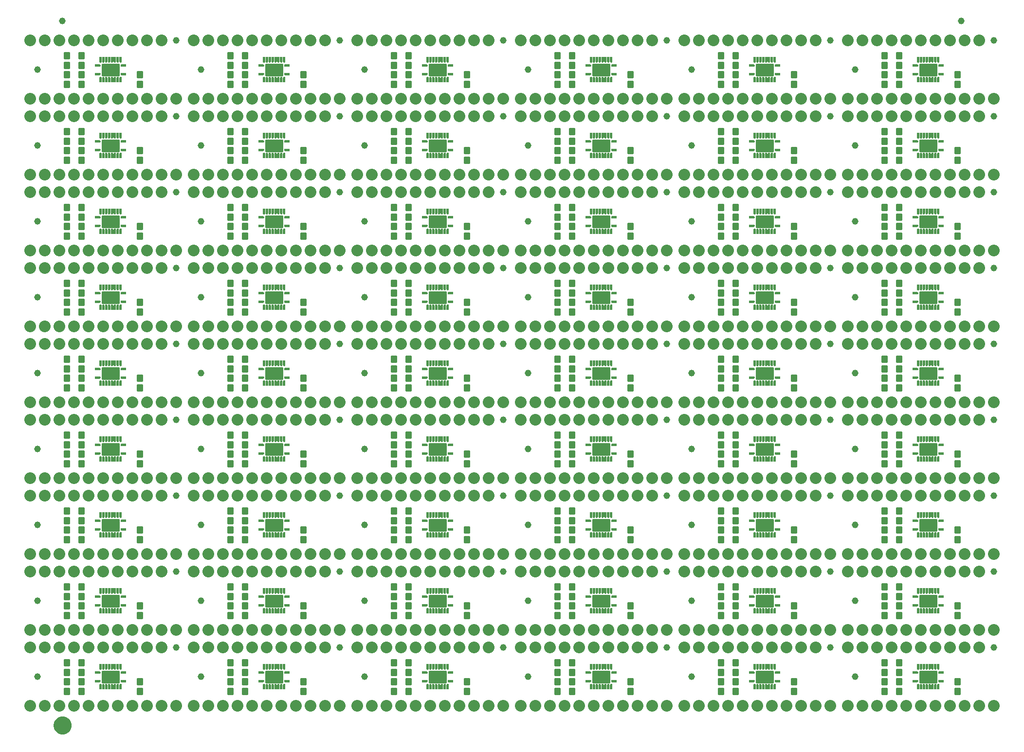
<source format=gts>
G04 EAGLE Gerber RS-274X export*
G75*
%MOMM*%
%FSLAX34Y34*%
%LPD*%
%INSoldermask Top*%
%IPPOS*%
%AMOC8*
5,1,8,0,0,1.08239X$1,22.5*%
G01*
%ADD10C,0.253525*%
%ADD11C,1.152400*%
%ADD12C,0.264288*%
%ADD13C,2.032000*%
%ADD14C,1.270000*%
%ADD15C,1.652400*%

G36*
X704404Y207945D02*
X704404Y207945D01*
X704411Y207952D01*
X704416Y207949D01*
X704919Y208150D01*
X704924Y208158D01*
X704930Y208156D01*
X705364Y208481D01*
X705367Y208490D01*
X705373Y208490D01*
X705708Y208915D01*
X705708Y208925D01*
X705715Y208926D01*
X705928Y209424D01*
X705926Y209434D01*
X705932Y209437D01*
X706009Y209973D01*
X706006Y209978D01*
X706009Y209980D01*
X705959Y217730D01*
X705923Y217778D01*
X705916Y217772D01*
X705910Y217779D01*
X701760Y217779D01*
X701713Y217743D01*
X701718Y217736D01*
X701711Y217730D01*
X701711Y209980D01*
X701714Y209976D01*
X701711Y209973D01*
X701788Y209437D01*
X701795Y209430D01*
X701792Y209424D01*
X702005Y208926D01*
X702013Y208922D01*
X702012Y208915D01*
X702347Y208490D01*
X702356Y208487D01*
X702356Y208481D01*
X702790Y208156D01*
X702799Y208156D01*
X702801Y208150D01*
X703304Y207949D01*
X703313Y207951D01*
X703316Y207945D01*
X703854Y207881D01*
X703862Y207885D01*
X703866Y207881D01*
X704404Y207945D01*
G37*
G36*
X135444Y604185D02*
X135444Y604185D01*
X135451Y604192D01*
X135456Y604189D01*
X135959Y604390D01*
X135964Y604398D01*
X135970Y604396D01*
X136404Y604721D01*
X136407Y604730D01*
X136413Y604730D01*
X136748Y605155D01*
X136748Y605165D01*
X136755Y605166D01*
X136968Y605664D01*
X136966Y605674D01*
X136972Y605677D01*
X137049Y606213D01*
X137046Y606218D01*
X137049Y606220D01*
X136999Y613970D01*
X136963Y614018D01*
X136956Y614012D01*
X136950Y614019D01*
X132800Y614019D01*
X132753Y613983D01*
X132758Y613976D01*
X132751Y613970D01*
X132751Y606220D01*
X132754Y606216D01*
X132751Y606213D01*
X132828Y605677D01*
X132835Y605670D01*
X132832Y605664D01*
X133045Y605166D01*
X133053Y605162D01*
X133052Y605155D01*
X133387Y604730D01*
X133396Y604727D01*
X133396Y604721D01*
X133830Y604396D01*
X133839Y604396D01*
X133841Y604390D01*
X134344Y604189D01*
X134353Y604191D01*
X134356Y604185D01*
X134894Y604121D01*
X134902Y604125D01*
X134906Y604121D01*
X135444Y604185D01*
G37*
G36*
X1557844Y207945D02*
X1557844Y207945D01*
X1557851Y207952D01*
X1557856Y207949D01*
X1558359Y208150D01*
X1558364Y208158D01*
X1558370Y208156D01*
X1558804Y208481D01*
X1558807Y208490D01*
X1558813Y208490D01*
X1559148Y208915D01*
X1559148Y208925D01*
X1559155Y208926D01*
X1559368Y209424D01*
X1559366Y209434D01*
X1559372Y209437D01*
X1559449Y209973D01*
X1559446Y209978D01*
X1559449Y209980D01*
X1559399Y217730D01*
X1559363Y217778D01*
X1559356Y217772D01*
X1559350Y217779D01*
X1555200Y217779D01*
X1555153Y217743D01*
X1555158Y217736D01*
X1555151Y217730D01*
X1555151Y209980D01*
X1555154Y209976D01*
X1555151Y209973D01*
X1555228Y209437D01*
X1555235Y209430D01*
X1555232Y209424D01*
X1555445Y208926D01*
X1555453Y208922D01*
X1555452Y208915D01*
X1555787Y208490D01*
X1555796Y208487D01*
X1555796Y208481D01*
X1556230Y208156D01*
X1556239Y208156D01*
X1556241Y208150D01*
X1556744Y207949D01*
X1556753Y207951D01*
X1556756Y207945D01*
X1557294Y207881D01*
X1557302Y207885D01*
X1557306Y207881D01*
X1557844Y207945D01*
G37*
G36*
X1273364Y207945D02*
X1273364Y207945D01*
X1273371Y207952D01*
X1273376Y207949D01*
X1273879Y208150D01*
X1273884Y208158D01*
X1273890Y208156D01*
X1274324Y208481D01*
X1274327Y208490D01*
X1274333Y208490D01*
X1274668Y208915D01*
X1274668Y208925D01*
X1274675Y208926D01*
X1274888Y209424D01*
X1274886Y209434D01*
X1274892Y209437D01*
X1274969Y209973D01*
X1274966Y209978D01*
X1274969Y209980D01*
X1274919Y217730D01*
X1274883Y217778D01*
X1274876Y217772D01*
X1274870Y217779D01*
X1270720Y217779D01*
X1270673Y217743D01*
X1270678Y217736D01*
X1270671Y217730D01*
X1270671Y209980D01*
X1270674Y209976D01*
X1270671Y209973D01*
X1270748Y209437D01*
X1270755Y209430D01*
X1270752Y209424D01*
X1270965Y208926D01*
X1270973Y208922D01*
X1270972Y208915D01*
X1271307Y208490D01*
X1271316Y208487D01*
X1271316Y208481D01*
X1271750Y208156D01*
X1271759Y208156D01*
X1271761Y208150D01*
X1272264Y207949D01*
X1272273Y207951D01*
X1272276Y207945D01*
X1272814Y207881D01*
X1272822Y207885D01*
X1272826Y207881D01*
X1273364Y207945D01*
G37*
G36*
X135444Y340025D02*
X135444Y340025D01*
X135451Y340032D01*
X135456Y340029D01*
X135959Y340230D01*
X135964Y340238D01*
X135970Y340236D01*
X136404Y340561D01*
X136407Y340570D01*
X136413Y340570D01*
X136748Y340995D01*
X136748Y341005D01*
X136755Y341006D01*
X136968Y341504D01*
X136966Y341514D01*
X136972Y341517D01*
X137049Y342053D01*
X137046Y342058D01*
X137049Y342060D01*
X136999Y349810D01*
X136963Y349858D01*
X136956Y349852D01*
X136950Y349859D01*
X132800Y349859D01*
X132753Y349823D01*
X132758Y349816D01*
X132751Y349810D01*
X132751Y342060D01*
X132754Y342056D01*
X132751Y342053D01*
X132828Y341517D01*
X132835Y341510D01*
X132832Y341504D01*
X133045Y341006D01*
X133053Y341002D01*
X133052Y340995D01*
X133387Y340570D01*
X133396Y340567D01*
X133396Y340561D01*
X133830Y340236D01*
X133839Y340236D01*
X133841Y340230D01*
X134344Y340029D01*
X134353Y340031D01*
X134356Y340025D01*
X134894Y339961D01*
X134902Y339965D01*
X134906Y339961D01*
X135444Y340025D01*
G37*
G36*
X1557844Y1000425D02*
X1557844Y1000425D01*
X1557851Y1000432D01*
X1557856Y1000429D01*
X1558359Y1000630D01*
X1558364Y1000638D01*
X1558370Y1000636D01*
X1558804Y1000961D01*
X1558807Y1000970D01*
X1558813Y1000970D01*
X1559148Y1001395D01*
X1559148Y1001405D01*
X1559155Y1001406D01*
X1559368Y1001904D01*
X1559366Y1001914D01*
X1559372Y1001917D01*
X1559449Y1002453D01*
X1559446Y1002458D01*
X1559449Y1002460D01*
X1559399Y1010210D01*
X1559363Y1010258D01*
X1559356Y1010252D01*
X1559350Y1010259D01*
X1555200Y1010259D01*
X1555153Y1010223D01*
X1555158Y1010216D01*
X1555151Y1010210D01*
X1555151Y1002460D01*
X1555154Y1002456D01*
X1555151Y1002453D01*
X1555228Y1001917D01*
X1555235Y1001910D01*
X1555232Y1001904D01*
X1555445Y1001406D01*
X1555453Y1001402D01*
X1555452Y1001395D01*
X1555787Y1000970D01*
X1555796Y1000967D01*
X1555796Y1000961D01*
X1556230Y1000636D01*
X1556239Y1000636D01*
X1556241Y1000630D01*
X1556744Y1000429D01*
X1556753Y1000431D01*
X1556756Y1000425D01*
X1557294Y1000361D01*
X1557302Y1000365D01*
X1557306Y1000361D01*
X1557844Y1000425D01*
G37*
G36*
X135444Y207945D02*
X135444Y207945D01*
X135451Y207952D01*
X135456Y207949D01*
X135959Y208150D01*
X135964Y208158D01*
X135970Y208156D01*
X136404Y208481D01*
X136407Y208490D01*
X136413Y208490D01*
X136748Y208915D01*
X136748Y208925D01*
X136755Y208926D01*
X136968Y209424D01*
X136966Y209434D01*
X136972Y209437D01*
X137049Y209973D01*
X137046Y209978D01*
X137049Y209980D01*
X136999Y217730D01*
X136963Y217778D01*
X136956Y217772D01*
X136950Y217779D01*
X132800Y217779D01*
X132753Y217743D01*
X132758Y217736D01*
X132751Y217730D01*
X132751Y209980D01*
X132754Y209976D01*
X132751Y209973D01*
X132828Y209437D01*
X132835Y209430D01*
X132832Y209424D01*
X133045Y208926D01*
X133053Y208922D01*
X133052Y208915D01*
X133387Y208490D01*
X133396Y208487D01*
X133396Y208481D01*
X133830Y208156D01*
X133839Y208156D01*
X133841Y208150D01*
X134344Y207949D01*
X134353Y207951D01*
X134356Y207945D01*
X134894Y207881D01*
X134902Y207885D01*
X134906Y207881D01*
X135444Y207945D01*
G37*
G36*
X988884Y340025D02*
X988884Y340025D01*
X988891Y340032D01*
X988896Y340029D01*
X989399Y340230D01*
X989404Y340238D01*
X989410Y340236D01*
X989844Y340561D01*
X989847Y340570D01*
X989853Y340570D01*
X990188Y340995D01*
X990188Y341005D01*
X990195Y341006D01*
X990408Y341504D01*
X990406Y341514D01*
X990412Y341517D01*
X990489Y342053D01*
X990486Y342058D01*
X990489Y342060D01*
X990439Y349810D01*
X990403Y349858D01*
X990396Y349852D01*
X990390Y349859D01*
X986240Y349859D01*
X986193Y349823D01*
X986198Y349816D01*
X986191Y349810D01*
X986191Y342060D01*
X986194Y342056D01*
X986191Y342053D01*
X986268Y341517D01*
X986275Y341510D01*
X986272Y341504D01*
X986485Y341006D01*
X986493Y341002D01*
X986492Y340995D01*
X986827Y340570D01*
X986836Y340567D01*
X986836Y340561D01*
X987270Y340236D01*
X987279Y340236D01*
X987281Y340230D01*
X987784Y340029D01*
X987793Y340031D01*
X987796Y340025D01*
X988334Y339961D01*
X988342Y339965D01*
X988346Y339961D01*
X988884Y340025D01*
G37*
G36*
X1273364Y1132505D02*
X1273364Y1132505D01*
X1273371Y1132512D01*
X1273376Y1132509D01*
X1273879Y1132710D01*
X1273884Y1132718D01*
X1273890Y1132716D01*
X1274324Y1133041D01*
X1274327Y1133050D01*
X1274333Y1133050D01*
X1274668Y1133475D01*
X1274668Y1133485D01*
X1274675Y1133486D01*
X1274888Y1133984D01*
X1274886Y1133994D01*
X1274892Y1133997D01*
X1274969Y1134533D01*
X1274966Y1134538D01*
X1274969Y1134540D01*
X1274919Y1142290D01*
X1274883Y1142338D01*
X1274876Y1142332D01*
X1274870Y1142339D01*
X1270720Y1142339D01*
X1270673Y1142303D01*
X1270678Y1142296D01*
X1270671Y1142290D01*
X1270671Y1134540D01*
X1270674Y1134536D01*
X1270671Y1134533D01*
X1270748Y1133997D01*
X1270755Y1133990D01*
X1270752Y1133984D01*
X1270965Y1133486D01*
X1270973Y1133482D01*
X1270972Y1133475D01*
X1271307Y1133050D01*
X1271316Y1133047D01*
X1271316Y1133041D01*
X1271750Y1132716D01*
X1271759Y1132716D01*
X1271761Y1132710D01*
X1272264Y1132509D01*
X1272273Y1132511D01*
X1272276Y1132505D01*
X1272814Y1132441D01*
X1272822Y1132445D01*
X1272826Y1132441D01*
X1273364Y1132505D01*
G37*
G36*
X1557844Y604185D02*
X1557844Y604185D01*
X1557851Y604192D01*
X1557856Y604189D01*
X1558359Y604390D01*
X1558364Y604398D01*
X1558370Y604396D01*
X1558804Y604721D01*
X1558807Y604730D01*
X1558813Y604730D01*
X1559148Y605155D01*
X1559148Y605165D01*
X1559155Y605166D01*
X1559368Y605664D01*
X1559366Y605674D01*
X1559372Y605677D01*
X1559449Y606213D01*
X1559446Y606218D01*
X1559449Y606220D01*
X1559399Y613970D01*
X1559363Y614018D01*
X1559356Y614012D01*
X1559350Y614019D01*
X1555200Y614019D01*
X1555153Y613983D01*
X1555158Y613976D01*
X1555151Y613970D01*
X1555151Y606220D01*
X1555154Y606216D01*
X1555151Y606213D01*
X1555228Y605677D01*
X1555235Y605670D01*
X1555232Y605664D01*
X1555445Y605166D01*
X1555453Y605162D01*
X1555452Y605155D01*
X1555787Y604730D01*
X1555796Y604727D01*
X1555796Y604721D01*
X1556230Y604396D01*
X1556239Y604396D01*
X1556241Y604390D01*
X1556744Y604189D01*
X1556753Y604191D01*
X1556756Y604185D01*
X1557294Y604121D01*
X1557302Y604125D01*
X1557306Y604121D01*
X1557844Y604185D01*
G37*
G36*
X419924Y340025D02*
X419924Y340025D01*
X419931Y340032D01*
X419936Y340029D01*
X420439Y340230D01*
X420444Y340238D01*
X420450Y340236D01*
X420884Y340561D01*
X420887Y340570D01*
X420893Y340570D01*
X421228Y340995D01*
X421228Y341005D01*
X421235Y341006D01*
X421448Y341504D01*
X421446Y341514D01*
X421452Y341517D01*
X421529Y342053D01*
X421526Y342058D01*
X421529Y342060D01*
X421479Y349810D01*
X421443Y349858D01*
X421436Y349852D01*
X421430Y349859D01*
X417280Y349859D01*
X417233Y349823D01*
X417238Y349816D01*
X417231Y349810D01*
X417231Y342060D01*
X417234Y342056D01*
X417231Y342053D01*
X417308Y341517D01*
X417315Y341510D01*
X417312Y341504D01*
X417525Y341006D01*
X417533Y341002D01*
X417532Y340995D01*
X417867Y340570D01*
X417876Y340567D01*
X417876Y340561D01*
X418310Y340236D01*
X418319Y340236D01*
X418321Y340230D01*
X418824Y340029D01*
X418833Y340031D01*
X418836Y340025D01*
X419374Y339961D01*
X419382Y339965D01*
X419386Y339961D01*
X419924Y340025D01*
G37*
G36*
X704404Y340025D02*
X704404Y340025D01*
X704411Y340032D01*
X704416Y340029D01*
X704919Y340230D01*
X704924Y340238D01*
X704930Y340236D01*
X705364Y340561D01*
X705367Y340570D01*
X705373Y340570D01*
X705708Y340995D01*
X705708Y341005D01*
X705715Y341006D01*
X705928Y341504D01*
X705926Y341514D01*
X705932Y341517D01*
X706009Y342053D01*
X706006Y342058D01*
X706009Y342060D01*
X705959Y349810D01*
X705923Y349858D01*
X705916Y349852D01*
X705910Y349859D01*
X701760Y349859D01*
X701713Y349823D01*
X701718Y349816D01*
X701711Y349810D01*
X701711Y342060D01*
X701714Y342056D01*
X701711Y342053D01*
X701788Y341517D01*
X701795Y341510D01*
X701792Y341504D01*
X702005Y341006D01*
X702013Y341002D01*
X702012Y340995D01*
X702347Y340570D01*
X702356Y340567D01*
X702356Y340561D01*
X702790Y340236D01*
X702799Y340236D01*
X702801Y340230D01*
X703304Y340029D01*
X703313Y340031D01*
X703316Y340025D01*
X703854Y339961D01*
X703862Y339965D01*
X703866Y339961D01*
X704404Y340025D01*
G37*
G36*
X988884Y207945D02*
X988884Y207945D01*
X988891Y207952D01*
X988896Y207949D01*
X989399Y208150D01*
X989404Y208158D01*
X989410Y208156D01*
X989844Y208481D01*
X989847Y208490D01*
X989853Y208490D01*
X990188Y208915D01*
X990188Y208925D01*
X990195Y208926D01*
X990408Y209424D01*
X990406Y209434D01*
X990412Y209437D01*
X990489Y209973D01*
X990486Y209978D01*
X990489Y209980D01*
X990439Y217730D01*
X990403Y217778D01*
X990396Y217772D01*
X990390Y217779D01*
X986240Y217779D01*
X986193Y217743D01*
X986198Y217736D01*
X986191Y217730D01*
X986191Y209980D01*
X986194Y209976D01*
X986191Y209973D01*
X986268Y209437D01*
X986275Y209430D01*
X986272Y209424D01*
X986485Y208926D01*
X986493Y208922D01*
X986492Y208915D01*
X986827Y208490D01*
X986836Y208487D01*
X986836Y208481D01*
X987270Y208156D01*
X987279Y208156D01*
X987281Y208150D01*
X987784Y207949D01*
X987793Y207951D01*
X987796Y207945D01*
X988334Y207881D01*
X988342Y207885D01*
X988346Y207881D01*
X988884Y207945D01*
G37*
G36*
X1273364Y1000425D02*
X1273364Y1000425D01*
X1273371Y1000432D01*
X1273376Y1000429D01*
X1273879Y1000630D01*
X1273884Y1000638D01*
X1273890Y1000636D01*
X1274324Y1000961D01*
X1274327Y1000970D01*
X1274333Y1000970D01*
X1274668Y1001395D01*
X1274668Y1001405D01*
X1274675Y1001406D01*
X1274888Y1001904D01*
X1274886Y1001914D01*
X1274892Y1001917D01*
X1274969Y1002453D01*
X1274966Y1002458D01*
X1274969Y1002460D01*
X1274919Y1010210D01*
X1274883Y1010258D01*
X1274876Y1010252D01*
X1274870Y1010259D01*
X1270720Y1010259D01*
X1270673Y1010223D01*
X1270678Y1010216D01*
X1270671Y1010210D01*
X1270671Y1002460D01*
X1270674Y1002456D01*
X1270671Y1002453D01*
X1270748Y1001917D01*
X1270755Y1001910D01*
X1270752Y1001904D01*
X1270965Y1001406D01*
X1270973Y1001402D01*
X1270972Y1001395D01*
X1271307Y1000970D01*
X1271316Y1000967D01*
X1271316Y1000961D01*
X1271750Y1000636D01*
X1271759Y1000636D01*
X1271761Y1000630D01*
X1272264Y1000429D01*
X1272273Y1000431D01*
X1272276Y1000425D01*
X1272814Y1000361D01*
X1272822Y1000365D01*
X1272826Y1000361D01*
X1273364Y1000425D01*
G37*
G36*
X988884Y75865D02*
X988884Y75865D01*
X988891Y75872D01*
X988896Y75869D01*
X989399Y76070D01*
X989404Y76078D01*
X989410Y76076D01*
X989844Y76401D01*
X989847Y76410D01*
X989853Y76410D01*
X990188Y76835D01*
X990188Y76845D01*
X990195Y76846D01*
X990408Y77344D01*
X990406Y77354D01*
X990412Y77357D01*
X990489Y77893D01*
X990486Y77898D01*
X990489Y77900D01*
X990439Y85650D01*
X990403Y85698D01*
X990396Y85692D01*
X990390Y85699D01*
X986240Y85699D01*
X986193Y85663D01*
X986198Y85656D01*
X986191Y85650D01*
X986191Y77900D01*
X986194Y77896D01*
X986191Y77893D01*
X986268Y77357D01*
X986275Y77350D01*
X986272Y77344D01*
X986485Y76846D01*
X986493Y76842D01*
X986492Y76835D01*
X986827Y76410D01*
X986836Y76407D01*
X986836Y76401D01*
X987270Y76076D01*
X987279Y76076D01*
X987281Y76070D01*
X987784Y75869D01*
X987793Y75871D01*
X987796Y75865D01*
X988334Y75801D01*
X988342Y75805D01*
X988346Y75801D01*
X988884Y75865D01*
G37*
G36*
X704404Y75865D02*
X704404Y75865D01*
X704411Y75872D01*
X704416Y75869D01*
X704919Y76070D01*
X704924Y76078D01*
X704930Y76076D01*
X705364Y76401D01*
X705367Y76410D01*
X705373Y76410D01*
X705708Y76835D01*
X705708Y76845D01*
X705715Y76846D01*
X705928Y77344D01*
X705926Y77354D01*
X705932Y77357D01*
X706009Y77893D01*
X706006Y77898D01*
X706009Y77900D01*
X705959Y85650D01*
X705923Y85698D01*
X705916Y85692D01*
X705910Y85699D01*
X701760Y85699D01*
X701713Y85663D01*
X701718Y85656D01*
X701711Y85650D01*
X701711Y77900D01*
X701714Y77896D01*
X701711Y77893D01*
X701788Y77357D01*
X701795Y77350D01*
X701792Y77344D01*
X702005Y76846D01*
X702013Y76842D01*
X702012Y76835D01*
X702347Y76410D01*
X702356Y76407D01*
X702356Y76401D01*
X702790Y76076D01*
X702799Y76076D01*
X702801Y76070D01*
X703304Y75869D01*
X703313Y75871D01*
X703316Y75865D01*
X703854Y75801D01*
X703862Y75805D01*
X703866Y75801D01*
X704404Y75865D01*
G37*
G36*
X988884Y736265D02*
X988884Y736265D01*
X988891Y736272D01*
X988896Y736269D01*
X989399Y736470D01*
X989404Y736478D01*
X989410Y736476D01*
X989844Y736801D01*
X989847Y736810D01*
X989853Y736810D01*
X990188Y737235D01*
X990188Y737245D01*
X990195Y737246D01*
X990408Y737744D01*
X990406Y737754D01*
X990412Y737757D01*
X990489Y738293D01*
X990486Y738298D01*
X990489Y738300D01*
X990439Y746050D01*
X990403Y746098D01*
X990396Y746092D01*
X990390Y746099D01*
X986240Y746099D01*
X986193Y746063D01*
X986198Y746056D01*
X986191Y746050D01*
X986191Y738300D01*
X986194Y738296D01*
X986191Y738293D01*
X986268Y737757D01*
X986275Y737750D01*
X986272Y737744D01*
X986485Y737246D01*
X986493Y737242D01*
X986492Y737235D01*
X986827Y736810D01*
X986836Y736807D01*
X986836Y736801D01*
X987270Y736476D01*
X987279Y736476D01*
X987281Y736470D01*
X987784Y736269D01*
X987793Y736271D01*
X987796Y736265D01*
X988334Y736201D01*
X988342Y736205D01*
X988346Y736201D01*
X988884Y736265D01*
G37*
G36*
X704404Y1000425D02*
X704404Y1000425D01*
X704411Y1000432D01*
X704416Y1000429D01*
X704919Y1000630D01*
X704924Y1000638D01*
X704930Y1000636D01*
X705364Y1000961D01*
X705367Y1000970D01*
X705373Y1000970D01*
X705708Y1001395D01*
X705708Y1001405D01*
X705715Y1001406D01*
X705928Y1001904D01*
X705926Y1001914D01*
X705932Y1001917D01*
X706009Y1002453D01*
X706006Y1002458D01*
X706009Y1002460D01*
X705959Y1010210D01*
X705923Y1010258D01*
X705916Y1010252D01*
X705910Y1010259D01*
X701760Y1010259D01*
X701713Y1010223D01*
X701718Y1010216D01*
X701711Y1010210D01*
X701711Y1002460D01*
X701714Y1002456D01*
X701711Y1002453D01*
X701788Y1001917D01*
X701795Y1001910D01*
X701792Y1001904D01*
X702005Y1001406D01*
X702013Y1001402D01*
X702012Y1001395D01*
X702347Y1000970D01*
X702356Y1000967D01*
X702356Y1000961D01*
X702790Y1000636D01*
X702799Y1000636D01*
X702801Y1000630D01*
X703304Y1000429D01*
X703313Y1000431D01*
X703316Y1000425D01*
X703854Y1000361D01*
X703862Y1000365D01*
X703866Y1000361D01*
X704404Y1000425D01*
G37*
G36*
X1273364Y75865D02*
X1273364Y75865D01*
X1273371Y75872D01*
X1273376Y75869D01*
X1273879Y76070D01*
X1273884Y76078D01*
X1273890Y76076D01*
X1274324Y76401D01*
X1274327Y76410D01*
X1274333Y76410D01*
X1274668Y76835D01*
X1274668Y76845D01*
X1274675Y76846D01*
X1274888Y77344D01*
X1274886Y77354D01*
X1274892Y77357D01*
X1274969Y77893D01*
X1274966Y77898D01*
X1274969Y77900D01*
X1274919Y85650D01*
X1274883Y85698D01*
X1274876Y85692D01*
X1274870Y85699D01*
X1270720Y85699D01*
X1270673Y85663D01*
X1270678Y85656D01*
X1270671Y85650D01*
X1270671Y77900D01*
X1270674Y77896D01*
X1270671Y77893D01*
X1270748Y77357D01*
X1270755Y77350D01*
X1270752Y77344D01*
X1270965Y76846D01*
X1270973Y76842D01*
X1270972Y76835D01*
X1271307Y76410D01*
X1271316Y76407D01*
X1271316Y76401D01*
X1271750Y76076D01*
X1271759Y76076D01*
X1271761Y76070D01*
X1272264Y75869D01*
X1272273Y75871D01*
X1272276Y75865D01*
X1272814Y75801D01*
X1272822Y75805D01*
X1272826Y75801D01*
X1273364Y75865D01*
G37*
G36*
X1557844Y75865D02*
X1557844Y75865D01*
X1557851Y75872D01*
X1557856Y75869D01*
X1558359Y76070D01*
X1558364Y76078D01*
X1558370Y76076D01*
X1558804Y76401D01*
X1558807Y76410D01*
X1558813Y76410D01*
X1559148Y76835D01*
X1559148Y76845D01*
X1559155Y76846D01*
X1559368Y77344D01*
X1559366Y77354D01*
X1559372Y77357D01*
X1559449Y77893D01*
X1559446Y77898D01*
X1559449Y77900D01*
X1559399Y85650D01*
X1559363Y85698D01*
X1559356Y85692D01*
X1559350Y85699D01*
X1555200Y85699D01*
X1555153Y85663D01*
X1555158Y85656D01*
X1555151Y85650D01*
X1555151Y77900D01*
X1555154Y77896D01*
X1555151Y77893D01*
X1555228Y77357D01*
X1555235Y77350D01*
X1555232Y77344D01*
X1555445Y76846D01*
X1555453Y76842D01*
X1555452Y76835D01*
X1555787Y76410D01*
X1555796Y76407D01*
X1555796Y76401D01*
X1556230Y76076D01*
X1556239Y76076D01*
X1556241Y76070D01*
X1556744Y75869D01*
X1556753Y75871D01*
X1556756Y75865D01*
X1557294Y75801D01*
X1557302Y75805D01*
X1557306Y75801D01*
X1557844Y75865D01*
G37*
G36*
X1557844Y472105D02*
X1557844Y472105D01*
X1557851Y472112D01*
X1557856Y472109D01*
X1558359Y472310D01*
X1558364Y472318D01*
X1558370Y472316D01*
X1558804Y472641D01*
X1558807Y472650D01*
X1558813Y472650D01*
X1559148Y473075D01*
X1559148Y473085D01*
X1559155Y473086D01*
X1559368Y473584D01*
X1559366Y473594D01*
X1559372Y473597D01*
X1559449Y474133D01*
X1559446Y474138D01*
X1559449Y474140D01*
X1559399Y481890D01*
X1559363Y481938D01*
X1559356Y481932D01*
X1559350Y481939D01*
X1555200Y481939D01*
X1555153Y481903D01*
X1555158Y481896D01*
X1555151Y481890D01*
X1555151Y474140D01*
X1555154Y474136D01*
X1555151Y474133D01*
X1555228Y473597D01*
X1555235Y473590D01*
X1555232Y473584D01*
X1555445Y473086D01*
X1555453Y473082D01*
X1555452Y473075D01*
X1555787Y472650D01*
X1555796Y472647D01*
X1555796Y472641D01*
X1556230Y472316D01*
X1556239Y472316D01*
X1556241Y472310D01*
X1556744Y472109D01*
X1556753Y472111D01*
X1556756Y472105D01*
X1557294Y472041D01*
X1557302Y472045D01*
X1557306Y472041D01*
X1557844Y472105D01*
G37*
G36*
X135444Y75865D02*
X135444Y75865D01*
X135451Y75872D01*
X135456Y75869D01*
X135959Y76070D01*
X135964Y76078D01*
X135970Y76076D01*
X136404Y76401D01*
X136407Y76410D01*
X136413Y76410D01*
X136748Y76835D01*
X136748Y76845D01*
X136755Y76846D01*
X136968Y77344D01*
X136966Y77354D01*
X136972Y77357D01*
X137049Y77893D01*
X137046Y77898D01*
X137049Y77900D01*
X136999Y85650D01*
X136963Y85698D01*
X136956Y85692D01*
X136950Y85699D01*
X132800Y85699D01*
X132753Y85663D01*
X132758Y85656D01*
X132751Y85650D01*
X132751Y77900D01*
X132754Y77896D01*
X132751Y77893D01*
X132828Y77357D01*
X132835Y77350D01*
X132832Y77344D01*
X133045Y76846D01*
X133053Y76842D01*
X133052Y76835D01*
X133387Y76410D01*
X133396Y76407D01*
X133396Y76401D01*
X133830Y76076D01*
X133839Y76076D01*
X133841Y76070D01*
X134344Y75869D01*
X134353Y75871D01*
X134356Y75865D01*
X134894Y75801D01*
X134902Y75805D01*
X134906Y75801D01*
X135444Y75865D01*
G37*
G36*
X1273364Y604185D02*
X1273364Y604185D01*
X1273371Y604192D01*
X1273376Y604189D01*
X1273879Y604390D01*
X1273884Y604398D01*
X1273890Y604396D01*
X1274324Y604721D01*
X1274327Y604730D01*
X1274333Y604730D01*
X1274668Y605155D01*
X1274668Y605165D01*
X1274675Y605166D01*
X1274888Y605664D01*
X1274886Y605674D01*
X1274892Y605677D01*
X1274969Y606213D01*
X1274966Y606218D01*
X1274969Y606220D01*
X1274919Y613970D01*
X1274883Y614018D01*
X1274876Y614012D01*
X1274870Y614019D01*
X1270720Y614019D01*
X1270673Y613983D01*
X1270678Y613976D01*
X1270671Y613970D01*
X1270671Y606220D01*
X1270674Y606216D01*
X1270671Y606213D01*
X1270748Y605677D01*
X1270755Y605670D01*
X1270752Y605664D01*
X1270965Y605166D01*
X1270973Y605162D01*
X1270972Y605155D01*
X1271307Y604730D01*
X1271316Y604727D01*
X1271316Y604721D01*
X1271750Y604396D01*
X1271759Y604396D01*
X1271761Y604390D01*
X1272264Y604189D01*
X1272273Y604191D01*
X1272276Y604185D01*
X1272814Y604121D01*
X1272822Y604125D01*
X1272826Y604121D01*
X1273364Y604185D01*
G37*
G36*
X988884Y1000425D02*
X988884Y1000425D01*
X988891Y1000432D01*
X988896Y1000429D01*
X989399Y1000630D01*
X989404Y1000638D01*
X989410Y1000636D01*
X989844Y1000961D01*
X989847Y1000970D01*
X989853Y1000970D01*
X990188Y1001395D01*
X990188Y1001405D01*
X990195Y1001406D01*
X990408Y1001904D01*
X990406Y1001914D01*
X990412Y1001917D01*
X990489Y1002453D01*
X990486Y1002458D01*
X990489Y1002460D01*
X990439Y1010210D01*
X990403Y1010258D01*
X990396Y1010252D01*
X990390Y1010259D01*
X986240Y1010259D01*
X986193Y1010223D01*
X986198Y1010216D01*
X986191Y1010210D01*
X986191Y1002460D01*
X986194Y1002456D01*
X986191Y1002453D01*
X986268Y1001917D01*
X986275Y1001910D01*
X986272Y1001904D01*
X986485Y1001406D01*
X986493Y1001402D01*
X986492Y1001395D01*
X986827Y1000970D01*
X986836Y1000967D01*
X986836Y1000961D01*
X987270Y1000636D01*
X987279Y1000636D01*
X987281Y1000630D01*
X987784Y1000429D01*
X987793Y1000431D01*
X987796Y1000425D01*
X988334Y1000361D01*
X988342Y1000365D01*
X988346Y1000361D01*
X988884Y1000425D01*
G37*
G36*
X135444Y868345D02*
X135444Y868345D01*
X135451Y868352D01*
X135456Y868349D01*
X135959Y868550D01*
X135964Y868558D01*
X135970Y868556D01*
X136404Y868881D01*
X136407Y868890D01*
X136413Y868890D01*
X136748Y869315D01*
X136748Y869325D01*
X136755Y869326D01*
X136968Y869824D01*
X136966Y869834D01*
X136972Y869837D01*
X137049Y870373D01*
X137046Y870378D01*
X137049Y870380D01*
X136999Y878130D01*
X136963Y878178D01*
X136956Y878172D01*
X136950Y878179D01*
X132800Y878179D01*
X132753Y878143D01*
X132758Y878136D01*
X132751Y878130D01*
X132751Y870380D01*
X132754Y870376D01*
X132751Y870373D01*
X132828Y869837D01*
X132835Y869830D01*
X132832Y869824D01*
X133045Y869326D01*
X133053Y869322D01*
X133052Y869315D01*
X133387Y868890D01*
X133396Y868887D01*
X133396Y868881D01*
X133830Y868556D01*
X133839Y868556D01*
X133841Y868550D01*
X134344Y868349D01*
X134353Y868351D01*
X134356Y868345D01*
X134894Y868281D01*
X134902Y868285D01*
X134906Y868281D01*
X135444Y868345D01*
G37*
G36*
X419924Y472105D02*
X419924Y472105D01*
X419931Y472112D01*
X419936Y472109D01*
X420439Y472310D01*
X420444Y472318D01*
X420450Y472316D01*
X420884Y472641D01*
X420887Y472650D01*
X420893Y472650D01*
X421228Y473075D01*
X421228Y473085D01*
X421235Y473086D01*
X421448Y473584D01*
X421446Y473594D01*
X421452Y473597D01*
X421529Y474133D01*
X421526Y474138D01*
X421529Y474140D01*
X421479Y481890D01*
X421443Y481938D01*
X421436Y481932D01*
X421430Y481939D01*
X417280Y481939D01*
X417233Y481903D01*
X417238Y481896D01*
X417231Y481890D01*
X417231Y474140D01*
X417234Y474136D01*
X417231Y474133D01*
X417308Y473597D01*
X417315Y473590D01*
X417312Y473584D01*
X417525Y473086D01*
X417533Y473082D01*
X417532Y473075D01*
X417867Y472650D01*
X417876Y472647D01*
X417876Y472641D01*
X418310Y472316D01*
X418319Y472316D01*
X418321Y472310D01*
X418824Y472109D01*
X418833Y472111D01*
X418836Y472105D01*
X419374Y472041D01*
X419382Y472045D01*
X419386Y472041D01*
X419924Y472105D01*
G37*
G36*
X988884Y1132505D02*
X988884Y1132505D01*
X988891Y1132512D01*
X988896Y1132509D01*
X989399Y1132710D01*
X989404Y1132718D01*
X989410Y1132716D01*
X989844Y1133041D01*
X989847Y1133050D01*
X989853Y1133050D01*
X990188Y1133475D01*
X990188Y1133485D01*
X990195Y1133486D01*
X990408Y1133984D01*
X990406Y1133994D01*
X990412Y1133997D01*
X990489Y1134533D01*
X990486Y1134538D01*
X990489Y1134540D01*
X990439Y1142290D01*
X990403Y1142338D01*
X990396Y1142332D01*
X990390Y1142339D01*
X986240Y1142339D01*
X986193Y1142303D01*
X986198Y1142296D01*
X986191Y1142290D01*
X986191Y1134540D01*
X986194Y1134536D01*
X986191Y1134533D01*
X986268Y1133997D01*
X986275Y1133990D01*
X986272Y1133984D01*
X986485Y1133486D01*
X986493Y1133482D01*
X986492Y1133475D01*
X986827Y1133050D01*
X986836Y1133047D01*
X986836Y1133041D01*
X987270Y1132716D01*
X987279Y1132716D01*
X987281Y1132710D01*
X987784Y1132509D01*
X987793Y1132511D01*
X987796Y1132505D01*
X988334Y1132441D01*
X988342Y1132445D01*
X988346Y1132441D01*
X988884Y1132505D01*
G37*
G36*
X704404Y736265D02*
X704404Y736265D01*
X704411Y736272D01*
X704416Y736269D01*
X704919Y736470D01*
X704924Y736478D01*
X704930Y736476D01*
X705364Y736801D01*
X705367Y736810D01*
X705373Y736810D01*
X705708Y737235D01*
X705708Y737245D01*
X705715Y737246D01*
X705928Y737744D01*
X705926Y737754D01*
X705932Y737757D01*
X706009Y738293D01*
X706006Y738298D01*
X706009Y738300D01*
X705959Y746050D01*
X705923Y746098D01*
X705916Y746092D01*
X705910Y746099D01*
X701760Y746099D01*
X701713Y746063D01*
X701718Y746056D01*
X701711Y746050D01*
X701711Y738300D01*
X701714Y738296D01*
X701711Y738293D01*
X701788Y737757D01*
X701795Y737750D01*
X701792Y737744D01*
X702005Y737246D01*
X702013Y737242D01*
X702012Y737235D01*
X702347Y736810D01*
X702356Y736807D01*
X702356Y736801D01*
X702790Y736476D01*
X702799Y736476D01*
X702801Y736470D01*
X703304Y736269D01*
X703313Y736271D01*
X703316Y736265D01*
X703854Y736201D01*
X703862Y736205D01*
X703866Y736201D01*
X704404Y736265D01*
G37*
G36*
X1273364Y340025D02*
X1273364Y340025D01*
X1273371Y340032D01*
X1273376Y340029D01*
X1273879Y340230D01*
X1273884Y340238D01*
X1273890Y340236D01*
X1274324Y340561D01*
X1274327Y340570D01*
X1274333Y340570D01*
X1274668Y340995D01*
X1274668Y341005D01*
X1274675Y341006D01*
X1274888Y341504D01*
X1274886Y341514D01*
X1274892Y341517D01*
X1274969Y342053D01*
X1274966Y342058D01*
X1274969Y342060D01*
X1274919Y349810D01*
X1274883Y349858D01*
X1274876Y349852D01*
X1274870Y349859D01*
X1270720Y349859D01*
X1270673Y349823D01*
X1270678Y349816D01*
X1270671Y349810D01*
X1270671Y342060D01*
X1270674Y342056D01*
X1270671Y342053D01*
X1270748Y341517D01*
X1270755Y341510D01*
X1270752Y341504D01*
X1270965Y341006D01*
X1270973Y341002D01*
X1270972Y340995D01*
X1271307Y340570D01*
X1271316Y340567D01*
X1271316Y340561D01*
X1271750Y340236D01*
X1271759Y340236D01*
X1271761Y340230D01*
X1272264Y340029D01*
X1272273Y340031D01*
X1272276Y340025D01*
X1272814Y339961D01*
X1272822Y339965D01*
X1272826Y339961D01*
X1273364Y340025D01*
G37*
G36*
X1557844Y340025D02*
X1557844Y340025D01*
X1557851Y340032D01*
X1557856Y340029D01*
X1558359Y340230D01*
X1558364Y340238D01*
X1558370Y340236D01*
X1558804Y340561D01*
X1558807Y340570D01*
X1558813Y340570D01*
X1559148Y340995D01*
X1559148Y341005D01*
X1559155Y341006D01*
X1559368Y341504D01*
X1559366Y341514D01*
X1559372Y341517D01*
X1559449Y342053D01*
X1559446Y342058D01*
X1559449Y342060D01*
X1559399Y349810D01*
X1559363Y349858D01*
X1559356Y349852D01*
X1559350Y349859D01*
X1555200Y349859D01*
X1555153Y349823D01*
X1555158Y349816D01*
X1555151Y349810D01*
X1555151Y342060D01*
X1555154Y342056D01*
X1555151Y342053D01*
X1555228Y341517D01*
X1555235Y341510D01*
X1555232Y341504D01*
X1555445Y341006D01*
X1555453Y341002D01*
X1555452Y340995D01*
X1555787Y340570D01*
X1555796Y340567D01*
X1555796Y340561D01*
X1556230Y340236D01*
X1556239Y340236D01*
X1556241Y340230D01*
X1556744Y340029D01*
X1556753Y340031D01*
X1556756Y340025D01*
X1557294Y339961D01*
X1557302Y339965D01*
X1557306Y339961D01*
X1557844Y340025D01*
G37*
G36*
X1557844Y868345D02*
X1557844Y868345D01*
X1557851Y868352D01*
X1557856Y868349D01*
X1558359Y868550D01*
X1558364Y868558D01*
X1558370Y868556D01*
X1558804Y868881D01*
X1558807Y868890D01*
X1558813Y868890D01*
X1559148Y869315D01*
X1559148Y869325D01*
X1559155Y869326D01*
X1559368Y869824D01*
X1559366Y869834D01*
X1559372Y869837D01*
X1559449Y870373D01*
X1559446Y870378D01*
X1559449Y870380D01*
X1559399Y878130D01*
X1559363Y878178D01*
X1559356Y878172D01*
X1559350Y878179D01*
X1555200Y878179D01*
X1555153Y878143D01*
X1555158Y878136D01*
X1555151Y878130D01*
X1555151Y870380D01*
X1555154Y870376D01*
X1555151Y870373D01*
X1555228Y869837D01*
X1555235Y869830D01*
X1555232Y869824D01*
X1555445Y869326D01*
X1555453Y869322D01*
X1555452Y869315D01*
X1555787Y868890D01*
X1555796Y868887D01*
X1555796Y868881D01*
X1556230Y868556D01*
X1556239Y868556D01*
X1556241Y868550D01*
X1556744Y868349D01*
X1556753Y868351D01*
X1556756Y868345D01*
X1557294Y868281D01*
X1557302Y868285D01*
X1557306Y868281D01*
X1557844Y868345D01*
G37*
G36*
X419924Y1132505D02*
X419924Y1132505D01*
X419931Y1132512D01*
X419936Y1132509D01*
X420439Y1132710D01*
X420444Y1132718D01*
X420450Y1132716D01*
X420884Y1133041D01*
X420887Y1133050D01*
X420893Y1133050D01*
X421228Y1133475D01*
X421228Y1133485D01*
X421235Y1133486D01*
X421448Y1133984D01*
X421446Y1133994D01*
X421452Y1133997D01*
X421529Y1134533D01*
X421526Y1134538D01*
X421529Y1134540D01*
X421479Y1142290D01*
X421443Y1142338D01*
X421436Y1142332D01*
X421430Y1142339D01*
X417280Y1142339D01*
X417233Y1142303D01*
X417238Y1142296D01*
X417231Y1142290D01*
X417231Y1134540D01*
X417234Y1134536D01*
X417231Y1134533D01*
X417308Y1133997D01*
X417315Y1133990D01*
X417312Y1133984D01*
X417525Y1133486D01*
X417533Y1133482D01*
X417532Y1133475D01*
X417867Y1133050D01*
X417876Y1133047D01*
X417876Y1133041D01*
X418310Y1132716D01*
X418319Y1132716D01*
X418321Y1132710D01*
X418824Y1132509D01*
X418833Y1132511D01*
X418836Y1132505D01*
X419374Y1132441D01*
X419382Y1132445D01*
X419386Y1132441D01*
X419924Y1132505D01*
G37*
G36*
X1557844Y1132505D02*
X1557844Y1132505D01*
X1557851Y1132512D01*
X1557856Y1132509D01*
X1558359Y1132710D01*
X1558364Y1132718D01*
X1558370Y1132716D01*
X1558804Y1133041D01*
X1558807Y1133050D01*
X1558813Y1133050D01*
X1559148Y1133475D01*
X1559148Y1133485D01*
X1559155Y1133486D01*
X1559368Y1133984D01*
X1559366Y1133994D01*
X1559372Y1133997D01*
X1559449Y1134533D01*
X1559446Y1134538D01*
X1559449Y1134540D01*
X1559399Y1142290D01*
X1559363Y1142338D01*
X1559356Y1142332D01*
X1559350Y1142339D01*
X1555200Y1142339D01*
X1555153Y1142303D01*
X1555158Y1142296D01*
X1555151Y1142290D01*
X1555151Y1134540D01*
X1555154Y1134536D01*
X1555151Y1134533D01*
X1555228Y1133997D01*
X1555235Y1133990D01*
X1555232Y1133984D01*
X1555445Y1133486D01*
X1555453Y1133482D01*
X1555452Y1133475D01*
X1555787Y1133050D01*
X1555796Y1133047D01*
X1555796Y1133041D01*
X1556230Y1132716D01*
X1556239Y1132716D01*
X1556241Y1132710D01*
X1556744Y1132509D01*
X1556753Y1132511D01*
X1556756Y1132505D01*
X1557294Y1132441D01*
X1557302Y1132445D01*
X1557306Y1132441D01*
X1557844Y1132505D01*
G37*
G36*
X988884Y604185D02*
X988884Y604185D01*
X988891Y604192D01*
X988896Y604189D01*
X989399Y604390D01*
X989404Y604398D01*
X989410Y604396D01*
X989844Y604721D01*
X989847Y604730D01*
X989853Y604730D01*
X990188Y605155D01*
X990188Y605165D01*
X990195Y605166D01*
X990408Y605664D01*
X990406Y605674D01*
X990412Y605677D01*
X990489Y606213D01*
X990486Y606218D01*
X990489Y606220D01*
X990439Y613970D01*
X990403Y614018D01*
X990396Y614012D01*
X990390Y614019D01*
X986240Y614019D01*
X986193Y613983D01*
X986198Y613976D01*
X986191Y613970D01*
X986191Y606220D01*
X986194Y606216D01*
X986191Y606213D01*
X986268Y605677D01*
X986275Y605670D01*
X986272Y605664D01*
X986485Y605166D01*
X986493Y605162D01*
X986492Y605155D01*
X986827Y604730D01*
X986836Y604727D01*
X986836Y604721D01*
X987270Y604396D01*
X987279Y604396D01*
X987281Y604390D01*
X987784Y604189D01*
X987793Y604191D01*
X987796Y604185D01*
X988334Y604121D01*
X988342Y604125D01*
X988346Y604121D01*
X988884Y604185D01*
G37*
G36*
X419924Y1000425D02*
X419924Y1000425D01*
X419931Y1000432D01*
X419936Y1000429D01*
X420439Y1000630D01*
X420444Y1000638D01*
X420450Y1000636D01*
X420884Y1000961D01*
X420887Y1000970D01*
X420893Y1000970D01*
X421228Y1001395D01*
X421228Y1001405D01*
X421235Y1001406D01*
X421448Y1001904D01*
X421446Y1001914D01*
X421452Y1001917D01*
X421529Y1002453D01*
X421526Y1002458D01*
X421529Y1002460D01*
X421479Y1010210D01*
X421443Y1010258D01*
X421436Y1010252D01*
X421430Y1010259D01*
X417280Y1010259D01*
X417233Y1010223D01*
X417238Y1010216D01*
X417231Y1010210D01*
X417231Y1002460D01*
X417234Y1002456D01*
X417231Y1002453D01*
X417308Y1001917D01*
X417315Y1001910D01*
X417312Y1001904D01*
X417525Y1001406D01*
X417533Y1001402D01*
X417532Y1001395D01*
X417867Y1000970D01*
X417876Y1000967D01*
X417876Y1000961D01*
X418310Y1000636D01*
X418319Y1000636D01*
X418321Y1000630D01*
X418824Y1000429D01*
X418833Y1000431D01*
X418836Y1000425D01*
X419374Y1000361D01*
X419382Y1000365D01*
X419386Y1000361D01*
X419924Y1000425D01*
G37*
G36*
X704404Y1132505D02*
X704404Y1132505D01*
X704411Y1132512D01*
X704416Y1132509D01*
X704919Y1132710D01*
X704924Y1132718D01*
X704930Y1132716D01*
X705364Y1133041D01*
X705367Y1133050D01*
X705373Y1133050D01*
X705708Y1133475D01*
X705708Y1133485D01*
X705715Y1133486D01*
X705928Y1133984D01*
X705926Y1133994D01*
X705932Y1133997D01*
X706009Y1134533D01*
X706006Y1134538D01*
X706009Y1134540D01*
X705959Y1142290D01*
X705923Y1142338D01*
X705916Y1142332D01*
X705910Y1142339D01*
X701760Y1142339D01*
X701713Y1142303D01*
X701718Y1142296D01*
X701711Y1142290D01*
X701711Y1134540D01*
X701714Y1134536D01*
X701711Y1134533D01*
X701788Y1133997D01*
X701795Y1133990D01*
X701792Y1133984D01*
X702005Y1133486D01*
X702013Y1133482D01*
X702012Y1133475D01*
X702347Y1133050D01*
X702356Y1133047D01*
X702356Y1133041D01*
X702790Y1132716D01*
X702799Y1132716D01*
X702801Y1132710D01*
X703304Y1132509D01*
X703313Y1132511D01*
X703316Y1132505D01*
X703854Y1132441D01*
X703862Y1132445D01*
X703866Y1132441D01*
X704404Y1132505D01*
G37*
G36*
X419924Y75865D02*
X419924Y75865D01*
X419931Y75872D01*
X419936Y75869D01*
X420439Y76070D01*
X420444Y76078D01*
X420450Y76076D01*
X420884Y76401D01*
X420887Y76410D01*
X420893Y76410D01*
X421228Y76835D01*
X421228Y76845D01*
X421235Y76846D01*
X421448Y77344D01*
X421446Y77354D01*
X421452Y77357D01*
X421529Y77893D01*
X421526Y77898D01*
X421529Y77900D01*
X421479Y85650D01*
X421443Y85698D01*
X421436Y85692D01*
X421430Y85699D01*
X417280Y85699D01*
X417233Y85663D01*
X417238Y85656D01*
X417231Y85650D01*
X417231Y77900D01*
X417234Y77896D01*
X417231Y77893D01*
X417308Y77357D01*
X417315Y77350D01*
X417312Y77344D01*
X417525Y76846D01*
X417533Y76842D01*
X417532Y76835D01*
X417867Y76410D01*
X417876Y76407D01*
X417876Y76401D01*
X418310Y76076D01*
X418319Y76076D01*
X418321Y76070D01*
X418824Y75869D01*
X418833Y75871D01*
X418836Y75865D01*
X419374Y75801D01*
X419382Y75805D01*
X419386Y75801D01*
X419924Y75865D01*
G37*
G36*
X1273364Y736265D02*
X1273364Y736265D01*
X1273371Y736272D01*
X1273376Y736269D01*
X1273879Y736470D01*
X1273884Y736478D01*
X1273890Y736476D01*
X1274324Y736801D01*
X1274327Y736810D01*
X1274333Y736810D01*
X1274668Y737235D01*
X1274668Y737245D01*
X1274675Y737246D01*
X1274888Y737744D01*
X1274886Y737754D01*
X1274892Y737757D01*
X1274969Y738293D01*
X1274966Y738298D01*
X1274969Y738300D01*
X1274919Y746050D01*
X1274883Y746098D01*
X1274876Y746092D01*
X1274870Y746099D01*
X1270720Y746099D01*
X1270673Y746063D01*
X1270678Y746056D01*
X1270671Y746050D01*
X1270671Y738300D01*
X1270674Y738296D01*
X1270671Y738293D01*
X1270748Y737757D01*
X1270755Y737750D01*
X1270752Y737744D01*
X1270965Y737246D01*
X1270973Y737242D01*
X1270972Y737235D01*
X1271307Y736810D01*
X1271316Y736807D01*
X1271316Y736801D01*
X1271750Y736476D01*
X1271759Y736476D01*
X1271761Y736470D01*
X1272264Y736269D01*
X1272273Y736271D01*
X1272276Y736265D01*
X1272814Y736201D01*
X1272822Y736205D01*
X1272826Y736201D01*
X1273364Y736265D01*
G37*
G36*
X1557844Y736265D02*
X1557844Y736265D01*
X1557851Y736272D01*
X1557856Y736269D01*
X1558359Y736470D01*
X1558364Y736478D01*
X1558370Y736476D01*
X1558804Y736801D01*
X1558807Y736810D01*
X1558813Y736810D01*
X1559148Y737235D01*
X1559148Y737245D01*
X1559155Y737246D01*
X1559368Y737744D01*
X1559366Y737754D01*
X1559372Y737757D01*
X1559449Y738293D01*
X1559446Y738298D01*
X1559449Y738300D01*
X1559399Y746050D01*
X1559363Y746098D01*
X1559356Y746092D01*
X1559350Y746099D01*
X1555200Y746099D01*
X1555153Y746063D01*
X1555158Y746056D01*
X1555151Y746050D01*
X1555151Y738300D01*
X1555154Y738296D01*
X1555151Y738293D01*
X1555228Y737757D01*
X1555235Y737750D01*
X1555232Y737744D01*
X1555445Y737246D01*
X1555453Y737242D01*
X1555452Y737235D01*
X1555787Y736810D01*
X1555796Y736807D01*
X1555796Y736801D01*
X1556230Y736476D01*
X1556239Y736476D01*
X1556241Y736470D01*
X1556744Y736269D01*
X1556753Y736271D01*
X1556756Y736265D01*
X1557294Y736201D01*
X1557302Y736205D01*
X1557306Y736201D01*
X1557844Y736265D01*
G37*
G36*
X419924Y207945D02*
X419924Y207945D01*
X419931Y207952D01*
X419936Y207949D01*
X420439Y208150D01*
X420444Y208158D01*
X420450Y208156D01*
X420884Y208481D01*
X420887Y208490D01*
X420893Y208490D01*
X421228Y208915D01*
X421228Y208925D01*
X421235Y208926D01*
X421448Y209424D01*
X421446Y209434D01*
X421452Y209437D01*
X421529Y209973D01*
X421526Y209978D01*
X421529Y209980D01*
X421479Y217730D01*
X421443Y217778D01*
X421436Y217772D01*
X421430Y217779D01*
X417280Y217779D01*
X417233Y217743D01*
X417238Y217736D01*
X417231Y217730D01*
X417231Y209980D01*
X417234Y209976D01*
X417231Y209973D01*
X417308Y209437D01*
X417315Y209430D01*
X417312Y209424D01*
X417525Y208926D01*
X417533Y208922D01*
X417532Y208915D01*
X417867Y208490D01*
X417876Y208487D01*
X417876Y208481D01*
X418310Y208156D01*
X418319Y208156D01*
X418321Y208150D01*
X418824Y207949D01*
X418833Y207951D01*
X418836Y207945D01*
X419374Y207881D01*
X419382Y207885D01*
X419386Y207881D01*
X419924Y207945D01*
G37*
G36*
X135444Y736265D02*
X135444Y736265D01*
X135451Y736272D01*
X135456Y736269D01*
X135959Y736470D01*
X135964Y736478D01*
X135970Y736476D01*
X136404Y736801D01*
X136407Y736810D01*
X136413Y736810D01*
X136748Y737235D01*
X136748Y737245D01*
X136755Y737246D01*
X136968Y737744D01*
X136966Y737754D01*
X136972Y737757D01*
X137049Y738293D01*
X137046Y738298D01*
X137049Y738300D01*
X136999Y746050D01*
X136963Y746098D01*
X136956Y746092D01*
X136950Y746099D01*
X132800Y746099D01*
X132753Y746063D01*
X132758Y746056D01*
X132751Y746050D01*
X132751Y738300D01*
X132754Y738296D01*
X132751Y738293D01*
X132828Y737757D01*
X132835Y737750D01*
X132832Y737744D01*
X133045Y737246D01*
X133053Y737242D01*
X133052Y737235D01*
X133387Y736810D01*
X133396Y736807D01*
X133396Y736801D01*
X133830Y736476D01*
X133839Y736476D01*
X133841Y736470D01*
X134344Y736269D01*
X134353Y736271D01*
X134356Y736265D01*
X134894Y736201D01*
X134902Y736205D01*
X134906Y736201D01*
X135444Y736265D01*
G37*
G36*
X135444Y1132505D02*
X135444Y1132505D01*
X135451Y1132512D01*
X135456Y1132509D01*
X135959Y1132710D01*
X135964Y1132718D01*
X135970Y1132716D01*
X136404Y1133041D01*
X136407Y1133050D01*
X136413Y1133050D01*
X136748Y1133475D01*
X136748Y1133485D01*
X136755Y1133486D01*
X136968Y1133984D01*
X136966Y1133994D01*
X136972Y1133997D01*
X137049Y1134533D01*
X137046Y1134538D01*
X137049Y1134540D01*
X136999Y1142290D01*
X136963Y1142338D01*
X136956Y1142332D01*
X136950Y1142339D01*
X132800Y1142339D01*
X132753Y1142303D01*
X132758Y1142296D01*
X132751Y1142290D01*
X132751Y1134540D01*
X132754Y1134536D01*
X132751Y1134533D01*
X132828Y1133997D01*
X132835Y1133990D01*
X132832Y1133984D01*
X133045Y1133486D01*
X133053Y1133482D01*
X133052Y1133475D01*
X133387Y1133050D01*
X133396Y1133047D01*
X133396Y1133041D01*
X133830Y1132716D01*
X133839Y1132716D01*
X133841Y1132710D01*
X134344Y1132509D01*
X134353Y1132511D01*
X134356Y1132505D01*
X134894Y1132441D01*
X134902Y1132445D01*
X134906Y1132441D01*
X135444Y1132505D01*
G37*
G36*
X135444Y1000425D02*
X135444Y1000425D01*
X135451Y1000432D01*
X135456Y1000429D01*
X135959Y1000630D01*
X135964Y1000638D01*
X135970Y1000636D01*
X136404Y1000961D01*
X136407Y1000970D01*
X136413Y1000970D01*
X136748Y1001395D01*
X136748Y1001405D01*
X136755Y1001406D01*
X136968Y1001904D01*
X136966Y1001914D01*
X136972Y1001917D01*
X137049Y1002453D01*
X137046Y1002458D01*
X137049Y1002460D01*
X136999Y1010210D01*
X136963Y1010258D01*
X136956Y1010252D01*
X136950Y1010259D01*
X132800Y1010259D01*
X132753Y1010223D01*
X132758Y1010216D01*
X132751Y1010210D01*
X132751Y1002460D01*
X132754Y1002456D01*
X132751Y1002453D01*
X132828Y1001917D01*
X132835Y1001910D01*
X132832Y1001904D01*
X133045Y1001406D01*
X133053Y1001402D01*
X133052Y1001395D01*
X133387Y1000970D01*
X133396Y1000967D01*
X133396Y1000961D01*
X133830Y1000636D01*
X133839Y1000636D01*
X133841Y1000630D01*
X134344Y1000429D01*
X134353Y1000431D01*
X134356Y1000425D01*
X134894Y1000361D01*
X134902Y1000365D01*
X134906Y1000361D01*
X135444Y1000425D01*
G37*
G36*
X704404Y472105D02*
X704404Y472105D01*
X704411Y472112D01*
X704416Y472109D01*
X704919Y472310D01*
X704924Y472318D01*
X704930Y472316D01*
X705364Y472641D01*
X705367Y472650D01*
X705373Y472650D01*
X705708Y473075D01*
X705708Y473085D01*
X705715Y473086D01*
X705928Y473584D01*
X705926Y473594D01*
X705932Y473597D01*
X706009Y474133D01*
X706006Y474138D01*
X706009Y474140D01*
X705959Y481890D01*
X705923Y481938D01*
X705916Y481932D01*
X705910Y481939D01*
X701760Y481939D01*
X701713Y481903D01*
X701718Y481896D01*
X701711Y481890D01*
X701711Y474140D01*
X701714Y474136D01*
X701711Y474133D01*
X701788Y473597D01*
X701795Y473590D01*
X701792Y473584D01*
X702005Y473086D01*
X702013Y473082D01*
X702012Y473075D01*
X702347Y472650D01*
X702356Y472647D01*
X702356Y472641D01*
X702790Y472316D01*
X702799Y472316D01*
X702801Y472310D01*
X703304Y472109D01*
X703313Y472111D01*
X703316Y472105D01*
X703854Y472041D01*
X703862Y472045D01*
X703866Y472041D01*
X704404Y472105D01*
G37*
G36*
X988884Y472105D02*
X988884Y472105D01*
X988891Y472112D01*
X988896Y472109D01*
X989399Y472310D01*
X989404Y472318D01*
X989410Y472316D01*
X989844Y472641D01*
X989847Y472650D01*
X989853Y472650D01*
X990188Y473075D01*
X990188Y473085D01*
X990195Y473086D01*
X990408Y473584D01*
X990406Y473594D01*
X990412Y473597D01*
X990489Y474133D01*
X990486Y474138D01*
X990489Y474140D01*
X990439Y481890D01*
X990403Y481938D01*
X990396Y481932D01*
X990390Y481939D01*
X986240Y481939D01*
X986193Y481903D01*
X986198Y481896D01*
X986191Y481890D01*
X986191Y474140D01*
X986194Y474136D01*
X986191Y474133D01*
X986268Y473597D01*
X986275Y473590D01*
X986272Y473584D01*
X986485Y473086D01*
X986493Y473082D01*
X986492Y473075D01*
X986827Y472650D01*
X986836Y472647D01*
X986836Y472641D01*
X987270Y472316D01*
X987279Y472316D01*
X987281Y472310D01*
X987784Y472109D01*
X987793Y472111D01*
X987796Y472105D01*
X988334Y472041D01*
X988342Y472045D01*
X988346Y472041D01*
X988884Y472105D01*
G37*
G36*
X419924Y604185D02*
X419924Y604185D01*
X419931Y604192D01*
X419936Y604189D01*
X420439Y604390D01*
X420444Y604398D01*
X420450Y604396D01*
X420884Y604721D01*
X420887Y604730D01*
X420893Y604730D01*
X421228Y605155D01*
X421228Y605165D01*
X421235Y605166D01*
X421448Y605664D01*
X421446Y605674D01*
X421452Y605677D01*
X421529Y606213D01*
X421526Y606218D01*
X421529Y606220D01*
X421479Y613970D01*
X421443Y614018D01*
X421436Y614012D01*
X421430Y614019D01*
X417280Y614019D01*
X417233Y613983D01*
X417238Y613976D01*
X417231Y613970D01*
X417231Y606220D01*
X417234Y606216D01*
X417231Y606213D01*
X417308Y605677D01*
X417315Y605670D01*
X417312Y605664D01*
X417525Y605166D01*
X417533Y605162D01*
X417532Y605155D01*
X417867Y604730D01*
X417876Y604727D01*
X417876Y604721D01*
X418310Y604396D01*
X418319Y604396D01*
X418321Y604390D01*
X418824Y604189D01*
X418833Y604191D01*
X418836Y604185D01*
X419374Y604121D01*
X419382Y604125D01*
X419386Y604121D01*
X419924Y604185D01*
G37*
G36*
X704404Y604185D02*
X704404Y604185D01*
X704411Y604192D01*
X704416Y604189D01*
X704919Y604390D01*
X704924Y604398D01*
X704930Y604396D01*
X705364Y604721D01*
X705367Y604730D01*
X705373Y604730D01*
X705708Y605155D01*
X705708Y605165D01*
X705715Y605166D01*
X705928Y605664D01*
X705926Y605674D01*
X705932Y605677D01*
X706009Y606213D01*
X706006Y606218D01*
X706009Y606220D01*
X705959Y613970D01*
X705923Y614018D01*
X705916Y614012D01*
X705910Y614019D01*
X701760Y614019D01*
X701713Y613983D01*
X701718Y613976D01*
X701711Y613970D01*
X701711Y606220D01*
X701714Y606216D01*
X701711Y606213D01*
X701788Y605677D01*
X701795Y605670D01*
X701792Y605664D01*
X702005Y605166D01*
X702013Y605162D01*
X702012Y605155D01*
X702347Y604730D01*
X702356Y604727D01*
X702356Y604721D01*
X702790Y604396D01*
X702799Y604396D01*
X702801Y604390D01*
X703304Y604189D01*
X703313Y604191D01*
X703316Y604185D01*
X703854Y604121D01*
X703862Y604125D01*
X703866Y604121D01*
X704404Y604185D01*
G37*
G36*
X135444Y472105D02*
X135444Y472105D01*
X135451Y472112D01*
X135456Y472109D01*
X135959Y472310D01*
X135964Y472318D01*
X135970Y472316D01*
X136404Y472641D01*
X136407Y472650D01*
X136413Y472650D01*
X136748Y473075D01*
X136748Y473085D01*
X136755Y473086D01*
X136968Y473584D01*
X136966Y473594D01*
X136972Y473597D01*
X137049Y474133D01*
X137046Y474138D01*
X137049Y474140D01*
X136999Y481890D01*
X136963Y481938D01*
X136956Y481932D01*
X136950Y481939D01*
X132800Y481939D01*
X132753Y481903D01*
X132758Y481896D01*
X132751Y481890D01*
X132751Y474140D01*
X132754Y474136D01*
X132751Y474133D01*
X132828Y473597D01*
X132835Y473590D01*
X132832Y473584D01*
X133045Y473086D01*
X133053Y473082D01*
X133052Y473075D01*
X133387Y472650D01*
X133396Y472647D01*
X133396Y472641D01*
X133830Y472316D01*
X133839Y472316D01*
X133841Y472310D01*
X134344Y472109D01*
X134353Y472111D01*
X134356Y472105D01*
X134894Y472041D01*
X134902Y472045D01*
X134906Y472041D01*
X135444Y472105D01*
G37*
G36*
X419924Y736265D02*
X419924Y736265D01*
X419931Y736272D01*
X419936Y736269D01*
X420439Y736470D01*
X420444Y736478D01*
X420450Y736476D01*
X420884Y736801D01*
X420887Y736810D01*
X420893Y736810D01*
X421228Y737235D01*
X421228Y737245D01*
X421235Y737246D01*
X421448Y737744D01*
X421446Y737754D01*
X421452Y737757D01*
X421529Y738293D01*
X421526Y738298D01*
X421529Y738300D01*
X421479Y746050D01*
X421443Y746098D01*
X421436Y746092D01*
X421430Y746099D01*
X417280Y746099D01*
X417233Y746063D01*
X417238Y746056D01*
X417231Y746050D01*
X417231Y738300D01*
X417234Y738296D01*
X417231Y738293D01*
X417308Y737757D01*
X417315Y737750D01*
X417312Y737744D01*
X417525Y737246D01*
X417533Y737242D01*
X417532Y737235D01*
X417867Y736810D01*
X417876Y736807D01*
X417876Y736801D01*
X418310Y736476D01*
X418319Y736476D01*
X418321Y736470D01*
X418824Y736269D01*
X418833Y736271D01*
X418836Y736265D01*
X419374Y736201D01*
X419382Y736205D01*
X419386Y736201D01*
X419924Y736265D01*
G37*
G36*
X1273364Y472105D02*
X1273364Y472105D01*
X1273371Y472112D01*
X1273376Y472109D01*
X1273879Y472310D01*
X1273884Y472318D01*
X1273890Y472316D01*
X1274324Y472641D01*
X1274327Y472650D01*
X1274333Y472650D01*
X1274668Y473075D01*
X1274668Y473085D01*
X1274675Y473086D01*
X1274888Y473584D01*
X1274886Y473594D01*
X1274892Y473597D01*
X1274969Y474133D01*
X1274966Y474138D01*
X1274969Y474140D01*
X1274919Y481890D01*
X1274883Y481938D01*
X1274876Y481932D01*
X1274870Y481939D01*
X1270720Y481939D01*
X1270673Y481903D01*
X1270678Y481896D01*
X1270671Y481890D01*
X1270671Y474140D01*
X1270674Y474136D01*
X1270671Y474133D01*
X1270748Y473597D01*
X1270755Y473590D01*
X1270752Y473584D01*
X1270965Y473086D01*
X1270973Y473082D01*
X1270972Y473075D01*
X1271307Y472650D01*
X1271316Y472647D01*
X1271316Y472641D01*
X1271750Y472316D01*
X1271759Y472316D01*
X1271761Y472310D01*
X1272264Y472109D01*
X1272273Y472111D01*
X1272276Y472105D01*
X1272814Y472041D01*
X1272822Y472045D01*
X1272826Y472041D01*
X1273364Y472105D01*
G37*
G36*
X1273364Y868345D02*
X1273364Y868345D01*
X1273371Y868352D01*
X1273376Y868349D01*
X1273879Y868550D01*
X1273884Y868558D01*
X1273890Y868556D01*
X1274324Y868881D01*
X1274327Y868890D01*
X1274333Y868890D01*
X1274668Y869315D01*
X1274668Y869325D01*
X1274675Y869326D01*
X1274888Y869824D01*
X1274886Y869834D01*
X1274892Y869837D01*
X1274969Y870373D01*
X1274966Y870378D01*
X1274969Y870380D01*
X1274919Y878130D01*
X1274883Y878178D01*
X1274876Y878172D01*
X1274870Y878179D01*
X1270720Y878179D01*
X1270673Y878143D01*
X1270678Y878136D01*
X1270671Y878130D01*
X1270671Y870380D01*
X1270674Y870376D01*
X1270671Y870373D01*
X1270748Y869837D01*
X1270755Y869830D01*
X1270752Y869824D01*
X1270965Y869326D01*
X1270973Y869322D01*
X1270972Y869315D01*
X1271307Y868890D01*
X1271316Y868887D01*
X1271316Y868881D01*
X1271750Y868556D01*
X1271759Y868556D01*
X1271761Y868550D01*
X1272264Y868349D01*
X1272273Y868351D01*
X1272276Y868345D01*
X1272814Y868281D01*
X1272822Y868285D01*
X1272826Y868281D01*
X1273364Y868345D01*
G37*
G36*
X988884Y868345D02*
X988884Y868345D01*
X988891Y868352D01*
X988896Y868349D01*
X989399Y868550D01*
X989404Y868558D01*
X989410Y868556D01*
X989844Y868881D01*
X989847Y868890D01*
X989853Y868890D01*
X990188Y869315D01*
X990188Y869325D01*
X990195Y869326D01*
X990408Y869824D01*
X990406Y869834D01*
X990412Y869837D01*
X990489Y870373D01*
X990486Y870378D01*
X990489Y870380D01*
X990439Y878130D01*
X990403Y878178D01*
X990396Y878172D01*
X990390Y878179D01*
X986240Y878179D01*
X986193Y878143D01*
X986198Y878136D01*
X986191Y878130D01*
X986191Y870380D01*
X986194Y870376D01*
X986191Y870373D01*
X986268Y869837D01*
X986275Y869830D01*
X986272Y869824D01*
X986485Y869326D01*
X986493Y869322D01*
X986492Y869315D01*
X986827Y868890D01*
X986836Y868887D01*
X986836Y868881D01*
X987270Y868556D01*
X987279Y868556D01*
X987281Y868550D01*
X987784Y868349D01*
X987793Y868351D01*
X987796Y868345D01*
X988334Y868281D01*
X988342Y868285D01*
X988346Y868281D01*
X988884Y868345D01*
G37*
G36*
X419924Y868345D02*
X419924Y868345D01*
X419931Y868352D01*
X419936Y868349D01*
X420439Y868550D01*
X420444Y868558D01*
X420450Y868556D01*
X420884Y868881D01*
X420887Y868890D01*
X420893Y868890D01*
X421228Y869315D01*
X421228Y869325D01*
X421235Y869326D01*
X421448Y869824D01*
X421446Y869834D01*
X421452Y869837D01*
X421529Y870373D01*
X421526Y870378D01*
X421529Y870380D01*
X421479Y878130D01*
X421443Y878178D01*
X421436Y878172D01*
X421430Y878179D01*
X417280Y878179D01*
X417233Y878143D01*
X417238Y878136D01*
X417231Y878130D01*
X417231Y870380D01*
X417234Y870376D01*
X417231Y870373D01*
X417308Y869837D01*
X417315Y869830D01*
X417312Y869824D01*
X417525Y869326D01*
X417533Y869322D01*
X417532Y869315D01*
X417867Y868890D01*
X417876Y868887D01*
X417876Y868881D01*
X418310Y868556D01*
X418319Y868556D01*
X418321Y868550D01*
X418824Y868349D01*
X418833Y868351D01*
X418836Y868345D01*
X419374Y868281D01*
X419382Y868285D01*
X419386Y868281D01*
X419924Y868345D01*
G37*
G36*
X704404Y868345D02*
X704404Y868345D01*
X704411Y868352D01*
X704416Y868349D01*
X704919Y868550D01*
X704924Y868558D01*
X704930Y868556D01*
X705364Y868881D01*
X705367Y868890D01*
X705373Y868890D01*
X705708Y869315D01*
X705708Y869325D01*
X705715Y869326D01*
X705928Y869824D01*
X705926Y869834D01*
X705932Y869837D01*
X706009Y870373D01*
X706006Y870378D01*
X706009Y870380D01*
X705959Y878130D01*
X705923Y878178D01*
X705916Y878172D01*
X705910Y878179D01*
X701760Y878179D01*
X701713Y878143D01*
X701718Y878136D01*
X701711Y878130D01*
X701711Y870380D01*
X701714Y870376D01*
X701711Y870373D01*
X701788Y869837D01*
X701795Y869830D01*
X701792Y869824D01*
X702005Y869326D01*
X702013Y869322D01*
X702012Y869315D01*
X702347Y868890D01*
X702356Y868887D01*
X702356Y868881D01*
X702790Y868556D01*
X702799Y868556D01*
X702801Y868550D01*
X703304Y868349D01*
X703313Y868351D01*
X703316Y868345D01*
X703854Y868281D01*
X703862Y868285D01*
X703866Y868281D01*
X704404Y868345D01*
G37*
G36*
X424382Y472046D02*
X424382Y472046D01*
X424386Y472041D01*
X424917Y472111D01*
X424924Y472118D01*
X424929Y472114D01*
X425424Y472319D01*
X425429Y472327D01*
X425435Y472326D01*
X425860Y472651D01*
X425862Y472661D01*
X425869Y472660D01*
X426194Y473085D01*
X426194Y473095D01*
X426201Y473096D01*
X426406Y473591D01*
X426403Y473599D01*
X426405Y473601D01*
X426409Y473603D01*
X426479Y474134D01*
X426476Y474138D01*
X426479Y474140D01*
X426479Y481890D01*
X426443Y481937D01*
X426436Y481932D01*
X426430Y481939D01*
X422330Y481939D01*
X422283Y481903D01*
X422288Y481896D01*
X422281Y481890D01*
X422231Y474140D01*
X422234Y474136D01*
X422231Y474133D01*
X422308Y473597D01*
X422315Y473590D01*
X422312Y473584D01*
X422525Y473086D01*
X422533Y473082D01*
X422532Y473075D01*
X422867Y472650D01*
X422876Y472647D01*
X422876Y472641D01*
X423310Y472316D01*
X423319Y472316D01*
X423321Y472310D01*
X423824Y472109D01*
X423833Y472111D01*
X423836Y472105D01*
X424374Y472041D01*
X424382Y472046D01*
G37*
G36*
X708862Y472046D02*
X708862Y472046D01*
X708866Y472041D01*
X709397Y472111D01*
X709404Y472118D01*
X709409Y472114D01*
X709904Y472319D01*
X709909Y472327D01*
X709915Y472326D01*
X710340Y472651D01*
X710342Y472661D01*
X710349Y472660D01*
X710674Y473085D01*
X710674Y473095D01*
X710681Y473096D01*
X710886Y473591D01*
X710883Y473599D01*
X710885Y473601D01*
X710889Y473603D01*
X710959Y474134D01*
X710956Y474138D01*
X710959Y474140D01*
X710959Y481890D01*
X710923Y481937D01*
X710916Y481932D01*
X710910Y481939D01*
X706810Y481939D01*
X706763Y481903D01*
X706768Y481896D01*
X706761Y481890D01*
X706711Y474140D01*
X706714Y474136D01*
X706711Y474133D01*
X706788Y473597D01*
X706795Y473590D01*
X706792Y473584D01*
X707005Y473086D01*
X707013Y473082D01*
X707012Y473075D01*
X707347Y472650D01*
X707356Y472647D01*
X707356Y472641D01*
X707790Y472316D01*
X707799Y472316D01*
X707801Y472310D01*
X708304Y472109D01*
X708313Y472111D01*
X708316Y472105D01*
X708854Y472041D01*
X708862Y472046D01*
G37*
G36*
X139902Y472046D02*
X139902Y472046D01*
X139906Y472041D01*
X140437Y472111D01*
X140444Y472118D01*
X140449Y472114D01*
X140944Y472319D01*
X140949Y472327D01*
X140955Y472326D01*
X141380Y472651D01*
X141382Y472661D01*
X141389Y472660D01*
X141714Y473085D01*
X141714Y473095D01*
X141721Y473096D01*
X141926Y473591D01*
X141923Y473599D01*
X141925Y473601D01*
X141929Y473603D01*
X141999Y474134D01*
X141996Y474138D01*
X141999Y474140D01*
X141999Y481890D01*
X141963Y481937D01*
X141956Y481932D01*
X141950Y481939D01*
X137850Y481939D01*
X137803Y481903D01*
X137808Y481896D01*
X137801Y481890D01*
X137751Y474140D01*
X137754Y474136D01*
X137751Y474133D01*
X137828Y473597D01*
X137835Y473590D01*
X137832Y473584D01*
X138045Y473086D01*
X138053Y473082D01*
X138052Y473075D01*
X138387Y472650D01*
X138396Y472647D01*
X138396Y472641D01*
X138830Y472316D01*
X138839Y472316D01*
X138841Y472310D01*
X139344Y472109D01*
X139353Y472111D01*
X139356Y472105D01*
X139894Y472041D01*
X139902Y472046D01*
G37*
G36*
X993342Y472046D02*
X993342Y472046D01*
X993346Y472041D01*
X993877Y472111D01*
X993884Y472118D01*
X993889Y472114D01*
X994384Y472319D01*
X994389Y472327D01*
X994395Y472326D01*
X994820Y472651D01*
X994822Y472661D01*
X994829Y472660D01*
X995154Y473085D01*
X995154Y473095D01*
X995161Y473096D01*
X995366Y473591D01*
X995363Y473599D01*
X995365Y473601D01*
X995369Y473603D01*
X995439Y474134D01*
X995436Y474138D01*
X995439Y474140D01*
X995439Y481890D01*
X995403Y481937D01*
X995396Y481932D01*
X995390Y481939D01*
X991290Y481939D01*
X991243Y481903D01*
X991248Y481896D01*
X991241Y481890D01*
X991191Y474140D01*
X991194Y474136D01*
X991191Y474133D01*
X991268Y473597D01*
X991275Y473590D01*
X991272Y473584D01*
X991485Y473086D01*
X991493Y473082D01*
X991492Y473075D01*
X991827Y472650D01*
X991836Y472647D01*
X991836Y472641D01*
X992270Y472316D01*
X992279Y472316D01*
X992281Y472310D01*
X992784Y472109D01*
X992793Y472111D01*
X992796Y472105D01*
X993334Y472041D01*
X993342Y472046D01*
G37*
G36*
X1562302Y472046D02*
X1562302Y472046D01*
X1562306Y472041D01*
X1562837Y472111D01*
X1562844Y472118D01*
X1562849Y472114D01*
X1563344Y472319D01*
X1563349Y472327D01*
X1563355Y472326D01*
X1563780Y472651D01*
X1563782Y472661D01*
X1563789Y472660D01*
X1564114Y473085D01*
X1564114Y473095D01*
X1564121Y473096D01*
X1564326Y473591D01*
X1564323Y473599D01*
X1564325Y473601D01*
X1564329Y473603D01*
X1564399Y474134D01*
X1564396Y474138D01*
X1564399Y474140D01*
X1564399Y481890D01*
X1564363Y481937D01*
X1564356Y481932D01*
X1564350Y481939D01*
X1560250Y481939D01*
X1560203Y481903D01*
X1560208Y481896D01*
X1560201Y481890D01*
X1560151Y474140D01*
X1560154Y474136D01*
X1560151Y474133D01*
X1560228Y473597D01*
X1560235Y473590D01*
X1560232Y473584D01*
X1560445Y473086D01*
X1560453Y473082D01*
X1560452Y473075D01*
X1560787Y472650D01*
X1560796Y472647D01*
X1560796Y472641D01*
X1561230Y472316D01*
X1561239Y472316D01*
X1561241Y472310D01*
X1561744Y472109D01*
X1561753Y472111D01*
X1561756Y472105D01*
X1562294Y472041D01*
X1562302Y472046D01*
G37*
G36*
X1277822Y472046D02*
X1277822Y472046D01*
X1277826Y472041D01*
X1278357Y472111D01*
X1278364Y472118D01*
X1278369Y472114D01*
X1278864Y472319D01*
X1278869Y472327D01*
X1278875Y472326D01*
X1279300Y472651D01*
X1279302Y472661D01*
X1279309Y472660D01*
X1279634Y473085D01*
X1279634Y473095D01*
X1279641Y473096D01*
X1279846Y473591D01*
X1279843Y473599D01*
X1279845Y473601D01*
X1279849Y473603D01*
X1279919Y474134D01*
X1279916Y474138D01*
X1279919Y474140D01*
X1279919Y481890D01*
X1279883Y481937D01*
X1279876Y481932D01*
X1279870Y481939D01*
X1275770Y481939D01*
X1275723Y481903D01*
X1275728Y481896D01*
X1275721Y481890D01*
X1275671Y474140D01*
X1275674Y474136D01*
X1275671Y474133D01*
X1275748Y473597D01*
X1275755Y473590D01*
X1275752Y473584D01*
X1275965Y473086D01*
X1275973Y473082D01*
X1275972Y473075D01*
X1276307Y472650D01*
X1276316Y472647D01*
X1276316Y472641D01*
X1276750Y472316D01*
X1276759Y472316D01*
X1276761Y472310D01*
X1277264Y472109D01*
X1277273Y472111D01*
X1277276Y472105D01*
X1277814Y472041D01*
X1277822Y472046D01*
G37*
G36*
X993342Y604126D02*
X993342Y604126D01*
X993346Y604121D01*
X993877Y604191D01*
X993884Y604198D01*
X993889Y604194D01*
X994384Y604399D01*
X994389Y604407D01*
X994395Y604406D01*
X994820Y604731D01*
X994822Y604741D01*
X994829Y604740D01*
X995154Y605165D01*
X995154Y605175D01*
X995161Y605176D01*
X995366Y605671D01*
X995363Y605680D01*
X995365Y605680D01*
X995369Y605683D01*
X995439Y606214D01*
X995436Y606218D01*
X995439Y606220D01*
X995439Y613970D01*
X995403Y614017D01*
X995396Y614012D01*
X995390Y614019D01*
X991290Y614019D01*
X991243Y613983D01*
X991248Y613976D01*
X991241Y613970D01*
X991191Y606220D01*
X991194Y606216D01*
X991191Y606213D01*
X991268Y605677D01*
X991275Y605670D01*
X991272Y605664D01*
X991485Y605166D01*
X991493Y605162D01*
X991492Y605155D01*
X991827Y604730D01*
X991836Y604727D01*
X991836Y604721D01*
X992270Y604396D01*
X992279Y604396D01*
X992281Y604390D01*
X992784Y604189D01*
X992793Y604191D01*
X992796Y604185D01*
X993334Y604121D01*
X993342Y604126D01*
G37*
G36*
X139902Y1132446D02*
X139902Y1132446D01*
X139906Y1132441D01*
X140437Y1132511D01*
X140444Y1132518D01*
X140449Y1132514D01*
X140944Y1132719D01*
X140949Y1132727D01*
X140955Y1132726D01*
X141380Y1133051D01*
X141382Y1133061D01*
X141389Y1133060D01*
X141714Y1133485D01*
X141714Y1133495D01*
X141721Y1133496D01*
X141926Y1133991D01*
X141923Y1134000D01*
X141925Y1134000D01*
X141929Y1134003D01*
X141999Y1134534D01*
X141996Y1134538D01*
X141999Y1134540D01*
X141999Y1142290D01*
X141963Y1142337D01*
X141956Y1142332D01*
X141950Y1142339D01*
X137850Y1142339D01*
X137803Y1142303D01*
X137808Y1142296D01*
X137801Y1142290D01*
X137751Y1134540D01*
X137754Y1134536D01*
X137751Y1134533D01*
X137828Y1133997D01*
X137835Y1133990D01*
X137832Y1133984D01*
X138045Y1133486D01*
X138053Y1133482D01*
X138052Y1133475D01*
X138387Y1133050D01*
X138396Y1133047D01*
X138396Y1133041D01*
X138830Y1132716D01*
X138839Y1132716D01*
X138841Y1132710D01*
X139344Y1132509D01*
X139353Y1132511D01*
X139356Y1132505D01*
X139894Y1132441D01*
X139902Y1132446D01*
G37*
G36*
X424382Y339966D02*
X424382Y339966D01*
X424386Y339961D01*
X424917Y340031D01*
X424924Y340038D01*
X424929Y340034D01*
X425424Y340239D01*
X425429Y340247D01*
X425435Y340246D01*
X425860Y340571D01*
X425862Y340581D01*
X425869Y340580D01*
X426194Y341005D01*
X426194Y341015D01*
X426201Y341016D01*
X426406Y341511D01*
X426403Y341520D01*
X426405Y341520D01*
X426409Y341523D01*
X426479Y342054D01*
X426476Y342058D01*
X426479Y342060D01*
X426479Y349810D01*
X426443Y349857D01*
X426436Y349852D01*
X426430Y349859D01*
X422330Y349859D01*
X422283Y349823D01*
X422288Y349816D01*
X422281Y349810D01*
X422231Y342060D01*
X422234Y342056D01*
X422231Y342053D01*
X422308Y341517D01*
X422315Y341510D01*
X422312Y341504D01*
X422525Y341006D01*
X422533Y341002D01*
X422532Y340995D01*
X422867Y340570D01*
X422876Y340567D01*
X422876Y340561D01*
X423310Y340236D01*
X423319Y340236D01*
X423321Y340230D01*
X423824Y340029D01*
X423833Y340031D01*
X423836Y340025D01*
X424374Y339961D01*
X424382Y339966D01*
G37*
G36*
X424382Y207886D02*
X424382Y207886D01*
X424386Y207881D01*
X424917Y207951D01*
X424924Y207958D01*
X424929Y207954D01*
X425424Y208159D01*
X425429Y208167D01*
X425435Y208166D01*
X425860Y208491D01*
X425862Y208501D01*
X425869Y208500D01*
X426194Y208925D01*
X426194Y208935D01*
X426201Y208936D01*
X426406Y209431D01*
X426403Y209440D01*
X426405Y209440D01*
X426409Y209443D01*
X426479Y209974D01*
X426476Y209978D01*
X426479Y209980D01*
X426479Y217730D01*
X426443Y217777D01*
X426436Y217772D01*
X426430Y217779D01*
X422330Y217779D01*
X422283Y217743D01*
X422288Y217736D01*
X422281Y217730D01*
X422231Y209980D01*
X422234Y209976D01*
X422231Y209973D01*
X422308Y209437D01*
X422315Y209430D01*
X422312Y209424D01*
X422525Y208926D01*
X422533Y208922D01*
X422532Y208915D01*
X422867Y208490D01*
X422876Y208487D01*
X422876Y208481D01*
X423310Y208156D01*
X423319Y208156D01*
X423321Y208150D01*
X423824Y207949D01*
X423833Y207951D01*
X423836Y207945D01*
X424374Y207881D01*
X424382Y207886D01*
G37*
G36*
X1277822Y736206D02*
X1277822Y736206D01*
X1277826Y736201D01*
X1278357Y736271D01*
X1278364Y736278D01*
X1278369Y736274D01*
X1278864Y736479D01*
X1278869Y736487D01*
X1278875Y736486D01*
X1279300Y736811D01*
X1279302Y736821D01*
X1279309Y736820D01*
X1279634Y737245D01*
X1279634Y737255D01*
X1279641Y737256D01*
X1279846Y737751D01*
X1279843Y737760D01*
X1279845Y737760D01*
X1279849Y737763D01*
X1279919Y738294D01*
X1279916Y738298D01*
X1279919Y738300D01*
X1279919Y746050D01*
X1279883Y746097D01*
X1279876Y746092D01*
X1279870Y746099D01*
X1275770Y746099D01*
X1275723Y746063D01*
X1275728Y746056D01*
X1275721Y746050D01*
X1275671Y738300D01*
X1275674Y738296D01*
X1275671Y738293D01*
X1275748Y737757D01*
X1275755Y737750D01*
X1275752Y737744D01*
X1275965Y737246D01*
X1275973Y737242D01*
X1275972Y737235D01*
X1276307Y736810D01*
X1276316Y736807D01*
X1276316Y736801D01*
X1276750Y736476D01*
X1276759Y736476D01*
X1276761Y736470D01*
X1277264Y736269D01*
X1277273Y736271D01*
X1277276Y736265D01*
X1277814Y736201D01*
X1277822Y736206D01*
G37*
G36*
X708862Y1132446D02*
X708862Y1132446D01*
X708866Y1132441D01*
X709397Y1132511D01*
X709404Y1132518D01*
X709409Y1132514D01*
X709904Y1132719D01*
X709909Y1132727D01*
X709915Y1132726D01*
X710340Y1133051D01*
X710342Y1133061D01*
X710349Y1133060D01*
X710674Y1133485D01*
X710674Y1133495D01*
X710681Y1133496D01*
X710886Y1133991D01*
X710883Y1134000D01*
X710885Y1134000D01*
X710889Y1134003D01*
X710959Y1134534D01*
X710956Y1134538D01*
X710959Y1134540D01*
X710959Y1142290D01*
X710923Y1142337D01*
X710916Y1142332D01*
X710910Y1142339D01*
X706810Y1142339D01*
X706763Y1142303D01*
X706768Y1142296D01*
X706761Y1142290D01*
X706711Y1134540D01*
X706714Y1134536D01*
X706711Y1134533D01*
X706788Y1133997D01*
X706795Y1133990D01*
X706792Y1133984D01*
X707005Y1133486D01*
X707013Y1133482D01*
X707012Y1133475D01*
X707347Y1133050D01*
X707356Y1133047D01*
X707356Y1133041D01*
X707790Y1132716D01*
X707799Y1132716D01*
X707801Y1132710D01*
X708304Y1132509D01*
X708313Y1132511D01*
X708316Y1132505D01*
X708854Y1132441D01*
X708862Y1132446D01*
G37*
G36*
X139902Y868286D02*
X139902Y868286D01*
X139906Y868281D01*
X140437Y868351D01*
X140444Y868358D01*
X140449Y868354D01*
X140944Y868559D01*
X140949Y868567D01*
X140955Y868566D01*
X141380Y868891D01*
X141382Y868901D01*
X141389Y868900D01*
X141714Y869325D01*
X141714Y869335D01*
X141721Y869336D01*
X141926Y869831D01*
X141923Y869840D01*
X141925Y869840D01*
X141929Y869843D01*
X141999Y870374D01*
X141996Y870378D01*
X141999Y870380D01*
X141999Y878130D01*
X141963Y878177D01*
X141956Y878172D01*
X141950Y878179D01*
X137850Y878179D01*
X137803Y878143D01*
X137808Y878136D01*
X137801Y878130D01*
X137751Y870380D01*
X137754Y870376D01*
X137751Y870373D01*
X137828Y869837D01*
X137835Y869830D01*
X137832Y869824D01*
X138045Y869326D01*
X138053Y869322D01*
X138052Y869315D01*
X138387Y868890D01*
X138396Y868887D01*
X138396Y868881D01*
X138830Y868556D01*
X138839Y868556D01*
X138841Y868550D01*
X139344Y868349D01*
X139353Y868351D01*
X139356Y868345D01*
X139894Y868281D01*
X139902Y868286D01*
G37*
G36*
X1562302Y736206D02*
X1562302Y736206D01*
X1562306Y736201D01*
X1562837Y736271D01*
X1562844Y736278D01*
X1562849Y736274D01*
X1563344Y736479D01*
X1563349Y736487D01*
X1563355Y736486D01*
X1563780Y736811D01*
X1563782Y736821D01*
X1563789Y736820D01*
X1564114Y737245D01*
X1564114Y737255D01*
X1564121Y737256D01*
X1564326Y737751D01*
X1564323Y737760D01*
X1564325Y737760D01*
X1564329Y737763D01*
X1564399Y738294D01*
X1564396Y738298D01*
X1564399Y738300D01*
X1564399Y746050D01*
X1564363Y746097D01*
X1564356Y746092D01*
X1564350Y746099D01*
X1560250Y746099D01*
X1560203Y746063D01*
X1560208Y746056D01*
X1560201Y746050D01*
X1560151Y738300D01*
X1560154Y738296D01*
X1560151Y738293D01*
X1560228Y737757D01*
X1560235Y737750D01*
X1560232Y737744D01*
X1560445Y737246D01*
X1560453Y737242D01*
X1560452Y737235D01*
X1560787Y736810D01*
X1560796Y736807D01*
X1560796Y736801D01*
X1561230Y736476D01*
X1561239Y736476D01*
X1561241Y736470D01*
X1561744Y736269D01*
X1561753Y736271D01*
X1561756Y736265D01*
X1562294Y736201D01*
X1562302Y736206D01*
G37*
G36*
X1277822Y207886D02*
X1277822Y207886D01*
X1277826Y207881D01*
X1278357Y207951D01*
X1278364Y207958D01*
X1278369Y207954D01*
X1278864Y208159D01*
X1278869Y208167D01*
X1278875Y208166D01*
X1279300Y208491D01*
X1279302Y208501D01*
X1279309Y208500D01*
X1279634Y208925D01*
X1279634Y208935D01*
X1279641Y208936D01*
X1279846Y209431D01*
X1279843Y209440D01*
X1279845Y209440D01*
X1279849Y209443D01*
X1279919Y209974D01*
X1279916Y209978D01*
X1279919Y209980D01*
X1279919Y217730D01*
X1279883Y217777D01*
X1279876Y217772D01*
X1279870Y217779D01*
X1275770Y217779D01*
X1275723Y217743D01*
X1275728Y217736D01*
X1275721Y217730D01*
X1275671Y209980D01*
X1275674Y209976D01*
X1275671Y209973D01*
X1275748Y209437D01*
X1275755Y209430D01*
X1275752Y209424D01*
X1275965Y208926D01*
X1275973Y208922D01*
X1275972Y208915D01*
X1276307Y208490D01*
X1276316Y208487D01*
X1276316Y208481D01*
X1276750Y208156D01*
X1276759Y208156D01*
X1276761Y208150D01*
X1277264Y207949D01*
X1277273Y207951D01*
X1277276Y207945D01*
X1277814Y207881D01*
X1277822Y207886D01*
G37*
G36*
X424382Y1132446D02*
X424382Y1132446D01*
X424386Y1132441D01*
X424917Y1132511D01*
X424924Y1132518D01*
X424929Y1132514D01*
X425424Y1132719D01*
X425429Y1132727D01*
X425435Y1132726D01*
X425860Y1133051D01*
X425862Y1133061D01*
X425869Y1133060D01*
X426194Y1133485D01*
X426194Y1133495D01*
X426201Y1133496D01*
X426406Y1133991D01*
X426403Y1134000D01*
X426405Y1134000D01*
X426409Y1134003D01*
X426479Y1134534D01*
X426476Y1134538D01*
X426479Y1134540D01*
X426479Y1142290D01*
X426443Y1142337D01*
X426436Y1142332D01*
X426430Y1142339D01*
X422330Y1142339D01*
X422283Y1142303D01*
X422288Y1142296D01*
X422281Y1142290D01*
X422231Y1134540D01*
X422234Y1134536D01*
X422231Y1134533D01*
X422308Y1133997D01*
X422315Y1133990D01*
X422312Y1133984D01*
X422525Y1133486D01*
X422533Y1133482D01*
X422532Y1133475D01*
X422867Y1133050D01*
X422876Y1133047D01*
X422876Y1133041D01*
X423310Y1132716D01*
X423319Y1132716D01*
X423321Y1132710D01*
X423824Y1132509D01*
X423833Y1132511D01*
X423836Y1132505D01*
X424374Y1132441D01*
X424382Y1132446D01*
G37*
G36*
X139902Y75806D02*
X139902Y75806D01*
X139906Y75801D01*
X140437Y75871D01*
X140444Y75878D01*
X140449Y75874D01*
X140944Y76079D01*
X140949Y76087D01*
X140955Y76086D01*
X141380Y76411D01*
X141382Y76421D01*
X141389Y76420D01*
X141714Y76845D01*
X141714Y76855D01*
X141721Y76856D01*
X141926Y77351D01*
X141923Y77360D01*
X141925Y77360D01*
X141929Y77363D01*
X141999Y77894D01*
X141996Y77898D01*
X141999Y77900D01*
X141999Y85650D01*
X141963Y85697D01*
X141956Y85692D01*
X141950Y85699D01*
X137850Y85699D01*
X137803Y85663D01*
X137808Y85656D01*
X137801Y85650D01*
X137751Y77900D01*
X137754Y77896D01*
X137751Y77893D01*
X137828Y77357D01*
X137835Y77350D01*
X137832Y77344D01*
X138045Y76846D01*
X138053Y76842D01*
X138052Y76835D01*
X138387Y76410D01*
X138396Y76407D01*
X138396Y76401D01*
X138830Y76076D01*
X138839Y76076D01*
X138841Y76070D01*
X139344Y75869D01*
X139353Y75871D01*
X139356Y75865D01*
X139894Y75801D01*
X139902Y75806D01*
G37*
G36*
X708862Y75806D02*
X708862Y75806D01*
X708866Y75801D01*
X709397Y75871D01*
X709404Y75878D01*
X709409Y75874D01*
X709904Y76079D01*
X709909Y76087D01*
X709915Y76086D01*
X710340Y76411D01*
X710342Y76421D01*
X710349Y76420D01*
X710674Y76845D01*
X710674Y76855D01*
X710681Y76856D01*
X710886Y77351D01*
X710883Y77360D01*
X710885Y77360D01*
X710889Y77363D01*
X710959Y77894D01*
X710956Y77898D01*
X710959Y77900D01*
X710959Y85650D01*
X710923Y85697D01*
X710916Y85692D01*
X710910Y85699D01*
X706810Y85699D01*
X706763Y85663D01*
X706768Y85656D01*
X706761Y85650D01*
X706711Y77900D01*
X706714Y77896D01*
X706711Y77893D01*
X706788Y77357D01*
X706795Y77350D01*
X706792Y77344D01*
X707005Y76846D01*
X707013Y76842D01*
X707012Y76835D01*
X707347Y76410D01*
X707356Y76407D01*
X707356Y76401D01*
X707790Y76076D01*
X707799Y76076D01*
X707801Y76070D01*
X708304Y75869D01*
X708313Y75871D01*
X708316Y75865D01*
X708854Y75801D01*
X708862Y75806D01*
G37*
G36*
X424382Y75806D02*
X424382Y75806D01*
X424386Y75801D01*
X424917Y75871D01*
X424924Y75878D01*
X424929Y75874D01*
X425424Y76079D01*
X425429Y76087D01*
X425435Y76086D01*
X425860Y76411D01*
X425862Y76421D01*
X425869Y76420D01*
X426194Y76845D01*
X426194Y76855D01*
X426201Y76856D01*
X426406Y77351D01*
X426403Y77360D01*
X426405Y77360D01*
X426409Y77363D01*
X426479Y77894D01*
X426476Y77898D01*
X426479Y77900D01*
X426479Y85650D01*
X426443Y85697D01*
X426436Y85692D01*
X426430Y85699D01*
X422330Y85699D01*
X422283Y85663D01*
X422288Y85656D01*
X422281Y85650D01*
X422231Y77900D01*
X422234Y77896D01*
X422231Y77893D01*
X422308Y77357D01*
X422315Y77350D01*
X422312Y77344D01*
X422525Y76846D01*
X422533Y76842D01*
X422532Y76835D01*
X422867Y76410D01*
X422876Y76407D01*
X422876Y76401D01*
X423310Y76076D01*
X423319Y76076D01*
X423321Y76070D01*
X423824Y75869D01*
X423833Y75871D01*
X423836Y75865D01*
X424374Y75801D01*
X424382Y75806D01*
G37*
G36*
X993342Y75806D02*
X993342Y75806D01*
X993346Y75801D01*
X993877Y75871D01*
X993884Y75878D01*
X993889Y75874D01*
X994384Y76079D01*
X994389Y76087D01*
X994395Y76086D01*
X994820Y76411D01*
X994822Y76421D01*
X994829Y76420D01*
X995154Y76845D01*
X995154Y76855D01*
X995161Y76856D01*
X995366Y77351D01*
X995363Y77360D01*
X995365Y77360D01*
X995369Y77363D01*
X995439Y77894D01*
X995436Y77898D01*
X995439Y77900D01*
X995439Y85650D01*
X995403Y85697D01*
X995396Y85692D01*
X995390Y85699D01*
X991290Y85699D01*
X991243Y85663D01*
X991248Y85656D01*
X991241Y85650D01*
X991191Y77900D01*
X991194Y77896D01*
X991191Y77893D01*
X991268Y77357D01*
X991275Y77350D01*
X991272Y77344D01*
X991485Y76846D01*
X991493Y76842D01*
X991492Y76835D01*
X991827Y76410D01*
X991836Y76407D01*
X991836Y76401D01*
X992270Y76076D01*
X992279Y76076D01*
X992281Y76070D01*
X992784Y75869D01*
X992793Y75871D01*
X992796Y75865D01*
X993334Y75801D01*
X993342Y75806D01*
G37*
G36*
X1277822Y1132446D02*
X1277822Y1132446D01*
X1277826Y1132441D01*
X1278357Y1132511D01*
X1278364Y1132518D01*
X1278369Y1132514D01*
X1278864Y1132719D01*
X1278869Y1132727D01*
X1278875Y1132726D01*
X1279300Y1133051D01*
X1279302Y1133061D01*
X1279309Y1133060D01*
X1279634Y1133485D01*
X1279634Y1133495D01*
X1279641Y1133496D01*
X1279846Y1133991D01*
X1279843Y1134000D01*
X1279845Y1134000D01*
X1279849Y1134003D01*
X1279919Y1134534D01*
X1279916Y1134538D01*
X1279919Y1134540D01*
X1279919Y1142290D01*
X1279883Y1142337D01*
X1279876Y1142332D01*
X1279870Y1142339D01*
X1275770Y1142339D01*
X1275723Y1142303D01*
X1275728Y1142296D01*
X1275721Y1142290D01*
X1275671Y1134540D01*
X1275674Y1134536D01*
X1275671Y1134533D01*
X1275748Y1133997D01*
X1275755Y1133990D01*
X1275752Y1133984D01*
X1275965Y1133486D01*
X1275973Y1133482D01*
X1275972Y1133475D01*
X1276307Y1133050D01*
X1276316Y1133047D01*
X1276316Y1133041D01*
X1276750Y1132716D01*
X1276759Y1132716D01*
X1276761Y1132710D01*
X1277264Y1132509D01*
X1277273Y1132511D01*
X1277276Y1132505D01*
X1277814Y1132441D01*
X1277822Y1132446D01*
G37*
G36*
X1562302Y1132446D02*
X1562302Y1132446D01*
X1562306Y1132441D01*
X1562837Y1132511D01*
X1562844Y1132518D01*
X1562849Y1132514D01*
X1563344Y1132719D01*
X1563349Y1132727D01*
X1563355Y1132726D01*
X1563780Y1133051D01*
X1563782Y1133061D01*
X1563789Y1133060D01*
X1564114Y1133485D01*
X1564114Y1133495D01*
X1564121Y1133496D01*
X1564326Y1133991D01*
X1564323Y1134000D01*
X1564325Y1134000D01*
X1564329Y1134003D01*
X1564399Y1134534D01*
X1564396Y1134538D01*
X1564399Y1134540D01*
X1564399Y1142290D01*
X1564363Y1142337D01*
X1564356Y1142332D01*
X1564350Y1142339D01*
X1560250Y1142339D01*
X1560203Y1142303D01*
X1560208Y1142296D01*
X1560201Y1142290D01*
X1560151Y1134540D01*
X1560154Y1134536D01*
X1560151Y1134533D01*
X1560228Y1133997D01*
X1560235Y1133990D01*
X1560232Y1133984D01*
X1560445Y1133486D01*
X1560453Y1133482D01*
X1560452Y1133475D01*
X1560787Y1133050D01*
X1560796Y1133047D01*
X1560796Y1133041D01*
X1561230Y1132716D01*
X1561239Y1132716D01*
X1561241Y1132710D01*
X1561744Y1132509D01*
X1561753Y1132511D01*
X1561756Y1132505D01*
X1562294Y1132441D01*
X1562302Y1132446D01*
G37*
G36*
X993342Y736206D02*
X993342Y736206D01*
X993346Y736201D01*
X993877Y736271D01*
X993884Y736278D01*
X993889Y736274D01*
X994384Y736479D01*
X994389Y736487D01*
X994395Y736486D01*
X994820Y736811D01*
X994822Y736821D01*
X994829Y736820D01*
X995154Y737245D01*
X995154Y737255D01*
X995161Y737256D01*
X995366Y737751D01*
X995363Y737760D01*
X995365Y737760D01*
X995369Y737763D01*
X995439Y738294D01*
X995436Y738298D01*
X995439Y738300D01*
X995439Y746050D01*
X995403Y746097D01*
X995396Y746092D01*
X995390Y746099D01*
X991290Y746099D01*
X991243Y746063D01*
X991248Y746056D01*
X991241Y746050D01*
X991191Y738300D01*
X991194Y738296D01*
X991191Y738293D01*
X991268Y737757D01*
X991275Y737750D01*
X991272Y737744D01*
X991485Y737246D01*
X991493Y737242D01*
X991492Y737235D01*
X991827Y736810D01*
X991836Y736807D01*
X991836Y736801D01*
X992270Y736476D01*
X992279Y736476D01*
X992281Y736470D01*
X992784Y736269D01*
X992793Y736271D01*
X992796Y736265D01*
X993334Y736201D01*
X993342Y736206D01*
G37*
G36*
X424382Y868286D02*
X424382Y868286D01*
X424386Y868281D01*
X424917Y868351D01*
X424924Y868358D01*
X424929Y868354D01*
X425424Y868559D01*
X425429Y868567D01*
X425435Y868566D01*
X425860Y868891D01*
X425862Y868901D01*
X425869Y868900D01*
X426194Y869325D01*
X426194Y869335D01*
X426201Y869336D01*
X426406Y869831D01*
X426403Y869840D01*
X426405Y869840D01*
X426409Y869843D01*
X426479Y870374D01*
X426476Y870378D01*
X426479Y870380D01*
X426479Y878130D01*
X426443Y878177D01*
X426436Y878172D01*
X426430Y878179D01*
X422330Y878179D01*
X422283Y878143D01*
X422288Y878136D01*
X422281Y878130D01*
X422231Y870380D01*
X422234Y870376D01*
X422231Y870373D01*
X422308Y869837D01*
X422315Y869830D01*
X422312Y869824D01*
X422525Y869326D01*
X422533Y869322D01*
X422532Y869315D01*
X422867Y868890D01*
X422876Y868887D01*
X422876Y868881D01*
X423310Y868556D01*
X423319Y868556D01*
X423321Y868550D01*
X423824Y868349D01*
X423833Y868351D01*
X423836Y868345D01*
X424374Y868281D01*
X424382Y868286D01*
G37*
G36*
X1277822Y604126D02*
X1277822Y604126D01*
X1277826Y604121D01*
X1278357Y604191D01*
X1278364Y604198D01*
X1278369Y604194D01*
X1278864Y604399D01*
X1278869Y604407D01*
X1278875Y604406D01*
X1279300Y604731D01*
X1279302Y604741D01*
X1279309Y604740D01*
X1279634Y605165D01*
X1279634Y605175D01*
X1279641Y605176D01*
X1279846Y605671D01*
X1279843Y605680D01*
X1279845Y605680D01*
X1279849Y605683D01*
X1279919Y606214D01*
X1279916Y606218D01*
X1279919Y606220D01*
X1279919Y613970D01*
X1279883Y614017D01*
X1279876Y614012D01*
X1279870Y614019D01*
X1275770Y614019D01*
X1275723Y613983D01*
X1275728Y613976D01*
X1275721Y613970D01*
X1275671Y606220D01*
X1275674Y606216D01*
X1275671Y606213D01*
X1275748Y605677D01*
X1275755Y605670D01*
X1275752Y605664D01*
X1275965Y605166D01*
X1275973Y605162D01*
X1275972Y605155D01*
X1276307Y604730D01*
X1276316Y604727D01*
X1276316Y604721D01*
X1276750Y604396D01*
X1276759Y604396D01*
X1276761Y604390D01*
X1277264Y604189D01*
X1277273Y604191D01*
X1277276Y604185D01*
X1277814Y604121D01*
X1277822Y604126D01*
G37*
G36*
X993342Y207886D02*
X993342Y207886D01*
X993346Y207881D01*
X993877Y207951D01*
X993884Y207958D01*
X993889Y207954D01*
X994384Y208159D01*
X994389Y208167D01*
X994395Y208166D01*
X994820Y208491D01*
X994822Y208501D01*
X994829Y208500D01*
X995154Y208925D01*
X995154Y208935D01*
X995161Y208936D01*
X995366Y209431D01*
X995363Y209440D01*
X995365Y209440D01*
X995369Y209443D01*
X995439Y209974D01*
X995436Y209978D01*
X995439Y209980D01*
X995439Y217730D01*
X995403Y217777D01*
X995396Y217772D01*
X995390Y217779D01*
X991290Y217779D01*
X991243Y217743D01*
X991248Y217736D01*
X991241Y217730D01*
X991191Y209980D01*
X991194Y209976D01*
X991191Y209973D01*
X991268Y209437D01*
X991275Y209430D01*
X991272Y209424D01*
X991485Y208926D01*
X991493Y208922D01*
X991492Y208915D01*
X991827Y208490D01*
X991836Y208487D01*
X991836Y208481D01*
X992270Y208156D01*
X992279Y208156D01*
X992281Y208150D01*
X992784Y207949D01*
X992793Y207951D01*
X992796Y207945D01*
X993334Y207881D01*
X993342Y207886D01*
G37*
G36*
X1277822Y868286D02*
X1277822Y868286D01*
X1277826Y868281D01*
X1278357Y868351D01*
X1278364Y868358D01*
X1278369Y868354D01*
X1278864Y868559D01*
X1278869Y868567D01*
X1278875Y868566D01*
X1279300Y868891D01*
X1279302Y868901D01*
X1279309Y868900D01*
X1279634Y869325D01*
X1279634Y869335D01*
X1279641Y869336D01*
X1279846Y869831D01*
X1279843Y869840D01*
X1279845Y869840D01*
X1279849Y869843D01*
X1279919Y870374D01*
X1279916Y870378D01*
X1279919Y870380D01*
X1279919Y878130D01*
X1279883Y878177D01*
X1279876Y878172D01*
X1279870Y878179D01*
X1275770Y878179D01*
X1275723Y878143D01*
X1275728Y878136D01*
X1275721Y878130D01*
X1275671Y870380D01*
X1275674Y870376D01*
X1275671Y870373D01*
X1275748Y869837D01*
X1275755Y869830D01*
X1275752Y869824D01*
X1275965Y869326D01*
X1275973Y869322D01*
X1275972Y869315D01*
X1276307Y868890D01*
X1276316Y868887D01*
X1276316Y868881D01*
X1276750Y868556D01*
X1276759Y868556D01*
X1276761Y868550D01*
X1277264Y868349D01*
X1277273Y868351D01*
X1277276Y868345D01*
X1277814Y868281D01*
X1277822Y868286D01*
G37*
G36*
X1562302Y207886D02*
X1562302Y207886D01*
X1562306Y207881D01*
X1562837Y207951D01*
X1562844Y207958D01*
X1562849Y207954D01*
X1563344Y208159D01*
X1563349Y208167D01*
X1563355Y208166D01*
X1563780Y208491D01*
X1563782Y208501D01*
X1563789Y208500D01*
X1564114Y208925D01*
X1564114Y208935D01*
X1564121Y208936D01*
X1564326Y209431D01*
X1564323Y209440D01*
X1564325Y209440D01*
X1564329Y209443D01*
X1564399Y209974D01*
X1564396Y209978D01*
X1564399Y209980D01*
X1564399Y217730D01*
X1564363Y217777D01*
X1564356Y217772D01*
X1564350Y217779D01*
X1560250Y217779D01*
X1560203Y217743D01*
X1560208Y217736D01*
X1560201Y217730D01*
X1560151Y209980D01*
X1560154Y209976D01*
X1560151Y209973D01*
X1560228Y209437D01*
X1560235Y209430D01*
X1560232Y209424D01*
X1560445Y208926D01*
X1560453Y208922D01*
X1560452Y208915D01*
X1560787Y208490D01*
X1560796Y208487D01*
X1560796Y208481D01*
X1561230Y208156D01*
X1561239Y208156D01*
X1561241Y208150D01*
X1561744Y207949D01*
X1561753Y207951D01*
X1561756Y207945D01*
X1562294Y207881D01*
X1562302Y207886D01*
G37*
G36*
X1562302Y75806D02*
X1562302Y75806D01*
X1562306Y75801D01*
X1562837Y75871D01*
X1562844Y75878D01*
X1562849Y75874D01*
X1563344Y76079D01*
X1563349Y76087D01*
X1563355Y76086D01*
X1563780Y76411D01*
X1563782Y76421D01*
X1563789Y76420D01*
X1564114Y76845D01*
X1564114Y76855D01*
X1564121Y76856D01*
X1564326Y77351D01*
X1564323Y77360D01*
X1564325Y77360D01*
X1564329Y77363D01*
X1564399Y77894D01*
X1564396Y77898D01*
X1564399Y77900D01*
X1564399Y85650D01*
X1564363Y85697D01*
X1564356Y85692D01*
X1564350Y85699D01*
X1560250Y85699D01*
X1560203Y85663D01*
X1560208Y85656D01*
X1560201Y85650D01*
X1560151Y77900D01*
X1560154Y77896D01*
X1560151Y77893D01*
X1560228Y77357D01*
X1560235Y77350D01*
X1560232Y77344D01*
X1560445Y76846D01*
X1560453Y76842D01*
X1560452Y76835D01*
X1560787Y76410D01*
X1560796Y76407D01*
X1560796Y76401D01*
X1561230Y76076D01*
X1561239Y76076D01*
X1561241Y76070D01*
X1561744Y75869D01*
X1561753Y75871D01*
X1561756Y75865D01*
X1562294Y75801D01*
X1562302Y75806D01*
G37*
G36*
X139902Y604126D02*
X139902Y604126D01*
X139906Y604121D01*
X140437Y604191D01*
X140444Y604198D01*
X140449Y604194D01*
X140944Y604399D01*
X140949Y604407D01*
X140955Y604406D01*
X141380Y604731D01*
X141382Y604741D01*
X141389Y604740D01*
X141714Y605165D01*
X141714Y605175D01*
X141721Y605176D01*
X141926Y605671D01*
X141923Y605680D01*
X141925Y605680D01*
X141929Y605683D01*
X141999Y606214D01*
X141996Y606218D01*
X141999Y606220D01*
X141999Y613970D01*
X141963Y614017D01*
X141956Y614012D01*
X141950Y614019D01*
X137850Y614019D01*
X137803Y613983D01*
X137808Y613976D01*
X137801Y613970D01*
X137751Y606220D01*
X137754Y606216D01*
X137751Y606213D01*
X137828Y605677D01*
X137835Y605670D01*
X137832Y605664D01*
X138045Y605166D01*
X138053Y605162D01*
X138052Y605155D01*
X138387Y604730D01*
X138396Y604727D01*
X138396Y604721D01*
X138830Y604396D01*
X138839Y604396D01*
X138841Y604390D01*
X139344Y604189D01*
X139353Y604191D01*
X139356Y604185D01*
X139894Y604121D01*
X139902Y604126D01*
G37*
G36*
X424382Y736206D02*
X424382Y736206D01*
X424386Y736201D01*
X424917Y736271D01*
X424924Y736278D01*
X424929Y736274D01*
X425424Y736479D01*
X425429Y736487D01*
X425435Y736486D01*
X425860Y736811D01*
X425862Y736821D01*
X425869Y736820D01*
X426194Y737245D01*
X426194Y737255D01*
X426201Y737256D01*
X426406Y737751D01*
X426403Y737760D01*
X426405Y737760D01*
X426409Y737763D01*
X426479Y738294D01*
X426476Y738298D01*
X426479Y738300D01*
X426479Y746050D01*
X426443Y746097D01*
X426436Y746092D01*
X426430Y746099D01*
X422330Y746099D01*
X422283Y746063D01*
X422288Y746056D01*
X422281Y746050D01*
X422231Y738300D01*
X422234Y738296D01*
X422231Y738293D01*
X422308Y737757D01*
X422315Y737750D01*
X422312Y737744D01*
X422525Y737246D01*
X422533Y737242D01*
X422532Y737235D01*
X422867Y736810D01*
X422876Y736807D01*
X422876Y736801D01*
X423310Y736476D01*
X423319Y736476D01*
X423321Y736470D01*
X423824Y736269D01*
X423833Y736271D01*
X423836Y736265D01*
X424374Y736201D01*
X424382Y736206D01*
G37*
G36*
X139902Y1000366D02*
X139902Y1000366D01*
X139906Y1000361D01*
X140437Y1000431D01*
X140444Y1000438D01*
X140449Y1000434D01*
X140944Y1000639D01*
X140949Y1000647D01*
X140955Y1000646D01*
X141380Y1000971D01*
X141382Y1000981D01*
X141389Y1000980D01*
X141714Y1001405D01*
X141714Y1001415D01*
X141721Y1001416D01*
X141926Y1001911D01*
X141923Y1001920D01*
X141925Y1001920D01*
X141929Y1001923D01*
X141999Y1002454D01*
X141996Y1002458D01*
X141999Y1002460D01*
X141999Y1010210D01*
X141963Y1010257D01*
X141956Y1010252D01*
X141950Y1010259D01*
X137850Y1010259D01*
X137803Y1010223D01*
X137808Y1010216D01*
X137801Y1010210D01*
X137751Y1002460D01*
X137754Y1002456D01*
X137751Y1002453D01*
X137828Y1001917D01*
X137835Y1001910D01*
X137832Y1001904D01*
X138045Y1001406D01*
X138053Y1001402D01*
X138052Y1001395D01*
X138387Y1000970D01*
X138396Y1000967D01*
X138396Y1000961D01*
X138830Y1000636D01*
X138839Y1000636D01*
X138841Y1000630D01*
X139344Y1000429D01*
X139353Y1000431D01*
X139356Y1000425D01*
X139894Y1000361D01*
X139902Y1000366D01*
G37*
G36*
X708862Y207886D02*
X708862Y207886D01*
X708866Y207881D01*
X709397Y207951D01*
X709404Y207958D01*
X709409Y207954D01*
X709904Y208159D01*
X709909Y208167D01*
X709915Y208166D01*
X710340Y208491D01*
X710342Y208501D01*
X710349Y208500D01*
X710674Y208925D01*
X710674Y208935D01*
X710681Y208936D01*
X710886Y209431D01*
X710883Y209440D01*
X710885Y209440D01*
X710889Y209443D01*
X710959Y209974D01*
X710956Y209978D01*
X710959Y209980D01*
X710959Y217730D01*
X710923Y217777D01*
X710916Y217772D01*
X710910Y217779D01*
X706810Y217779D01*
X706763Y217743D01*
X706768Y217736D01*
X706761Y217730D01*
X706711Y209980D01*
X706714Y209976D01*
X706711Y209973D01*
X706788Y209437D01*
X706795Y209430D01*
X706792Y209424D01*
X707005Y208926D01*
X707013Y208922D01*
X707012Y208915D01*
X707347Y208490D01*
X707356Y208487D01*
X707356Y208481D01*
X707790Y208156D01*
X707799Y208156D01*
X707801Y208150D01*
X708304Y207949D01*
X708313Y207951D01*
X708316Y207945D01*
X708854Y207881D01*
X708862Y207886D01*
G37*
G36*
X1277822Y75806D02*
X1277822Y75806D01*
X1277826Y75801D01*
X1278357Y75871D01*
X1278364Y75878D01*
X1278369Y75874D01*
X1278864Y76079D01*
X1278869Y76087D01*
X1278875Y76086D01*
X1279300Y76411D01*
X1279302Y76421D01*
X1279309Y76420D01*
X1279634Y76845D01*
X1279634Y76855D01*
X1279641Y76856D01*
X1279846Y77351D01*
X1279843Y77360D01*
X1279845Y77360D01*
X1279849Y77363D01*
X1279919Y77894D01*
X1279916Y77898D01*
X1279919Y77900D01*
X1279919Y85650D01*
X1279883Y85697D01*
X1279876Y85692D01*
X1279870Y85699D01*
X1275770Y85699D01*
X1275723Y85663D01*
X1275728Y85656D01*
X1275721Y85650D01*
X1275671Y77900D01*
X1275674Y77896D01*
X1275671Y77893D01*
X1275748Y77357D01*
X1275755Y77350D01*
X1275752Y77344D01*
X1275965Y76846D01*
X1275973Y76842D01*
X1275972Y76835D01*
X1276307Y76410D01*
X1276316Y76407D01*
X1276316Y76401D01*
X1276750Y76076D01*
X1276759Y76076D01*
X1276761Y76070D01*
X1277264Y75869D01*
X1277273Y75871D01*
X1277276Y75865D01*
X1277814Y75801D01*
X1277822Y75806D01*
G37*
G36*
X1562302Y1000366D02*
X1562302Y1000366D01*
X1562306Y1000361D01*
X1562837Y1000431D01*
X1562844Y1000438D01*
X1562849Y1000434D01*
X1563344Y1000639D01*
X1563349Y1000647D01*
X1563355Y1000646D01*
X1563780Y1000971D01*
X1563782Y1000981D01*
X1563789Y1000980D01*
X1564114Y1001405D01*
X1564114Y1001415D01*
X1564121Y1001416D01*
X1564326Y1001911D01*
X1564323Y1001920D01*
X1564325Y1001920D01*
X1564329Y1001923D01*
X1564399Y1002454D01*
X1564396Y1002458D01*
X1564399Y1002460D01*
X1564399Y1010210D01*
X1564363Y1010257D01*
X1564356Y1010252D01*
X1564350Y1010259D01*
X1560250Y1010259D01*
X1560203Y1010223D01*
X1560208Y1010216D01*
X1560201Y1010210D01*
X1560151Y1002460D01*
X1560154Y1002456D01*
X1560151Y1002453D01*
X1560228Y1001917D01*
X1560235Y1001910D01*
X1560232Y1001904D01*
X1560445Y1001406D01*
X1560453Y1001402D01*
X1560452Y1001395D01*
X1560787Y1000970D01*
X1560796Y1000967D01*
X1560796Y1000961D01*
X1561230Y1000636D01*
X1561239Y1000636D01*
X1561241Y1000630D01*
X1561744Y1000429D01*
X1561753Y1000431D01*
X1561756Y1000425D01*
X1562294Y1000361D01*
X1562302Y1000366D01*
G37*
G36*
X993342Y1132446D02*
X993342Y1132446D01*
X993346Y1132441D01*
X993877Y1132511D01*
X993884Y1132518D01*
X993889Y1132514D01*
X994384Y1132719D01*
X994389Y1132727D01*
X994395Y1132726D01*
X994820Y1133051D01*
X994822Y1133061D01*
X994829Y1133060D01*
X995154Y1133485D01*
X995154Y1133495D01*
X995161Y1133496D01*
X995366Y1133991D01*
X995363Y1134000D01*
X995365Y1134000D01*
X995369Y1134003D01*
X995439Y1134534D01*
X995436Y1134538D01*
X995439Y1134540D01*
X995439Y1142290D01*
X995403Y1142337D01*
X995396Y1142332D01*
X995390Y1142339D01*
X991290Y1142339D01*
X991243Y1142303D01*
X991248Y1142296D01*
X991241Y1142290D01*
X991191Y1134540D01*
X991194Y1134536D01*
X991191Y1134533D01*
X991268Y1133997D01*
X991275Y1133990D01*
X991272Y1133984D01*
X991485Y1133486D01*
X991493Y1133482D01*
X991492Y1133475D01*
X991827Y1133050D01*
X991836Y1133047D01*
X991836Y1133041D01*
X992270Y1132716D01*
X992279Y1132716D01*
X992281Y1132710D01*
X992784Y1132509D01*
X992793Y1132511D01*
X992796Y1132505D01*
X993334Y1132441D01*
X993342Y1132446D01*
G37*
G36*
X139902Y207886D02*
X139902Y207886D01*
X139906Y207881D01*
X140437Y207951D01*
X140444Y207958D01*
X140449Y207954D01*
X140944Y208159D01*
X140949Y208167D01*
X140955Y208166D01*
X141380Y208491D01*
X141382Y208501D01*
X141389Y208500D01*
X141714Y208925D01*
X141714Y208935D01*
X141721Y208936D01*
X141926Y209431D01*
X141923Y209440D01*
X141925Y209440D01*
X141929Y209443D01*
X141999Y209974D01*
X141996Y209978D01*
X141999Y209980D01*
X141999Y217730D01*
X141963Y217777D01*
X141956Y217772D01*
X141950Y217779D01*
X137850Y217779D01*
X137803Y217743D01*
X137808Y217736D01*
X137801Y217730D01*
X137751Y209980D01*
X137754Y209976D01*
X137751Y209973D01*
X137828Y209437D01*
X137835Y209430D01*
X137832Y209424D01*
X138045Y208926D01*
X138053Y208922D01*
X138052Y208915D01*
X138387Y208490D01*
X138396Y208487D01*
X138396Y208481D01*
X138830Y208156D01*
X138839Y208156D01*
X138841Y208150D01*
X139344Y207949D01*
X139353Y207951D01*
X139356Y207945D01*
X139894Y207881D01*
X139902Y207886D01*
G37*
G36*
X1277822Y1000366D02*
X1277822Y1000366D01*
X1277826Y1000361D01*
X1278357Y1000431D01*
X1278364Y1000438D01*
X1278369Y1000434D01*
X1278864Y1000639D01*
X1278869Y1000647D01*
X1278875Y1000646D01*
X1279300Y1000971D01*
X1279302Y1000981D01*
X1279309Y1000980D01*
X1279634Y1001405D01*
X1279634Y1001415D01*
X1279641Y1001416D01*
X1279846Y1001911D01*
X1279843Y1001920D01*
X1279845Y1001920D01*
X1279849Y1001923D01*
X1279919Y1002454D01*
X1279916Y1002458D01*
X1279919Y1002460D01*
X1279919Y1010210D01*
X1279883Y1010257D01*
X1279876Y1010252D01*
X1279870Y1010259D01*
X1275770Y1010259D01*
X1275723Y1010223D01*
X1275728Y1010216D01*
X1275721Y1010210D01*
X1275671Y1002460D01*
X1275674Y1002456D01*
X1275671Y1002453D01*
X1275748Y1001917D01*
X1275755Y1001910D01*
X1275752Y1001904D01*
X1275965Y1001406D01*
X1275973Y1001402D01*
X1275972Y1001395D01*
X1276307Y1000970D01*
X1276316Y1000967D01*
X1276316Y1000961D01*
X1276750Y1000636D01*
X1276759Y1000636D01*
X1276761Y1000630D01*
X1277264Y1000429D01*
X1277273Y1000431D01*
X1277276Y1000425D01*
X1277814Y1000361D01*
X1277822Y1000366D01*
G37*
G36*
X708862Y736206D02*
X708862Y736206D01*
X708866Y736201D01*
X709397Y736271D01*
X709404Y736278D01*
X709409Y736274D01*
X709904Y736479D01*
X709909Y736487D01*
X709915Y736486D01*
X710340Y736811D01*
X710342Y736821D01*
X710349Y736820D01*
X710674Y737245D01*
X710674Y737255D01*
X710681Y737256D01*
X710886Y737751D01*
X710883Y737760D01*
X710885Y737760D01*
X710889Y737763D01*
X710959Y738294D01*
X710956Y738298D01*
X710959Y738300D01*
X710959Y746050D01*
X710923Y746097D01*
X710916Y746092D01*
X710910Y746099D01*
X706810Y746099D01*
X706763Y746063D01*
X706768Y746056D01*
X706761Y746050D01*
X706711Y738300D01*
X706714Y738296D01*
X706711Y738293D01*
X706788Y737757D01*
X706795Y737750D01*
X706792Y737744D01*
X707005Y737246D01*
X707013Y737242D01*
X707012Y737235D01*
X707347Y736810D01*
X707356Y736807D01*
X707356Y736801D01*
X707790Y736476D01*
X707799Y736476D01*
X707801Y736470D01*
X708304Y736269D01*
X708313Y736271D01*
X708316Y736265D01*
X708854Y736201D01*
X708862Y736206D01*
G37*
G36*
X708862Y1000366D02*
X708862Y1000366D01*
X708866Y1000361D01*
X709397Y1000431D01*
X709404Y1000438D01*
X709409Y1000434D01*
X709904Y1000639D01*
X709909Y1000647D01*
X709915Y1000646D01*
X710340Y1000971D01*
X710342Y1000981D01*
X710349Y1000980D01*
X710674Y1001405D01*
X710674Y1001415D01*
X710681Y1001416D01*
X710886Y1001911D01*
X710883Y1001920D01*
X710885Y1001920D01*
X710889Y1001923D01*
X710959Y1002454D01*
X710956Y1002458D01*
X710959Y1002460D01*
X710959Y1010210D01*
X710923Y1010257D01*
X710916Y1010252D01*
X710910Y1010259D01*
X706810Y1010259D01*
X706763Y1010223D01*
X706768Y1010216D01*
X706761Y1010210D01*
X706711Y1002460D01*
X706714Y1002456D01*
X706711Y1002453D01*
X706788Y1001917D01*
X706795Y1001910D01*
X706792Y1001904D01*
X707005Y1001406D01*
X707013Y1001402D01*
X707012Y1001395D01*
X707347Y1000970D01*
X707356Y1000967D01*
X707356Y1000961D01*
X707790Y1000636D01*
X707799Y1000636D01*
X707801Y1000630D01*
X708304Y1000429D01*
X708313Y1000431D01*
X708316Y1000425D01*
X708854Y1000361D01*
X708862Y1000366D01*
G37*
G36*
X708862Y339966D02*
X708862Y339966D01*
X708866Y339961D01*
X709397Y340031D01*
X709404Y340038D01*
X709409Y340034D01*
X709904Y340239D01*
X709909Y340247D01*
X709915Y340246D01*
X710340Y340571D01*
X710342Y340581D01*
X710349Y340580D01*
X710674Y341005D01*
X710674Y341015D01*
X710681Y341016D01*
X710886Y341511D01*
X710883Y341520D01*
X710885Y341520D01*
X710889Y341523D01*
X710959Y342054D01*
X710956Y342058D01*
X710959Y342060D01*
X710959Y349810D01*
X710923Y349857D01*
X710916Y349852D01*
X710910Y349859D01*
X706810Y349859D01*
X706763Y349823D01*
X706768Y349816D01*
X706761Y349810D01*
X706711Y342060D01*
X706714Y342056D01*
X706711Y342053D01*
X706788Y341517D01*
X706795Y341510D01*
X706792Y341504D01*
X707005Y341006D01*
X707013Y341002D01*
X707012Y340995D01*
X707347Y340570D01*
X707356Y340567D01*
X707356Y340561D01*
X707790Y340236D01*
X707799Y340236D01*
X707801Y340230D01*
X708304Y340029D01*
X708313Y340031D01*
X708316Y340025D01*
X708854Y339961D01*
X708862Y339966D01*
G37*
G36*
X993342Y339966D02*
X993342Y339966D01*
X993346Y339961D01*
X993877Y340031D01*
X993884Y340038D01*
X993889Y340034D01*
X994384Y340239D01*
X994389Y340247D01*
X994395Y340246D01*
X994820Y340571D01*
X994822Y340581D01*
X994829Y340580D01*
X995154Y341005D01*
X995154Y341015D01*
X995161Y341016D01*
X995366Y341511D01*
X995363Y341520D01*
X995365Y341520D01*
X995369Y341523D01*
X995439Y342054D01*
X995436Y342058D01*
X995439Y342060D01*
X995439Y349810D01*
X995403Y349857D01*
X995396Y349852D01*
X995390Y349859D01*
X991290Y349859D01*
X991243Y349823D01*
X991248Y349816D01*
X991241Y349810D01*
X991191Y342060D01*
X991194Y342056D01*
X991191Y342053D01*
X991268Y341517D01*
X991275Y341510D01*
X991272Y341504D01*
X991485Y341006D01*
X991493Y341002D01*
X991492Y340995D01*
X991827Y340570D01*
X991836Y340567D01*
X991836Y340561D01*
X992270Y340236D01*
X992279Y340236D01*
X992281Y340230D01*
X992784Y340029D01*
X992793Y340031D01*
X992796Y340025D01*
X993334Y339961D01*
X993342Y339966D01*
G37*
G36*
X708862Y868286D02*
X708862Y868286D01*
X708866Y868281D01*
X709397Y868351D01*
X709404Y868358D01*
X709409Y868354D01*
X709904Y868559D01*
X709909Y868567D01*
X709915Y868566D01*
X710340Y868891D01*
X710342Y868901D01*
X710349Y868900D01*
X710674Y869325D01*
X710674Y869335D01*
X710681Y869336D01*
X710886Y869831D01*
X710883Y869840D01*
X710885Y869840D01*
X710889Y869843D01*
X710959Y870374D01*
X710956Y870378D01*
X710959Y870380D01*
X710959Y878130D01*
X710923Y878177D01*
X710916Y878172D01*
X710910Y878179D01*
X706810Y878179D01*
X706763Y878143D01*
X706768Y878136D01*
X706761Y878130D01*
X706711Y870380D01*
X706714Y870376D01*
X706711Y870373D01*
X706788Y869837D01*
X706795Y869830D01*
X706792Y869824D01*
X707005Y869326D01*
X707013Y869322D01*
X707012Y869315D01*
X707347Y868890D01*
X707356Y868887D01*
X707356Y868881D01*
X707790Y868556D01*
X707799Y868556D01*
X707801Y868550D01*
X708304Y868349D01*
X708313Y868351D01*
X708316Y868345D01*
X708854Y868281D01*
X708862Y868286D01*
G37*
G36*
X424382Y1000366D02*
X424382Y1000366D01*
X424386Y1000361D01*
X424917Y1000431D01*
X424924Y1000438D01*
X424929Y1000434D01*
X425424Y1000639D01*
X425429Y1000647D01*
X425435Y1000646D01*
X425860Y1000971D01*
X425862Y1000981D01*
X425869Y1000980D01*
X426194Y1001405D01*
X426194Y1001415D01*
X426201Y1001416D01*
X426406Y1001911D01*
X426403Y1001920D01*
X426405Y1001920D01*
X426409Y1001923D01*
X426479Y1002454D01*
X426476Y1002458D01*
X426479Y1002460D01*
X426479Y1010210D01*
X426443Y1010257D01*
X426436Y1010252D01*
X426430Y1010259D01*
X422330Y1010259D01*
X422283Y1010223D01*
X422288Y1010216D01*
X422281Y1010210D01*
X422231Y1002460D01*
X422234Y1002456D01*
X422231Y1002453D01*
X422308Y1001917D01*
X422315Y1001910D01*
X422312Y1001904D01*
X422525Y1001406D01*
X422533Y1001402D01*
X422532Y1001395D01*
X422867Y1000970D01*
X422876Y1000967D01*
X422876Y1000961D01*
X423310Y1000636D01*
X423319Y1000636D01*
X423321Y1000630D01*
X423824Y1000429D01*
X423833Y1000431D01*
X423836Y1000425D01*
X424374Y1000361D01*
X424382Y1000366D01*
G37*
G36*
X139902Y736206D02*
X139902Y736206D01*
X139906Y736201D01*
X140437Y736271D01*
X140444Y736278D01*
X140449Y736274D01*
X140944Y736479D01*
X140949Y736487D01*
X140955Y736486D01*
X141380Y736811D01*
X141382Y736821D01*
X141389Y736820D01*
X141714Y737245D01*
X141714Y737255D01*
X141721Y737256D01*
X141926Y737751D01*
X141923Y737760D01*
X141925Y737760D01*
X141929Y737763D01*
X141999Y738294D01*
X141996Y738298D01*
X141999Y738300D01*
X141999Y746050D01*
X141963Y746097D01*
X141956Y746092D01*
X141950Y746099D01*
X137850Y746099D01*
X137803Y746063D01*
X137808Y746056D01*
X137801Y746050D01*
X137751Y738300D01*
X137754Y738296D01*
X137751Y738293D01*
X137828Y737757D01*
X137835Y737750D01*
X137832Y737744D01*
X138045Y737246D01*
X138053Y737242D01*
X138052Y737235D01*
X138387Y736810D01*
X138396Y736807D01*
X138396Y736801D01*
X138830Y736476D01*
X138839Y736476D01*
X138841Y736470D01*
X139344Y736269D01*
X139353Y736271D01*
X139356Y736265D01*
X139894Y736201D01*
X139902Y736206D01*
G37*
G36*
X1562302Y868286D02*
X1562302Y868286D01*
X1562306Y868281D01*
X1562837Y868351D01*
X1562844Y868358D01*
X1562849Y868354D01*
X1563344Y868559D01*
X1563349Y868567D01*
X1563355Y868566D01*
X1563780Y868891D01*
X1563782Y868901D01*
X1563789Y868900D01*
X1564114Y869325D01*
X1564114Y869335D01*
X1564121Y869336D01*
X1564326Y869831D01*
X1564323Y869840D01*
X1564325Y869840D01*
X1564329Y869843D01*
X1564399Y870374D01*
X1564396Y870378D01*
X1564399Y870380D01*
X1564399Y878130D01*
X1564363Y878177D01*
X1564356Y878172D01*
X1564350Y878179D01*
X1560250Y878179D01*
X1560203Y878143D01*
X1560208Y878136D01*
X1560201Y878130D01*
X1560151Y870380D01*
X1560154Y870376D01*
X1560151Y870373D01*
X1560228Y869837D01*
X1560235Y869830D01*
X1560232Y869824D01*
X1560445Y869326D01*
X1560453Y869322D01*
X1560452Y869315D01*
X1560787Y868890D01*
X1560796Y868887D01*
X1560796Y868881D01*
X1561230Y868556D01*
X1561239Y868556D01*
X1561241Y868550D01*
X1561744Y868349D01*
X1561753Y868351D01*
X1561756Y868345D01*
X1562294Y868281D01*
X1562302Y868286D01*
G37*
G36*
X139902Y339966D02*
X139902Y339966D01*
X139906Y339961D01*
X140437Y340031D01*
X140444Y340038D01*
X140449Y340034D01*
X140944Y340239D01*
X140949Y340247D01*
X140955Y340246D01*
X141380Y340571D01*
X141382Y340581D01*
X141389Y340580D01*
X141714Y341005D01*
X141714Y341015D01*
X141721Y341016D01*
X141926Y341511D01*
X141923Y341520D01*
X141925Y341520D01*
X141929Y341523D01*
X141999Y342054D01*
X141996Y342058D01*
X141999Y342060D01*
X141999Y349810D01*
X141963Y349857D01*
X141956Y349852D01*
X141950Y349859D01*
X137850Y349859D01*
X137803Y349823D01*
X137808Y349816D01*
X137801Y349810D01*
X137751Y342060D01*
X137754Y342056D01*
X137751Y342053D01*
X137828Y341517D01*
X137835Y341510D01*
X137832Y341504D01*
X138045Y341006D01*
X138053Y341002D01*
X138052Y340995D01*
X138387Y340570D01*
X138396Y340567D01*
X138396Y340561D01*
X138830Y340236D01*
X138839Y340236D01*
X138841Y340230D01*
X139344Y340029D01*
X139353Y340031D01*
X139356Y340025D01*
X139894Y339961D01*
X139902Y339966D01*
G37*
G36*
X424382Y604126D02*
X424382Y604126D01*
X424386Y604121D01*
X424917Y604191D01*
X424924Y604198D01*
X424929Y604194D01*
X425424Y604399D01*
X425429Y604407D01*
X425435Y604406D01*
X425860Y604731D01*
X425862Y604741D01*
X425869Y604740D01*
X426194Y605165D01*
X426194Y605175D01*
X426201Y605176D01*
X426406Y605671D01*
X426403Y605680D01*
X426405Y605680D01*
X426409Y605683D01*
X426479Y606214D01*
X426476Y606218D01*
X426479Y606220D01*
X426479Y613970D01*
X426443Y614017D01*
X426436Y614012D01*
X426430Y614019D01*
X422330Y614019D01*
X422283Y613983D01*
X422288Y613976D01*
X422281Y613970D01*
X422231Y606220D01*
X422234Y606216D01*
X422231Y606213D01*
X422308Y605677D01*
X422315Y605670D01*
X422312Y605664D01*
X422525Y605166D01*
X422533Y605162D01*
X422532Y605155D01*
X422867Y604730D01*
X422876Y604727D01*
X422876Y604721D01*
X423310Y604396D01*
X423319Y604396D01*
X423321Y604390D01*
X423824Y604189D01*
X423833Y604191D01*
X423836Y604185D01*
X424374Y604121D01*
X424382Y604126D01*
G37*
G36*
X1277822Y339966D02*
X1277822Y339966D01*
X1277826Y339961D01*
X1278357Y340031D01*
X1278364Y340038D01*
X1278369Y340034D01*
X1278864Y340239D01*
X1278869Y340247D01*
X1278875Y340246D01*
X1279300Y340571D01*
X1279302Y340581D01*
X1279309Y340580D01*
X1279634Y341005D01*
X1279634Y341015D01*
X1279641Y341016D01*
X1279846Y341511D01*
X1279843Y341520D01*
X1279845Y341520D01*
X1279849Y341523D01*
X1279919Y342054D01*
X1279916Y342058D01*
X1279919Y342060D01*
X1279919Y349810D01*
X1279883Y349857D01*
X1279876Y349852D01*
X1279870Y349859D01*
X1275770Y349859D01*
X1275723Y349823D01*
X1275728Y349816D01*
X1275721Y349810D01*
X1275671Y342060D01*
X1275674Y342056D01*
X1275671Y342053D01*
X1275748Y341517D01*
X1275755Y341510D01*
X1275752Y341504D01*
X1275965Y341006D01*
X1275973Y341002D01*
X1275972Y340995D01*
X1276307Y340570D01*
X1276316Y340567D01*
X1276316Y340561D01*
X1276750Y340236D01*
X1276759Y340236D01*
X1276761Y340230D01*
X1277264Y340029D01*
X1277273Y340031D01*
X1277276Y340025D01*
X1277814Y339961D01*
X1277822Y339966D01*
G37*
G36*
X1562302Y339966D02*
X1562302Y339966D01*
X1562306Y339961D01*
X1562837Y340031D01*
X1562844Y340038D01*
X1562849Y340034D01*
X1563344Y340239D01*
X1563349Y340247D01*
X1563355Y340246D01*
X1563780Y340571D01*
X1563782Y340581D01*
X1563789Y340580D01*
X1564114Y341005D01*
X1564114Y341015D01*
X1564121Y341016D01*
X1564326Y341511D01*
X1564323Y341520D01*
X1564325Y341520D01*
X1564329Y341523D01*
X1564399Y342054D01*
X1564396Y342058D01*
X1564399Y342060D01*
X1564399Y349810D01*
X1564363Y349857D01*
X1564356Y349852D01*
X1564350Y349859D01*
X1560250Y349859D01*
X1560203Y349823D01*
X1560208Y349816D01*
X1560201Y349810D01*
X1560151Y342060D01*
X1560154Y342056D01*
X1560151Y342053D01*
X1560228Y341517D01*
X1560235Y341510D01*
X1560232Y341504D01*
X1560445Y341006D01*
X1560453Y341002D01*
X1560452Y340995D01*
X1560787Y340570D01*
X1560796Y340567D01*
X1560796Y340561D01*
X1561230Y340236D01*
X1561239Y340236D01*
X1561241Y340230D01*
X1561744Y340029D01*
X1561753Y340031D01*
X1561756Y340025D01*
X1562294Y339961D01*
X1562302Y339966D01*
G37*
G36*
X993342Y868286D02*
X993342Y868286D01*
X993346Y868281D01*
X993877Y868351D01*
X993884Y868358D01*
X993889Y868354D01*
X994384Y868559D01*
X994389Y868567D01*
X994395Y868566D01*
X994820Y868891D01*
X994822Y868901D01*
X994829Y868900D01*
X995154Y869325D01*
X995154Y869335D01*
X995161Y869336D01*
X995366Y869831D01*
X995363Y869840D01*
X995365Y869840D01*
X995369Y869843D01*
X995439Y870374D01*
X995436Y870378D01*
X995439Y870380D01*
X995439Y878130D01*
X995403Y878177D01*
X995396Y878172D01*
X995390Y878179D01*
X991290Y878179D01*
X991243Y878143D01*
X991248Y878136D01*
X991241Y878130D01*
X991191Y870380D01*
X991194Y870376D01*
X991191Y870373D01*
X991268Y869837D01*
X991275Y869830D01*
X991272Y869824D01*
X991485Y869326D01*
X991493Y869322D01*
X991492Y869315D01*
X991827Y868890D01*
X991836Y868887D01*
X991836Y868881D01*
X992270Y868556D01*
X992279Y868556D01*
X992281Y868550D01*
X992784Y868349D01*
X992793Y868351D01*
X992796Y868345D01*
X993334Y868281D01*
X993342Y868286D01*
G37*
G36*
X993342Y1000366D02*
X993342Y1000366D01*
X993346Y1000361D01*
X993877Y1000431D01*
X993884Y1000438D01*
X993889Y1000434D01*
X994384Y1000639D01*
X994389Y1000647D01*
X994395Y1000646D01*
X994820Y1000971D01*
X994822Y1000981D01*
X994829Y1000980D01*
X995154Y1001405D01*
X995154Y1001415D01*
X995161Y1001416D01*
X995366Y1001911D01*
X995363Y1001920D01*
X995365Y1001920D01*
X995369Y1001923D01*
X995439Y1002454D01*
X995436Y1002458D01*
X995439Y1002460D01*
X995439Y1010210D01*
X995403Y1010257D01*
X995396Y1010252D01*
X995390Y1010259D01*
X991290Y1010259D01*
X991243Y1010223D01*
X991248Y1010216D01*
X991241Y1010210D01*
X991191Y1002460D01*
X991194Y1002456D01*
X991191Y1002453D01*
X991268Y1001917D01*
X991275Y1001910D01*
X991272Y1001904D01*
X991485Y1001406D01*
X991493Y1001402D01*
X991492Y1001395D01*
X991827Y1000970D01*
X991836Y1000967D01*
X991836Y1000961D01*
X992270Y1000636D01*
X992279Y1000636D01*
X992281Y1000630D01*
X992784Y1000429D01*
X992793Y1000431D01*
X992796Y1000425D01*
X993334Y1000361D01*
X993342Y1000366D01*
G37*
G36*
X1562302Y604126D02*
X1562302Y604126D01*
X1562306Y604121D01*
X1562837Y604191D01*
X1562844Y604198D01*
X1562849Y604194D01*
X1563344Y604399D01*
X1563349Y604407D01*
X1563355Y604406D01*
X1563780Y604731D01*
X1563782Y604741D01*
X1563789Y604740D01*
X1564114Y605165D01*
X1564114Y605175D01*
X1564121Y605176D01*
X1564326Y605671D01*
X1564323Y605680D01*
X1564325Y605680D01*
X1564329Y605683D01*
X1564399Y606214D01*
X1564396Y606218D01*
X1564399Y606220D01*
X1564399Y613970D01*
X1564363Y614017D01*
X1564356Y614012D01*
X1564350Y614019D01*
X1560250Y614019D01*
X1560203Y613983D01*
X1560208Y613976D01*
X1560201Y613970D01*
X1560151Y606220D01*
X1560154Y606216D01*
X1560151Y606213D01*
X1560228Y605677D01*
X1560235Y605670D01*
X1560232Y605664D01*
X1560445Y605166D01*
X1560453Y605162D01*
X1560452Y605155D01*
X1560787Y604730D01*
X1560796Y604727D01*
X1560796Y604721D01*
X1561230Y604396D01*
X1561239Y604396D01*
X1561241Y604390D01*
X1561744Y604189D01*
X1561753Y604191D01*
X1561756Y604185D01*
X1562294Y604121D01*
X1562302Y604126D01*
G37*
G36*
X708862Y604126D02*
X708862Y604126D01*
X708866Y604121D01*
X709397Y604191D01*
X709404Y604198D01*
X709409Y604194D01*
X709904Y604399D01*
X709909Y604407D01*
X709915Y604406D01*
X710340Y604731D01*
X710342Y604741D01*
X710349Y604740D01*
X710674Y605165D01*
X710674Y605175D01*
X710681Y605176D01*
X710886Y605671D01*
X710883Y605680D01*
X710885Y605680D01*
X710889Y605683D01*
X710959Y606214D01*
X710956Y606218D01*
X710959Y606220D01*
X710959Y613970D01*
X710923Y614017D01*
X710916Y614012D01*
X710910Y614019D01*
X706810Y614019D01*
X706763Y613983D01*
X706768Y613976D01*
X706761Y613970D01*
X706711Y606220D01*
X706714Y606216D01*
X706711Y606213D01*
X706788Y605677D01*
X706795Y605670D01*
X706792Y605664D01*
X707005Y605166D01*
X707013Y605162D01*
X707012Y605155D01*
X707347Y604730D01*
X707356Y604727D01*
X707356Y604721D01*
X707790Y604396D01*
X707799Y604396D01*
X707801Y604390D01*
X708304Y604189D01*
X708313Y604191D01*
X708316Y604185D01*
X708854Y604121D01*
X708862Y604126D01*
G37*
G36*
X1284917Y41337D02*
X1284917Y41337D01*
X1284912Y41344D01*
X1284919Y41350D01*
X1284919Y49150D01*
X1284916Y49154D01*
X1284919Y49157D01*
X1284843Y49680D01*
X1284837Y49687D01*
X1284840Y49693D01*
X1284631Y50179D01*
X1284623Y50183D01*
X1284625Y50190D01*
X1284298Y50605D01*
X1284289Y50607D01*
X1284289Y50614D01*
X1283865Y50931D01*
X1283856Y50931D01*
X1283854Y50937D01*
X1283363Y51133D01*
X1283354Y51131D01*
X1283351Y51136D01*
X1282826Y51199D01*
X1282818Y51194D01*
X1282814Y51199D01*
X1282283Y51129D01*
X1282276Y51122D01*
X1282271Y51126D01*
X1281776Y50921D01*
X1281771Y50913D01*
X1281765Y50914D01*
X1281340Y50589D01*
X1281338Y50580D01*
X1281331Y50580D01*
X1281006Y50155D01*
X1281006Y50146D01*
X1280999Y50144D01*
X1280794Y49649D01*
X1280797Y49641D01*
X1280792Y49637D01*
X1280791Y49637D01*
X1280721Y49106D01*
X1280724Y49102D01*
X1280721Y49100D01*
X1280721Y41350D01*
X1280757Y41303D01*
X1280764Y41308D01*
X1280770Y41301D01*
X1284870Y41301D01*
X1284917Y41337D01*
G37*
G36*
X1000437Y41337D02*
X1000437Y41337D01*
X1000432Y41344D01*
X1000439Y41350D01*
X1000439Y49150D01*
X1000436Y49154D01*
X1000439Y49157D01*
X1000363Y49680D01*
X1000357Y49687D01*
X1000360Y49693D01*
X1000151Y50179D01*
X1000143Y50183D01*
X1000145Y50190D01*
X999818Y50605D01*
X999809Y50607D01*
X999809Y50614D01*
X999385Y50931D01*
X999376Y50931D01*
X999374Y50937D01*
X998883Y51133D01*
X998874Y51131D01*
X998871Y51136D01*
X998346Y51199D01*
X998338Y51194D01*
X998334Y51199D01*
X997803Y51129D01*
X997796Y51122D01*
X997791Y51126D01*
X997296Y50921D01*
X997291Y50913D01*
X997285Y50914D01*
X996860Y50589D01*
X996858Y50580D01*
X996851Y50580D01*
X996526Y50155D01*
X996526Y50146D01*
X996519Y50144D01*
X996314Y49649D01*
X996317Y49641D01*
X996312Y49637D01*
X996311Y49637D01*
X996241Y49106D01*
X996244Y49102D01*
X996241Y49100D01*
X996241Y41350D01*
X996277Y41303D01*
X996284Y41308D01*
X996290Y41301D01*
X1000390Y41301D01*
X1000437Y41337D01*
G37*
G36*
X146997Y41337D02*
X146997Y41337D01*
X146992Y41344D01*
X146999Y41350D01*
X146999Y49150D01*
X146996Y49154D01*
X146999Y49157D01*
X146923Y49680D01*
X146917Y49687D01*
X146920Y49693D01*
X146711Y50179D01*
X146703Y50183D01*
X146705Y50190D01*
X146378Y50605D01*
X146369Y50607D01*
X146369Y50614D01*
X145945Y50931D01*
X145936Y50931D01*
X145934Y50937D01*
X145443Y51133D01*
X145434Y51131D01*
X145431Y51136D01*
X144906Y51199D01*
X144898Y51194D01*
X144894Y51199D01*
X144363Y51129D01*
X144356Y51122D01*
X144351Y51126D01*
X143856Y50921D01*
X143851Y50913D01*
X143845Y50914D01*
X143420Y50589D01*
X143418Y50580D01*
X143411Y50580D01*
X143086Y50155D01*
X143086Y50146D01*
X143079Y50144D01*
X142874Y49649D01*
X142877Y49641D01*
X142872Y49637D01*
X142871Y49637D01*
X142801Y49106D01*
X142804Y49102D01*
X142801Y49100D01*
X142801Y41350D01*
X142837Y41303D01*
X142844Y41308D01*
X142850Y41301D01*
X146950Y41301D01*
X146997Y41337D01*
G37*
G36*
X431477Y41337D02*
X431477Y41337D01*
X431472Y41344D01*
X431479Y41350D01*
X431479Y49150D01*
X431476Y49154D01*
X431479Y49157D01*
X431403Y49680D01*
X431397Y49687D01*
X431400Y49693D01*
X431191Y50179D01*
X431183Y50183D01*
X431185Y50190D01*
X430858Y50605D01*
X430849Y50607D01*
X430849Y50614D01*
X430425Y50931D01*
X430416Y50931D01*
X430414Y50937D01*
X429923Y51133D01*
X429914Y51131D01*
X429911Y51136D01*
X429386Y51199D01*
X429378Y51194D01*
X429374Y51199D01*
X428843Y51129D01*
X428836Y51122D01*
X428831Y51126D01*
X428336Y50921D01*
X428331Y50913D01*
X428325Y50914D01*
X427900Y50589D01*
X427898Y50580D01*
X427891Y50580D01*
X427566Y50155D01*
X427566Y50146D01*
X427559Y50144D01*
X427354Y49649D01*
X427357Y49641D01*
X427352Y49637D01*
X427351Y49637D01*
X427281Y49106D01*
X427284Y49102D01*
X427281Y49100D01*
X427281Y41350D01*
X427317Y41303D01*
X427324Y41308D01*
X427330Y41301D01*
X431430Y41301D01*
X431477Y41337D01*
G37*
G36*
X1569397Y41337D02*
X1569397Y41337D01*
X1569392Y41344D01*
X1569399Y41350D01*
X1569399Y49150D01*
X1569396Y49154D01*
X1569399Y49157D01*
X1569323Y49680D01*
X1569317Y49687D01*
X1569320Y49693D01*
X1569111Y50179D01*
X1569103Y50183D01*
X1569105Y50190D01*
X1568778Y50605D01*
X1568769Y50607D01*
X1568769Y50614D01*
X1568345Y50931D01*
X1568336Y50931D01*
X1568334Y50937D01*
X1567843Y51133D01*
X1567834Y51131D01*
X1567831Y51136D01*
X1567306Y51199D01*
X1567298Y51194D01*
X1567294Y51199D01*
X1566763Y51129D01*
X1566756Y51122D01*
X1566751Y51126D01*
X1566256Y50921D01*
X1566251Y50913D01*
X1566245Y50914D01*
X1565820Y50589D01*
X1565818Y50580D01*
X1565811Y50580D01*
X1565486Y50155D01*
X1565486Y50146D01*
X1565479Y50144D01*
X1565274Y49649D01*
X1565277Y49641D01*
X1565272Y49637D01*
X1565271Y49637D01*
X1565201Y49106D01*
X1565204Y49102D01*
X1565201Y49100D01*
X1565201Y41350D01*
X1565237Y41303D01*
X1565244Y41308D01*
X1565250Y41301D01*
X1569350Y41301D01*
X1569397Y41337D01*
G37*
G36*
X715957Y41337D02*
X715957Y41337D01*
X715952Y41344D01*
X715959Y41350D01*
X715959Y49150D01*
X715956Y49154D01*
X715959Y49157D01*
X715883Y49680D01*
X715877Y49687D01*
X715880Y49693D01*
X715671Y50179D01*
X715663Y50183D01*
X715665Y50190D01*
X715338Y50605D01*
X715329Y50607D01*
X715329Y50614D01*
X714905Y50931D01*
X714896Y50931D01*
X714894Y50937D01*
X714403Y51133D01*
X714394Y51131D01*
X714391Y51136D01*
X713866Y51199D01*
X713858Y51194D01*
X713854Y51199D01*
X713323Y51129D01*
X713316Y51122D01*
X713311Y51126D01*
X712816Y50921D01*
X712811Y50913D01*
X712805Y50914D01*
X712380Y50589D01*
X712378Y50580D01*
X712371Y50580D01*
X712046Y50155D01*
X712046Y50146D01*
X712039Y50144D01*
X711834Y49649D01*
X711837Y49641D01*
X711832Y49637D01*
X711831Y49637D01*
X711761Y49106D01*
X711764Y49102D01*
X711761Y49100D01*
X711761Y41350D01*
X711797Y41303D01*
X711804Y41308D01*
X711810Y41301D01*
X715910Y41301D01*
X715957Y41337D01*
G37*
G36*
X1284917Y833817D02*
X1284917Y833817D01*
X1284912Y833824D01*
X1284919Y833830D01*
X1284919Y841630D01*
X1284916Y841634D01*
X1284919Y841637D01*
X1284843Y842160D01*
X1284837Y842167D01*
X1284840Y842173D01*
X1284631Y842659D01*
X1284623Y842663D01*
X1284625Y842670D01*
X1284298Y843085D01*
X1284289Y843087D01*
X1284289Y843094D01*
X1283865Y843411D01*
X1283856Y843411D01*
X1283854Y843417D01*
X1283363Y843613D01*
X1283354Y843611D01*
X1283351Y843616D01*
X1282826Y843679D01*
X1282818Y843674D01*
X1282814Y843679D01*
X1282283Y843609D01*
X1282276Y843602D01*
X1282271Y843606D01*
X1281776Y843401D01*
X1281771Y843393D01*
X1281765Y843394D01*
X1281340Y843069D01*
X1281338Y843060D01*
X1281331Y843060D01*
X1281006Y842635D01*
X1281006Y842626D01*
X1280999Y842624D01*
X1280794Y842129D01*
X1280797Y842121D01*
X1280792Y842117D01*
X1280791Y842117D01*
X1280721Y841586D01*
X1280724Y841582D01*
X1280721Y841580D01*
X1280721Y833830D01*
X1280757Y833783D01*
X1280764Y833788D01*
X1280770Y833781D01*
X1284870Y833781D01*
X1284917Y833817D01*
G37*
G36*
X1569397Y833817D02*
X1569397Y833817D01*
X1569392Y833824D01*
X1569399Y833830D01*
X1569399Y841630D01*
X1569396Y841634D01*
X1569399Y841637D01*
X1569323Y842160D01*
X1569317Y842167D01*
X1569320Y842173D01*
X1569111Y842659D01*
X1569103Y842663D01*
X1569105Y842670D01*
X1568778Y843085D01*
X1568769Y843087D01*
X1568769Y843094D01*
X1568345Y843411D01*
X1568336Y843411D01*
X1568334Y843417D01*
X1567843Y843613D01*
X1567834Y843611D01*
X1567831Y843616D01*
X1567306Y843679D01*
X1567298Y843674D01*
X1567294Y843679D01*
X1566763Y843609D01*
X1566756Y843602D01*
X1566751Y843606D01*
X1566256Y843401D01*
X1566251Y843393D01*
X1566245Y843394D01*
X1565820Y843069D01*
X1565818Y843060D01*
X1565811Y843060D01*
X1565486Y842635D01*
X1565486Y842626D01*
X1565479Y842624D01*
X1565274Y842129D01*
X1565277Y842121D01*
X1565272Y842117D01*
X1565271Y842117D01*
X1565201Y841586D01*
X1565204Y841582D01*
X1565201Y841580D01*
X1565201Y833830D01*
X1565237Y833783D01*
X1565244Y833788D01*
X1565250Y833781D01*
X1569350Y833781D01*
X1569397Y833817D01*
G37*
G36*
X146997Y833817D02*
X146997Y833817D01*
X146992Y833824D01*
X146999Y833830D01*
X146999Y841630D01*
X146996Y841634D01*
X146999Y841637D01*
X146923Y842160D01*
X146917Y842167D01*
X146920Y842173D01*
X146711Y842659D01*
X146703Y842663D01*
X146705Y842670D01*
X146378Y843085D01*
X146369Y843087D01*
X146369Y843094D01*
X145945Y843411D01*
X145936Y843411D01*
X145934Y843417D01*
X145443Y843613D01*
X145434Y843611D01*
X145431Y843616D01*
X144906Y843679D01*
X144898Y843674D01*
X144894Y843679D01*
X144363Y843609D01*
X144356Y843602D01*
X144351Y843606D01*
X143856Y843401D01*
X143851Y843393D01*
X143845Y843394D01*
X143420Y843069D01*
X143418Y843060D01*
X143411Y843060D01*
X143086Y842635D01*
X143086Y842626D01*
X143079Y842624D01*
X142874Y842129D01*
X142877Y842121D01*
X142872Y842117D01*
X142871Y842117D01*
X142801Y841586D01*
X142804Y841582D01*
X142801Y841580D01*
X142801Y833830D01*
X142837Y833783D01*
X142844Y833788D01*
X142850Y833781D01*
X146950Y833781D01*
X146997Y833817D01*
G37*
G36*
X715957Y833817D02*
X715957Y833817D01*
X715952Y833824D01*
X715959Y833830D01*
X715959Y841630D01*
X715956Y841634D01*
X715959Y841637D01*
X715883Y842160D01*
X715877Y842167D01*
X715880Y842173D01*
X715671Y842659D01*
X715663Y842663D01*
X715665Y842670D01*
X715338Y843085D01*
X715329Y843087D01*
X715329Y843094D01*
X714905Y843411D01*
X714896Y843411D01*
X714894Y843417D01*
X714403Y843613D01*
X714394Y843611D01*
X714391Y843616D01*
X713866Y843679D01*
X713858Y843674D01*
X713854Y843679D01*
X713323Y843609D01*
X713316Y843602D01*
X713311Y843606D01*
X712816Y843401D01*
X712811Y843393D01*
X712805Y843394D01*
X712380Y843069D01*
X712378Y843060D01*
X712371Y843060D01*
X712046Y842635D01*
X712046Y842626D01*
X712039Y842624D01*
X711834Y842129D01*
X711837Y842121D01*
X711832Y842117D01*
X711831Y842117D01*
X711761Y841586D01*
X711764Y841582D01*
X711761Y841580D01*
X711761Y833830D01*
X711797Y833783D01*
X711804Y833788D01*
X711810Y833781D01*
X715910Y833781D01*
X715957Y833817D01*
G37*
G36*
X1000437Y833817D02*
X1000437Y833817D01*
X1000432Y833824D01*
X1000439Y833830D01*
X1000439Y841630D01*
X1000436Y841634D01*
X1000439Y841637D01*
X1000363Y842160D01*
X1000357Y842167D01*
X1000360Y842173D01*
X1000151Y842659D01*
X1000143Y842663D01*
X1000145Y842670D01*
X999818Y843085D01*
X999809Y843087D01*
X999809Y843094D01*
X999385Y843411D01*
X999376Y843411D01*
X999374Y843417D01*
X998883Y843613D01*
X998874Y843611D01*
X998871Y843616D01*
X998346Y843679D01*
X998338Y843674D01*
X998334Y843679D01*
X997803Y843609D01*
X997796Y843602D01*
X997791Y843606D01*
X997296Y843401D01*
X997291Y843393D01*
X997285Y843394D01*
X996860Y843069D01*
X996858Y843060D01*
X996851Y843060D01*
X996526Y842635D01*
X996526Y842626D01*
X996519Y842624D01*
X996314Y842129D01*
X996317Y842121D01*
X996312Y842117D01*
X996311Y842117D01*
X996241Y841586D01*
X996244Y841582D01*
X996241Y841580D01*
X996241Y833830D01*
X996277Y833783D01*
X996284Y833788D01*
X996290Y833781D01*
X1000390Y833781D01*
X1000437Y833817D01*
G37*
G36*
X431477Y833817D02*
X431477Y833817D01*
X431472Y833824D01*
X431479Y833830D01*
X431479Y841630D01*
X431476Y841634D01*
X431479Y841637D01*
X431403Y842160D01*
X431397Y842167D01*
X431400Y842173D01*
X431191Y842659D01*
X431183Y842663D01*
X431185Y842670D01*
X430858Y843085D01*
X430849Y843087D01*
X430849Y843094D01*
X430425Y843411D01*
X430416Y843411D01*
X430414Y843417D01*
X429923Y843613D01*
X429914Y843611D01*
X429911Y843616D01*
X429386Y843679D01*
X429378Y843674D01*
X429374Y843679D01*
X428843Y843609D01*
X428836Y843602D01*
X428831Y843606D01*
X428336Y843401D01*
X428331Y843393D01*
X428325Y843394D01*
X427900Y843069D01*
X427898Y843060D01*
X427891Y843060D01*
X427566Y842635D01*
X427566Y842626D01*
X427559Y842624D01*
X427354Y842129D01*
X427357Y842121D01*
X427352Y842117D01*
X427351Y842117D01*
X427281Y841586D01*
X427284Y841582D01*
X427281Y841580D01*
X427281Y833830D01*
X427317Y833783D01*
X427324Y833788D01*
X427330Y833781D01*
X431430Y833781D01*
X431477Y833817D01*
G37*
G36*
X1569397Y173417D02*
X1569397Y173417D01*
X1569392Y173424D01*
X1569399Y173430D01*
X1569399Y181230D01*
X1569396Y181234D01*
X1569399Y181237D01*
X1569323Y181760D01*
X1569317Y181767D01*
X1569320Y181773D01*
X1569111Y182259D01*
X1569103Y182263D01*
X1569105Y182270D01*
X1568778Y182685D01*
X1568769Y182687D01*
X1568769Y182694D01*
X1568345Y183011D01*
X1568336Y183011D01*
X1568334Y183017D01*
X1567843Y183213D01*
X1567834Y183211D01*
X1567831Y183216D01*
X1567306Y183279D01*
X1567298Y183274D01*
X1567294Y183279D01*
X1566763Y183209D01*
X1566756Y183202D01*
X1566751Y183206D01*
X1566256Y183001D01*
X1566251Y182993D01*
X1566245Y182994D01*
X1565820Y182669D01*
X1565818Y182660D01*
X1565811Y182660D01*
X1565486Y182235D01*
X1565486Y182226D01*
X1565479Y182224D01*
X1565274Y181729D01*
X1565277Y181721D01*
X1565272Y181717D01*
X1565271Y181717D01*
X1565201Y181186D01*
X1565204Y181182D01*
X1565201Y181180D01*
X1565201Y173430D01*
X1565237Y173383D01*
X1565244Y173388D01*
X1565250Y173381D01*
X1569350Y173381D01*
X1569397Y173417D01*
G37*
G36*
X715957Y173417D02*
X715957Y173417D01*
X715952Y173424D01*
X715959Y173430D01*
X715959Y181230D01*
X715956Y181234D01*
X715959Y181237D01*
X715883Y181760D01*
X715877Y181767D01*
X715880Y181773D01*
X715671Y182259D01*
X715663Y182263D01*
X715665Y182270D01*
X715338Y182685D01*
X715329Y182687D01*
X715329Y182694D01*
X714905Y183011D01*
X714896Y183011D01*
X714894Y183017D01*
X714403Y183213D01*
X714394Y183211D01*
X714391Y183216D01*
X713866Y183279D01*
X713858Y183274D01*
X713854Y183279D01*
X713323Y183209D01*
X713316Y183202D01*
X713311Y183206D01*
X712816Y183001D01*
X712811Y182993D01*
X712805Y182994D01*
X712380Y182669D01*
X712378Y182660D01*
X712371Y182660D01*
X712046Y182235D01*
X712046Y182226D01*
X712039Y182224D01*
X711834Y181729D01*
X711837Y181721D01*
X711832Y181717D01*
X711831Y181717D01*
X711761Y181186D01*
X711764Y181182D01*
X711761Y181180D01*
X711761Y173430D01*
X711797Y173383D01*
X711804Y173388D01*
X711810Y173381D01*
X715910Y173381D01*
X715957Y173417D01*
G37*
G36*
X1000437Y173417D02*
X1000437Y173417D01*
X1000432Y173424D01*
X1000439Y173430D01*
X1000439Y181230D01*
X1000436Y181234D01*
X1000439Y181237D01*
X1000363Y181760D01*
X1000357Y181767D01*
X1000360Y181773D01*
X1000151Y182259D01*
X1000143Y182263D01*
X1000145Y182270D01*
X999818Y182685D01*
X999809Y182687D01*
X999809Y182694D01*
X999385Y183011D01*
X999376Y183011D01*
X999374Y183017D01*
X998883Y183213D01*
X998874Y183211D01*
X998871Y183216D01*
X998346Y183279D01*
X998338Y183274D01*
X998334Y183279D01*
X997803Y183209D01*
X997796Y183202D01*
X997791Y183206D01*
X997296Y183001D01*
X997291Y182993D01*
X997285Y182994D01*
X996860Y182669D01*
X996858Y182660D01*
X996851Y182660D01*
X996526Y182235D01*
X996526Y182226D01*
X996519Y182224D01*
X996314Y181729D01*
X996317Y181721D01*
X996312Y181717D01*
X996311Y181717D01*
X996241Y181186D01*
X996244Y181182D01*
X996241Y181180D01*
X996241Y173430D01*
X996277Y173383D01*
X996284Y173388D01*
X996290Y173381D01*
X1000390Y173381D01*
X1000437Y173417D01*
G37*
G36*
X1569397Y965897D02*
X1569397Y965897D01*
X1569392Y965904D01*
X1569399Y965910D01*
X1569399Y973710D01*
X1569396Y973714D01*
X1569399Y973717D01*
X1569323Y974240D01*
X1569317Y974247D01*
X1569320Y974253D01*
X1569111Y974739D01*
X1569103Y974743D01*
X1569105Y974750D01*
X1568778Y975165D01*
X1568769Y975167D01*
X1568769Y975174D01*
X1568345Y975491D01*
X1568336Y975491D01*
X1568334Y975497D01*
X1567843Y975693D01*
X1567834Y975691D01*
X1567831Y975696D01*
X1567306Y975759D01*
X1567298Y975754D01*
X1567294Y975759D01*
X1566763Y975689D01*
X1566756Y975682D01*
X1566751Y975686D01*
X1566256Y975481D01*
X1566251Y975473D01*
X1566245Y975474D01*
X1565820Y975149D01*
X1565818Y975140D01*
X1565811Y975140D01*
X1565486Y974715D01*
X1565486Y974706D01*
X1565479Y974704D01*
X1565274Y974209D01*
X1565277Y974201D01*
X1565272Y974197D01*
X1565271Y974197D01*
X1565201Y973666D01*
X1565204Y973662D01*
X1565201Y973660D01*
X1565201Y965910D01*
X1565237Y965863D01*
X1565244Y965868D01*
X1565250Y965861D01*
X1569350Y965861D01*
X1569397Y965897D01*
G37*
G36*
X1000437Y965897D02*
X1000437Y965897D01*
X1000432Y965904D01*
X1000439Y965910D01*
X1000439Y973710D01*
X1000436Y973714D01*
X1000439Y973717D01*
X1000363Y974240D01*
X1000357Y974247D01*
X1000360Y974253D01*
X1000151Y974739D01*
X1000143Y974743D01*
X1000145Y974750D01*
X999818Y975165D01*
X999809Y975167D01*
X999809Y975174D01*
X999385Y975491D01*
X999376Y975491D01*
X999374Y975497D01*
X998883Y975693D01*
X998874Y975691D01*
X998871Y975696D01*
X998346Y975759D01*
X998338Y975754D01*
X998334Y975759D01*
X997803Y975689D01*
X997796Y975682D01*
X997791Y975686D01*
X997296Y975481D01*
X997291Y975473D01*
X997285Y975474D01*
X996860Y975149D01*
X996858Y975140D01*
X996851Y975140D01*
X996526Y974715D01*
X996526Y974706D01*
X996519Y974704D01*
X996314Y974209D01*
X996317Y974201D01*
X996312Y974197D01*
X996311Y974197D01*
X996241Y973666D01*
X996244Y973662D01*
X996241Y973660D01*
X996241Y965910D01*
X996277Y965863D01*
X996284Y965868D01*
X996290Y965861D01*
X1000390Y965861D01*
X1000437Y965897D01*
G37*
G36*
X715957Y965897D02*
X715957Y965897D01*
X715952Y965904D01*
X715959Y965910D01*
X715959Y973710D01*
X715956Y973714D01*
X715959Y973717D01*
X715883Y974240D01*
X715877Y974247D01*
X715880Y974253D01*
X715671Y974739D01*
X715663Y974743D01*
X715665Y974750D01*
X715338Y975165D01*
X715329Y975167D01*
X715329Y975174D01*
X714905Y975491D01*
X714896Y975491D01*
X714894Y975497D01*
X714403Y975693D01*
X714394Y975691D01*
X714391Y975696D01*
X713866Y975759D01*
X713858Y975754D01*
X713854Y975759D01*
X713323Y975689D01*
X713316Y975682D01*
X713311Y975686D01*
X712816Y975481D01*
X712811Y975473D01*
X712805Y975474D01*
X712380Y975149D01*
X712378Y975140D01*
X712371Y975140D01*
X712046Y974715D01*
X712046Y974706D01*
X712039Y974704D01*
X711834Y974209D01*
X711837Y974201D01*
X711832Y974197D01*
X711831Y974197D01*
X711761Y973666D01*
X711764Y973662D01*
X711761Y973660D01*
X711761Y965910D01*
X711797Y965863D01*
X711804Y965868D01*
X711810Y965861D01*
X715910Y965861D01*
X715957Y965897D01*
G37*
G36*
X431477Y965897D02*
X431477Y965897D01*
X431472Y965904D01*
X431479Y965910D01*
X431479Y973710D01*
X431476Y973714D01*
X431479Y973717D01*
X431403Y974240D01*
X431397Y974247D01*
X431400Y974253D01*
X431191Y974739D01*
X431183Y974743D01*
X431185Y974750D01*
X430858Y975165D01*
X430849Y975167D01*
X430849Y975174D01*
X430425Y975491D01*
X430416Y975491D01*
X430414Y975497D01*
X429923Y975693D01*
X429914Y975691D01*
X429911Y975696D01*
X429386Y975759D01*
X429378Y975754D01*
X429374Y975759D01*
X428843Y975689D01*
X428836Y975682D01*
X428831Y975686D01*
X428336Y975481D01*
X428331Y975473D01*
X428325Y975474D01*
X427900Y975149D01*
X427898Y975140D01*
X427891Y975140D01*
X427566Y974715D01*
X427566Y974706D01*
X427559Y974704D01*
X427354Y974209D01*
X427357Y974201D01*
X427352Y974197D01*
X427351Y974197D01*
X427281Y973666D01*
X427284Y973662D01*
X427281Y973660D01*
X427281Y965910D01*
X427317Y965863D01*
X427324Y965868D01*
X427330Y965861D01*
X431430Y965861D01*
X431477Y965897D01*
G37*
G36*
X1284917Y965897D02*
X1284917Y965897D01*
X1284912Y965904D01*
X1284919Y965910D01*
X1284919Y973710D01*
X1284916Y973714D01*
X1284919Y973717D01*
X1284843Y974240D01*
X1284837Y974247D01*
X1284840Y974253D01*
X1284631Y974739D01*
X1284623Y974743D01*
X1284625Y974750D01*
X1284298Y975165D01*
X1284289Y975167D01*
X1284289Y975174D01*
X1283865Y975491D01*
X1283856Y975491D01*
X1283854Y975497D01*
X1283363Y975693D01*
X1283354Y975691D01*
X1283351Y975696D01*
X1282826Y975759D01*
X1282818Y975754D01*
X1282814Y975759D01*
X1282283Y975689D01*
X1282276Y975682D01*
X1282271Y975686D01*
X1281776Y975481D01*
X1281771Y975473D01*
X1281765Y975474D01*
X1281340Y975149D01*
X1281338Y975140D01*
X1281331Y975140D01*
X1281006Y974715D01*
X1281006Y974706D01*
X1280999Y974704D01*
X1280794Y974209D01*
X1280797Y974201D01*
X1280792Y974197D01*
X1280791Y974197D01*
X1280721Y973666D01*
X1280724Y973662D01*
X1280721Y973660D01*
X1280721Y965910D01*
X1280757Y965863D01*
X1280764Y965868D01*
X1280770Y965861D01*
X1284870Y965861D01*
X1284917Y965897D01*
G37*
G36*
X146997Y965897D02*
X146997Y965897D01*
X146992Y965904D01*
X146999Y965910D01*
X146999Y973710D01*
X146996Y973714D01*
X146999Y973717D01*
X146923Y974240D01*
X146917Y974247D01*
X146920Y974253D01*
X146711Y974739D01*
X146703Y974743D01*
X146705Y974750D01*
X146378Y975165D01*
X146369Y975167D01*
X146369Y975174D01*
X145945Y975491D01*
X145936Y975491D01*
X145934Y975497D01*
X145443Y975693D01*
X145434Y975691D01*
X145431Y975696D01*
X144906Y975759D01*
X144898Y975754D01*
X144894Y975759D01*
X144363Y975689D01*
X144356Y975682D01*
X144351Y975686D01*
X143856Y975481D01*
X143851Y975473D01*
X143845Y975474D01*
X143420Y975149D01*
X143418Y975140D01*
X143411Y975140D01*
X143086Y974715D01*
X143086Y974706D01*
X143079Y974704D01*
X142874Y974209D01*
X142877Y974201D01*
X142872Y974197D01*
X142871Y974197D01*
X142801Y973666D01*
X142804Y973662D01*
X142801Y973660D01*
X142801Y965910D01*
X142837Y965863D01*
X142844Y965868D01*
X142850Y965861D01*
X146950Y965861D01*
X146997Y965897D01*
G37*
G36*
X1284917Y173417D02*
X1284917Y173417D01*
X1284912Y173424D01*
X1284919Y173430D01*
X1284919Y181230D01*
X1284916Y181234D01*
X1284919Y181237D01*
X1284843Y181760D01*
X1284837Y181767D01*
X1284840Y181773D01*
X1284631Y182259D01*
X1284623Y182263D01*
X1284625Y182270D01*
X1284298Y182685D01*
X1284289Y182687D01*
X1284289Y182694D01*
X1283865Y183011D01*
X1283856Y183011D01*
X1283854Y183017D01*
X1283363Y183213D01*
X1283354Y183211D01*
X1283351Y183216D01*
X1282826Y183279D01*
X1282818Y183274D01*
X1282814Y183279D01*
X1282283Y183209D01*
X1282276Y183202D01*
X1282271Y183206D01*
X1281776Y183001D01*
X1281771Y182993D01*
X1281765Y182994D01*
X1281340Y182669D01*
X1281338Y182660D01*
X1281331Y182660D01*
X1281006Y182235D01*
X1281006Y182226D01*
X1280999Y182224D01*
X1280794Y181729D01*
X1280797Y181721D01*
X1280792Y181717D01*
X1280791Y181717D01*
X1280721Y181186D01*
X1280724Y181182D01*
X1280721Y181180D01*
X1280721Y173430D01*
X1280757Y173383D01*
X1280764Y173388D01*
X1280770Y173381D01*
X1284870Y173381D01*
X1284917Y173417D01*
G37*
G36*
X431477Y173417D02*
X431477Y173417D01*
X431472Y173424D01*
X431479Y173430D01*
X431479Y181230D01*
X431476Y181234D01*
X431479Y181237D01*
X431403Y181760D01*
X431397Y181767D01*
X431400Y181773D01*
X431191Y182259D01*
X431183Y182263D01*
X431185Y182270D01*
X430858Y182685D01*
X430849Y182687D01*
X430849Y182694D01*
X430425Y183011D01*
X430416Y183011D01*
X430414Y183017D01*
X429923Y183213D01*
X429914Y183211D01*
X429911Y183216D01*
X429386Y183279D01*
X429378Y183274D01*
X429374Y183279D01*
X428843Y183209D01*
X428836Y183202D01*
X428831Y183206D01*
X428336Y183001D01*
X428331Y182993D01*
X428325Y182994D01*
X427900Y182669D01*
X427898Y182660D01*
X427891Y182660D01*
X427566Y182235D01*
X427566Y182226D01*
X427559Y182224D01*
X427354Y181729D01*
X427357Y181721D01*
X427352Y181717D01*
X427351Y181717D01*
X427281Y181186D01*
X427284Y181182D01*
X427281Y181180D01*
X427281Y173430D01*
X427317Y173383D01*
X427324Y173388D01*
X427330Y173381D01*
X431430Y173381D01*
X431477Y173417D01*
G37*
G36*
X715957Y701737D02*
X715957Y701737D01*
X715952Y701744D01*
X715959Y701750D01*
X715959Y709550D01*
X715956Y709554D01*
X715959Y709557D01*
X715883Y710080D01*
X715877Y710087D01*
X715880Y710093D01*
X715671Y710579D01*
X715663Y710583D01*
X715665Y710590D01*
X715338Y711005D01*
X715329Y711007D01*
X715329Y711014D01*
X714905Y711331D01*
X714896Y711331D01*
X714894Y711337D01*
X714403Y711533D01*
X714394Y711531D01*
X714391Y711536D01*
X713866Y711599D01*
X713858Y711594D01*
X713854Y711599D01*
X713323Y711529D01*
X713316Y711522D01*
X713311Y711526D01*
X712816Y711321D01*
X712811Y711313D01*
X712805Y711314D01*
X712380Y710989D01*
X712378Y710980D01*
X712371Y710980D01*
X712046Y710555D01*
X712046Y710546D01*
X712039Y710544D01*
X711834Y710049D01*
X711837Y710041D01*
X711832Y710037D01*
X711831Y710037D01*
X711761Y709506D01*
X711764Y709502D01*
X711761Y709500D01*
X711761Y701750D01*
X711797Y701703D01*
X711804Y701708D01*
X711810Y701701D01*
X715910Y701701D01*
X715957Y701737D01*
G37*
G36*
X431477Y701737D02*
X431477Y701737D01*
X431472Y701744D01*
X431479Y701750D01*
X431479Y709550D01*
X431476Y709554D01*
X431479Y709557D01*
X431403Y710080D01*
X431397Y710087D01*
X431400Y710093D01*
X431191Y710579D01*
X431183Y710583D01*
X431185Y710590D01*
X430858Y711005D01*
X430849Y711007D01*
X430849Y711014D01*
X430425Y711331D01*
X430416Y711331D01*
X430414Y711337D01*
X429923Y711533D01*
X429914Y711531D01*
X429911Y711536D01*
X429386Y711599D01*
X429378Y711594D01*
X429374Y711599D01*
X428843Y711529D01*
X428836Y711522D01*
X428831Y711526D01*
X428336Y711321D01*
X428331Y711313D01*
X428325Y711314D01*
X427900Y710989D01*
X427898Y710980D01*
X427891Y710980D01*
X427566Y710555D01*
X427566Y710546D01*
X427559Y710544D01*
X427354Y710049D01*
X427357Y710041D01*
X427352Y710037D01*
X427351Y710037D01*
X427281Y709506D01*
X427284Y709502D01*
X427281Y709500D01*
X427281Y701750D01*
X427317Y701703D01*
X427324Y701708D01*
X427330Y701701D01*
X431430Y701701D01*
X431477Y701737D01*
G37*
G36*
X1000437Y701737D02*
X1000437Y701737D01*
X1000432Y701744D01*
X1000439Y701750D01*
X1000439Y709550D01*
X1000436Y709554D01*
X1000439Y709557D01*
X1000363Y710080D01*
X1000357Y710087D01*
X1000360Y710093D01*
X1000151Y710579D01*
X1000143Y710583D01*
X1000145Y710590D01*
X999818Y711005D01*
X999809Y711007D01*
X999809Y711014D01*
X999385Y711331D01*
X999376Y711331D01*
X999374Y711337D01*
X998883Y711533D01*
X998874Y711531D01*
X998871Y711536D01*
X998346Y711599D01*
X998338Y711594D01*
X998334Y711599D01*
X997803Y711529D01*
X997796Y711522D01*
X997791Y711526D01*
X997296Y711321D01*
X997291Y711313D01*
X997285Y711314D01*
X996860Y710989D01*
X996858Y710980D01*
X996851Y710980D01*
X996526Y710555D01*
X996526Y710546D01*
X996519Y710544D01*
X996314Y710049D01*
X996317Y710041D01*
X996312Y710037D01*
X996311Y710037D01*
X996241Y709506D01*
X996244Y709502D01*
X996241Y709500D01*
X996241Y701750D01*
X996277Y701703D01*
X996284Y701708D01*
X996290Y701701D01*
X1000390Y701701D01*
X1000437Y701737D01*
G37*
G36*
X1284917Y701737D02*
X1284917Y701737D01*
X1284912Y701744D01*
X1284919Y701750D01*
X1284919Y709550D01*
X1284916Y709554D01*
X1284919Y709557D01*
X1284843Y710080D01*
X1284837Y710087D01*
X1284840Y710093D01*
X1284631Y710579D01*
X1284623Y710583D01*
X1284625Y710590D01*
X1284298Y711005D01*
X1284289Y711007D01*
X1284289Y711014D01*
X1283865Y711331D01*
X1283856Y711331D01*
X1283854Y711337D01*
X1283363Y711533D01*
X1283354Y711531D01*
X1283351Y711536D01*
X1282826Y711599D01*
X1282818Y711594D01*
X1282814Y711599D01*
X1282283Y711529D01*
X1282276Y711522D01*
X1282271Y711526D01*
X1281776Y711321D01*
X1281771Y711313D01*
X1281765Y711314D01*
X1281340Y710989D01*
X1281338Y710980D01*
X1281331Y710980D01*
X1281006Y710555D01*
X1281006Y710546D01*
X1280999Y710544D01*
X1280794Y710049D01*
X1280797Y710041D01*
X1280792Y710037D01*
X1280791Y710037D01*
X1280721Y709506D01*
X1280724Y709502D01*
X1280721Y709500D01*
X1280721Y701750D01*
X1280757Y701703D01*
X1280764Y701708D01*
X1280770Y701701D01*
X1284870Y701701D01*
X1284917Y701737D01*
G37*
G36*
X146997Y701737D02*
X146997Y701737D01*
X146992Y701744D01*
X146999Y701750D01*
X146999Y709550D01*
X146996Y709554D01*
X146999Y709557D01*
X146923Y710080D01*
X146917Y710087D01*
X146920Y710093D01*
X146711Y710579D01*
X146703Y710583D01*
X146705Y710590D01*
X146378Y711005D01*
X146369Y711007D01*
X146369Y711014D01*
X145945Y711331D01*
X145936Y711331D01*
X145934Y711337D01*
X145443Y711533D01*
X145434Y711531D01*
X145431Y711536D01*
X144906Y711599D01*
X144898Y711594D01*
X144894Y711599D01*
X144363Y711529D01*
X144356Y711522D01*
X144351Y711526D01*
X143856Y711321D01*
X143851Y711313D01*
X143845Y711314D01*
X143420Y710989D01*
X143418Y710980D01*
X143411Y710980D01*
X143086Y710555D01*
X143086Y710546D01*
X143079Y710544D01*
X142874Y710049D01*
X142877Y710041D01*
X142872Y710037D01*
X142871Y710037D01*
X142801Y709506D01*
X142804Y709502D01*
X142801Y709500D01*
X142801Y701750D01*
X142837Y701703D01*
X142844Y701708D01*
X142850Y701701D01*
X146950Y701701D01*
X146997Y701737D01*
G37*
G36*
X1569397Y701737D02*
X1569397Y701737D01*
X1569392Y701744D01*
X1569399Y701750D01*
X1569399Y709550D01*
X1569396Y709554D01*
X1569399Y709557D01*
X1569323Y710080D01*
X1569317Y710087D01*
X1569320Y710093D01*
X1569111Y710579D01*
X1569103Y710583D01*
X1569105Y710590D01*
X1568778Y711005D01*
X1568769Y711007D01*
X1568769Y711014D01*
X1568345Y711331D01*
X1568336Y711331D01*
X1568334Y711337D01*
X1567843Y711533D01*
X1567834Y711531D01*
X1567831Y711536D01*
X1567306Y711599D01*
X1567298Y711594D01*
X1567294Y711599D01*
X1566763Y711529D01*
X1566756Y711522D01*
X1566751Y711526D01*
X1566256Y711321D01*
X1566251Y711313D01*
X1566245Y711314D01*
X1565820Y710989D01*
X1565818Y710980D01*
X1565811Y710980D01*
X1565486Y710555D01*
X1565486Y710546D01*
X1565479Y710544D01*
X1565274Y710049D01*
X1565277Y710041D01*
X1565272Y710037D01*
X1565271Y710037D01*
X1565201Y709506D01*
X1565204Y709502D01*
X1565201Y709500D01*
X1565201Y701750D01*
X1565237Y701703D01*
X1565244Y701708D01*
X1565250Y701701D01*
X1569350Y701701D01*
X1569397Y701737D01*
G37*
G36*
X146997Y173417D02*
X146997Y173417D01*
X146992Y173424D01*
X146999Y173430D01*
X146999Y181230D01*
X146996Y181234D01*
X146999Y181237D01*
X146923Y181760D01*
X146917Y181767D01*
X146920Y181773D01*
X146711Y182259D01*
X146703Y182263D01*
X146705Y182270D01*
X146378Y182685D01*
X146369Y182687D01*
X146369Y182694D01*
X145945Y183011D01*
X145936Y183011D01*
X145934Y183017D01*
X145443Y183213D01*
X145434Y183211D01*
X145431Y183216D01*
X144906Y183279D01*
X144898Y183274D01*
X144894Y183279D01*
X144363Y183209D01*
X144356Y183202D01*
X144351Y183206D01*
X143856Y183001D01*
X143851Y182993D01*
X143845Y182994D01*
X143420Y182669D01*
X143418Y182660D01*
X143411Y182660D01*
X143086Y182235D01*
X143086Y182226D01*
X143079Y182224D01*
X142874Y181729D01*
X142877Y181721D01*
X142872Y181717D01*
X142871Y181717D01*
X142801Y181186D01*
X142804Y181182D01*
X142801Y181180D01*
X142801Y173430D01*
X142837Y173383D01*
X142844Y173388D01*
X142850Y173381D01*
X146950Y173381D01*
X146997Y173417D01*
G37*
G36*
X146997Y437577D02*
X146997Y437577D01*
X146992Y437584D01*
X146999Y437590D01*
X146999Y445390D01*
X146996Y445394D01*
X146999Y445397D01*
X146923Y445920D01*
X146917Y445927D01*
X146920Y445933D01*
X146711Y446419D01*
X146703Y446423D01*
X146705Y446430D01*
X146378Y446845D01*
X146369Y446847D01*
X146369Y446854D01*
X145945Y447171D01*
X145936Y447171D01*
X145934Y447177D01*
X145443Y447373D01*
X145434Y447371D01*
X145431Y447376D01*
X144906Y447439D01*
X144898Y447434D01*
X144894Y447439D01*
X144363Y447369D01*
X144356Y447362D01*
X144351Y447366D01*
X143856Y447161D01*
X143851Y447153D01*
X143845Y447154D01*
X143420Y446829D01*
X143418Y446820D01*
X143411Y446820D01*
X143086Y446395D01*
X143086Y446386D01*
X143079Y446384D01*
X142874Y445889D01*
X142877Y445881D01*
X142872Y445877D01*
X142871Y445877D01*
X142801Y445346D01*
X142804Y445342D01*
X142801Y445340D01*
X142801Y437590D01*
X142837Y437543D01*
X142844Y437548D01*
X142850Y437541D01*
X146950Y437541D01*
X146997Y437577D01*
G37*
G36*
X1000437Y437577D02*
X1000437Y437577D01*
X1000432Y437584D01*
X1000439Y437590D01*
X1000439Y445390D01*
X1000436Y445394D01*
X1000439Y445397D01*
X1000363Y445920D01*
X1000357Y445927D01*
X1000360Y445933D01*
X1000151Y446419D01*
X1000143Y446423D01*
X1000145Y446430D01*
X999818Y446845D01*
X999809Y446847D01*
X999809Y446854D01*
X999385Y447171D01*
X999376Y447171D01*
X999374Y447177D01*
X998883Y447373D01*
X998874Y447371D01*
X998871Y447376D01*
X998346Y447439D01*
X998338Y447434D01*
X998334Y447439D01*
X997803Y447369D01*
X997796Y447362D01*
X997791Y447366D01*
X997296Y447161D01*
X997291Y447153D01*
X997285Y447154D01*
X996860Y446829D01*
X996858Y446820D01*
X996851Y446820D01*
X996526Y446395D01*
X996526Y446386D01*
X996519Y446384D01*
X996314Y445889D01*
X996317Y445881D01*
X996312Y445877D01*
X996311Y445877D01*
X996241Y445346D01*
X996244Y445342D01*
X996241Y445340D01*
X996241Y437590D01*
X996277Y437543D01*
X996284Y437548D01*
X996290Y437541D01*
X1000390Y437541D01*
X1000437Y437577D01*
G37*
G36*
X146997Y569657D02*
X146997Y569657D01*
X146992Y569664D01*
X146999Y569670D01*
X146999Y577470D01*
X146996Y577474D01*
X146999Y577477D01*
X146923Y578000D01*
X146917Y578007D01*
X146920Y578013D01*
X146711Y578499D01*
X146703Y578503D01*
X146705Y578510D01*
X146378Y578925D01*
X146369Y578927D01*
X146369Y578934D01*
X145945Y579251D01*
X145936Y579251D01*
X145934Y579257D01*
X145443Y579453D01*
X145434Y579451D01*
X145431Y579456D01*
X144906Y579519D01*
X144898Y579514D01*
X144894Y579519D01*
X144363Y579449D01*
X144356Y579442D01*
X144351Y579446D01*
X143856Y579241D01*
X143851Y579233D01*
X143845Y579234D01*
X143420Y578909D01*
X143418Y578900D01*
X143411Y578900D01*
X143086Y578475D01*
X143086Y578466D01*
X143079Y578464D01*
X142874Y577969D01*
X142877Y577961D01*
X142872Y577957D01*
X142871Y577957D01*
X142801Y577426D01*
X142804Y577422D01*
X142801Y577420D01*
X142801Y569670D01*
X142837Y569623D01*
X142844Y569628D01*
X142850Y569621D01*
X146950Y569621D01*
X146997Y569657D01*
G37*
G36*
X1000437Y1097977D02*
X1000437Y1097977D01*
X1000432Y1097984D01*
X1000439Y1097990D01*
X1000439Y1105790D01*
X1000436Y1105794D01*
X1000439Y1105797D01*
X1000363Y1106320D01*
X1000357Y1106327D01*
X1000360Y1106333D01*
X1000151Y1106819D01*
X1000143Y1106823D01*
X1000145Y1106830D01*
X999818Y1107245D01*
X999809Y1107247D01*
X999809Y1107254D01*
X999385Y1107571D01*
X999376Y1107571D01*
X999374Y1107577D01*
X998883Y1107773D01*
X998874Y1107771D01*
X998871Y1107776D01*
X998346Y1107839D01*
X998338Y1107834D01*
X998334Y1107839D01*
X997803Y1107769D01*
X997796Y1107762D01*
X997791Y1107766D01*
X997296Y1107561D01*
X997291Y1107553D01*
X997285Y1107554D01*
X996860Y1107229D01*
X996858Y1107220D01*
X996851Y1107220D01*
X996526Y1106795D01*
X996526Y1106786D01*
X996519Y1106784D01*
X996314Y1106289D01*
X996317Y1106281D01*
X996312Y1106277D01*
X996311Y1106277D01*
X996241Y1105746D01*
X996244Y1105742D01*
X996241Y1105740D01*
X996241Y1097990D01*
X996277Y1097943D01*
X996284Y1097948D01*
X996290Y1097941D01*
X1000390Y1097941D01*
X1000437Y1097977D01*
G37*
G36*
X146997Y1097977D02*
X146997Y1097977D01*
X146992Y1097984D01*
X146999Y1097990D01*
X146999Y1105790D01*
X146996Y1105794D01*
X146999Y1105797D01*
X146923Y1106320D01*
X146917Y1106327D01*
X146920Y1106333D01*
X146711Y1106819D01*
X146703Y1106823D01*
X146705Y1106830D01*
X146378Y1107245D01*
X146369Y1107247D01*
X146369Y1107254D01*
X145945Y1107571D01*
X145936Y1107571D01*
X145934Y1107577D01*
X145443Y1107773D01*
X145434Y1107771D01*
X145431Y1107776D01*
X144906Y1107839D01*
X144898Y1107834D01*
X144894Y1107839D01*
X144363Y1107769D01*
X144356Y1107762D01*
X144351Y1107766D01*
X143856Y1107561D01*
X143851Y1107553D01*
X143845Y1107554D01*
X143420Y1107229D01*
X143418Y1107220D01*
X143411Y1107220D01*
X143086Y1106795D01*
X143086Y1106786D01*
X143079Y1106784D01*
X142874Y1106289D01*
X142877Y1106281D01*
X142872Y1106277D01*
X142871Y1106277D01*
X142801Y1105746D01*
X142804Y1105742D01*
X142801Y1105740D01*
X142801Y1097990D01*
X142837Y1097943D01*
X142844Y1097948D01*
X142850Y1097941D01*
X146950Y1097941D01*
X146997Y1097977D01*
G37*
G36*
X715957Y569657D02*
X715957Y569657D01*
X715952Y569664D01*
X715959Y569670D01*
X715959Y577470D01*
X715956Y577474D01*
X715959Y577477D01*
X715883Y578000D01*
X715877Y578007D01*
X715880Y578013D01*
X715671Y578499D01*
X715663Y578503D01*
X715665Y578510D01*
X715338Y578925D01*
X715329Y578927D01*
X715329Y578934D01*
X714905Y579251D01*
X714896Y579251D01*
X714894Y579257D01*
X714403Y579453D01*
X714394Y579451D01*
X714391Y579456D01*
X713866Y579519D01*
X713858Y579514D01*
X713854Y579519D01*
X713323Y579449D01*
X713316Y579442D01*
X713311Y579446D01*
X712816Y579241D01*
X712811Y579233D01*
X712805Y579234D01*
X712380Y578909D01*
X712378Y578900D01*
X712371Y578900D01*
X712046Y578475D01*
X712046Y578466D01*
X712039Y578464D01*
X711834Y577969D01*
X711837Y577961D01*
X711832Y577957D01*
X711831Y577957D01*
X711761Y577426D01*
X711764Y577422D01*
X711761Y577420D01*
X711761Y569670D01*
X711797Y569623D01*
X711804Y569628D01*
X711810Y569621D01*
X715910Y569621D01*
X715957Y569657D01*
G37*
G36*
X1569397Y437577D02*
X1569397Y437577D01*
X1569392Y437584D01*
X1569399Y437590D01*
X1569399Y445390D01*
X1569396Y445394D01*
X1569399Y445397D01*
X1569323Y445920D01*
X1569317Y445927D01*
X1569320Y445933D01*
X1569111Y446419D01*
X1569103Y446423D01*
X1569105Y446430D01*
X1568778Y446845D01*
X1568769Y446847D01*
X1568769Y446854D01*
X1568345Y447171D01*
X1568336Y447171D01*
X1568334Y447177D01*
X1567843Y447373D01*
X1567834Y447371D01*
X1567831Y447376D01*
X1567306Y447439D01*
X1567298Y447434D01*
X1567294Y447439D01*
X1566763Y447369D01*
X1566756Y447362D01*
X1566751Y447366D01*
X1566256Y447161D01*
X1566251Y447153D01*
X1566245Y447154D01*
X1565820Y446829D01*
X1565818Y446820D01*
X1565811Y446820D01*
X1565486Y446395D01*
X1565486Y446386D01*
X1565479Y446384D01*
X1565274Y445889D01*
X1565277Y445881D01*
X1565272Y445877D01*
X1565271Y445877D01*
X1565201Y445346D01*
X1565204Y445342D01*
X1565201Y445340D01*
X1565201Y437590D01*
X1565237Y437543D01*
X1565244Y437548D01*
X1565250Y437541D01*
X1569350Y437541D01*
X1569397Y437577D01*
G37*
G36*
X1569397Y1097977D02*
X1569397Y1097977D01*
X1569392Y1097984D01*
X1569399Y1097990D01*
X1569399Y1105790D01*
X1569396Y1105794D01*
X1569399Y1105797D01*
X1569323Y1106320D01*
X1569317Y1106327D01*
X1569320Y1106333D01*
X1569111Y1106819D01*
X1569103Y1106823D01*
X1569105Y1106830D01*
X1568778Y1107245D01*
X1568769Y1107247D01*
X1568769Y1107254D01*
X1568345Y1107571D01*
X1568336Y1107571D01*
X1568334Y1107577D01*
X1567843Y1107773D01*
X1567834Y1107771D01*
X1567831Y1107776D01*
X1567306Y1107839D01*
X1567298Y1107834D01*
X1567294Y1107839D01*
X1566763Y1107769D01*
X1566756Y1107762D01*
X1566751Y1107766D01*
X1566256Y1107561D01*
X1566251Y1107553D01*
X1566245Y1107554D01*
X1565820Y1107229D01*
X1565818Y1107220D01*
X1565811Y1107220D01*
X1565486Y1106795D01*
X1565486Y1106786D01*
X1565479Y1106784D01*
X1565274Y1106289D01*
X1565277Y1106281D01*
X1565272Y1106277D01*
X1565271Y1106277D01*
X1565201Y1105746D01*
X1565204Y1105742D01*
X1565201Y1105740D01*
X1565201Y1097990D01*
X1565237Y1097943D01*
X1565244Y1097948D01*
X1565250Y1097941D01*
X1569350Y1097941D01*
X1569397Y1097977D01*
G37*
G36*
X146997Y305497D02*
X146997Y305497D01*
X146992Y305504D01*
X146999Y305510D01*
X146999Y313310D01*
X146996Y313314D01*
X146999Y313317D01*
X146923Y313840D01*
X146917Y313847D01*
X146920Y313853D01*
X146711Y314339D01*
X146703Y314343D01*
X146705Y314350D01*
X146378Y314765D01*
X146369Y314767D01*
X146369Y314774D01*
X145945Y315091D01*
X145936Y315091D01*
X145934Y315097D01*
X145443Y315293D01*
X145434Y315291D01*
X145431Y315296D01*
X144906Y315359D01*
X144898Y315354D01*
X144894Y315359D01*
X144363Y315289D01*
X144356Y315282D01*
X144351Y315286D01*
X143856Y315081D01*
X143851Y315073D01*
X143845Y315074D01*
X143420Y314749D01*
X143418Y314740D01*
X143411Y314740D01*
X143086Y314315D01*
X143086Y314306D01*
X143079Y314304D01*
X142874Y313809D01*
X142877Y313801D01*
X142872Y313797D01*
X142871Y313797D01*
X142801Y313266D01*
X142804Y313262D01*
X142801Y313260D01*
X142801Y305510D01*
X142837Y305463D01*
X142844Y305468D01*
X142850Y305461D01*
X146950Y305461D01*
X146997Y305497D01*
G37*
G36*
X1284917Y1097977D02*
X1284917Y1097977D01*
X1284912Y1097984D01*
X1284919Y1097990D01*
X1284919Y1105790D01*
X1284916Y1105794D01*
X1284919Y1105797D01*
X1284843Y1106320D01*
X1284837Y1106327D01*
X1284840Y1106333D01*
X1284631Y1106819D01*
X1284623Y1106823D01*
X1284625Y1106830D01*
X1284298Y1107245D01*
X1284289Y1107247D01*
X1284289Y1107254D01*
X1283865Y1107571D01*
X1283856Y1107571D01*
X1283854Y1107577D01*
X1283363Y1107773D01*
X1283354Y1107771D01*
X1283351Y1107776D01*
X1282826Y1107839D01*
X1282818Y1107834D01*
X1282814Y1107839D01*
X1282283Y1107769D01*
X1282276Y1107762D01*
X1282271Y1107766D01*
X1281776Y1107561D01*
X1281771Y1107553D01*
X1281765Y1107554D01*
X1281340Y1107229D01*
X1281338Y1107220D01*
X1281331Y1107220D01*
X1281006Y1106795D01*
X1281006Y1106786D01*
X1280999Y1106784D01*
X1280794Y1106289D01*
X1280797Y1106281D01*
X1280792Y1106277D01*
X1280791Y1106277D01*
X1280721Y1105746D01*
X1280724Y1105742D01*
X1280721Y1105740D01*
X1280721Y1097990D01*
X1280757Y1097943D01*
X1280764Y1097948D01*
X1280770Y1097941D01*
X1284870Y1097941D01*
X1284917Y1097977D01*
G37*
G36*
X431477Y1097977D02*
X431477Y1097977D01*
X431472Y1097984D01*
X431479Y1097990D01*
X431479Y1105790D01*
X431476Y1105794D01*
X431479Y1105797D01*
X431403Y1106320D01*
X431397Y1106327D01*
X431400Y1106333D01*
X431191Y1106819D01*
X431183Y1106823D01*
X431185Y1106830D01*
X430858Y1107245D01*
X430849Y1107247D01*
X430849Y1107254D01*
X430425Y1107571D01*
X430416Y1107571D01*
X430414Y1107577D01*
X429923Y1107773D01*
X429914Y1107771D01*
X429911Y1107776D01*
X429386Y1107839D01*
X429378Y1107834D01*
X429374Y1107839D01*
X428843Y1107769D01*
X428836Y1107762D01*
X428831Y1107766D01*
X428336Y1107561D01*
X428331Y1107553D01*
X428325Y1107554D01*
X427900Y1107229D01*
X427898Y1107220D01*
X427891Y1107220D01*
X427566Y1106795D01*
X427566Y1106786D01*
X427559Y1106784D01*
X427354Y1106289D01*
X427357Y1106281D01*
X427352Y1106277D01*
X427351Y1106277D01*
X427281Y1105746D01*
X427284Y1105742D01*
X427281Y1105740D01*
X427281Y1097990D01*
X427317Y1097943D01*
X427324Y1097948D01*
X427330Y1097941D01*
X431430Y1097941D01*
X431477Y1097977D01*
G37*
G36*
X1284917Y305497D02*
X1284917Y305497D01*
X1284912Y305504D01*
X1284919Y305510D01*
X1284919Y313310D01*
X1284916Y313314D01*
X1284919Y313317D01*
X1284843Y313840D01*
X1284837Y313847D01*
X1284840Y313853D01*
X1284631Y314339D01*
X1284623Y314343D01*
X1284625Y314350D01*
X1284298Y314765D01*
X1284289Y314767D01*
X1284289Y314774D01*
X1283865Y315091D01*
X1283856Y315091D01*
X1283854Y315097D01*
X1283363Y315293D01*
X1283354Y315291D01*
X1283351Y315296D01*
X1282826Y315359D01*
X1282818Y315354D01*
X1282814Y315359D01*
X1282283Y315289D01*
X1282276Y315282D01*
X1282271Y315286D01*
X1281776Y315081D01*
X1281771Y315073D01*
X1281765Y315074D01*
X1281340Y314749D01*
X1281338Y314740D01*
X1281331Y314740D01*
X1281006Y314315D01*
X1281006Y314306D01*
X1280999Y314304D01*
X1280794Y313809D01*
X1280797Y313801D01*
X1280792Y313797D01*
X1280791Y313797D01*
X1280721Y313266D01*
X1280724Y313262D01*
X1280721Y313260D01*
X1280721Y305510D01*
X1280757Y305463D01*
X1280764Y305468D01*
X1280770Y305461D01*
X1284870Y305461D01*
X1284917Y305497D01*
G37*
G36*
X1000437Y305497D02*
X1000437Y305497D01*
X1000432Y305504D01*
X1000439Y305510D01*
X1000439Y313310D01*
X1000436Y313314D01*
X1000439Y313317D01*
X1000363Y313840D01*
X1000357Y313847D01*
X1000360Y313853D01*
X1000151Y314339D01*
X1000143Y314343D01*
X1000145Y314350D01*
X999818Y314765D01*
X999809Y314767D01*
X999809Y314774D01*
X999385Y315091D01*
X999376Y315091D01*
X999374Y315097D01*
X998883Y315293D01*
X998874Y315291D01*
X998871Y315296D01*
X998346Y315359D01*
X998338Y315354D01*
X998334Y315359D01*
X997803Y315289D01*
X997796Y315282D01*
X997791Y315286D01*
X997296Y315081D01*
X997291Y315073D01*
X997285Y315074D01*
X996860Y314749D01*
X996858Y314740D01*
X996851Y314740D01*
X996526Y314315D01*
X996526Y314306D01*
X996519Y314304D01*
X996314Y313809D01*
X996317Y313801D01*
X996312Y313797D01*
X996311Y313797D01*
X996241Y313266D01*
X996244Y313262D01*
X996241Y313260D01*
X996241Y305510D01*
X996277Y305463D01*
X996284Y305468D01*
X996290Y305461D01*
X1000390Y305461D01*
X1000437Y305497D01*
G37*
G36*
X1284917Y569657D02*
X1284917Y569657D01*
X1284912Y569664D01*
X1284919Y569670D01*
X1284919Y577470D01*
X1284916Y577474D01*
X1284919Y577477D01*
X1284843Y578000D01*
X1284837Y578007D01*
X1284840Y578013D01*
X1284631Y578499D01*
X1284623Y578503D01*
X1284625Y578510D01*
X1284298Y578925D01*
X1284289Y578927D01*
X1284289Y578934D01*
X1283865Y579251D01*
X1283856Y579251D01*
X1283854Y579257D01*
X1283363Y579453D01*
X1283354Y579451D01*
X1283351Y579456D01*
X1282826Y579519D01*
X1282818Y579514D01*
X1282814Y579519D01*
X1282283Y579449D01*
X1282276Y579442D01*
X1282271Y579446D01*
X1281776Y579241D01*
X1281771Y579233D01*
X1281765Y579234D01*
X1281340Y578909D01*
X1281338Y578900D01*
X1281331Y578900D01*
X1281006Y578475D01*
X1281006Y578466D01*
X1280999Y578464D01*
X1280794Y577969D01*
X1280797Y577961D01*
X1280792Y577957D01*
X1280791Y577957D01*
X1280721Y577426D01*
X1280724Y577422D01*
X1280721Y577420D01*
X1280721Y569670D01*
X1280757Y569623D01*
X1280764Y569628D01*
X1280770Y569621D01*
X1284870Y569621D01*
X1284917Y569657D01*
G37*
G36*
X715957Y305497D02*
X715957Y305497D01*
X715952Y305504D01*
X715959Y305510D01*
X715959Y313310D01*
X715956Y313314D01*
X715959Y313317D01*
X715883Y313840D01*
X715877Y313847D01*
X715880Y313853D01*
X715671Y314339D01*
X715663Y314343D01*
X715665Y314350D01*
X715338Y314765D01*
X715329Y314767D01*
X715329Y314774D01*
X714905Y315091D01*
X714896Y315091D01*
X714894Y315097D01*
X714403Y315293D01*
X714394Y315291D01*
X714391Y315296D01*
X713866Y315359D01*
X713858Y315354D01*
X713854Y315359D01*
X713323Y315289D01*
X713316Y315282D01*
X713311Y315286D01*
X712816Y315081D01*
X712811Y315073D01*
X712805Y315074D01*
X712380Y314749D01*
X712378Y314740D01*
X712371Y314740D01*
X712046Y314315D01*
X712046Y314306D01*
X712039Y314304D01*
X711834Y313809D01*
X711837Y313801D01*
X711832Y313797D01*
X711831Y313797D01*
X711761Y313266D01*
X711764Y313262D01*
X711761Y313260D01*
X711761Y305510D01*
X711797Y305463D01*
X711804Y305468D01*
X711810Y305461D01*
X715910Y305461D01*
X715957Y305497D01*
G37*
G36*
X1569397Y569657D02*
X1569397Y569657D01*
X1569392Y569664D01*
X1569399Y569670D01*
X1569399Y577470D01*
X1569396Y577474D01*
X1569399Y577477D01*
X1569323Y578000D01*
X1569317Y578007D01*
X1569320Y578013D01*
X1569111Y578499D01*
X1569103Y578503D01*
X1569105Y578510D01*
X1568778Y578925D01*
X1568769Y578927D01*
X1568769Y578934D01*
X1568345Y579251D01*
X1568336Y579251D01*
X1568334Y579257D01*
X1567843Y579453D01*
X1567834Y579451D01*
X1567831Y579456D01*
X1567306Y579519D01*
X1567298Y579514D01*
X1567294Y579519D01*
X1566763Y579449D01*
X1566756Y579442D01*
X1566751Y579446D01*
X1566256Y579241D01*
X1566251Y579233D01*
X1566245Y579234D01*
X1565820Y578909D01*
X1565818Y578900D01*
X1565811Y578900D01*
X1565486Y578475D01*
X1565486Y578466D01*
X1565479Y578464D01*
X1565274Y577969D01*
X1565277Y577961D01*
X1565272Y577957D01*
X1565271Y577957D01*
X1565201Y577426D01*
X1565204Y577422D01*
X1565201Y577420D01*
X1565201Y569670D01*
X1565237Y569623D01*
X1565244Y569628D01*
X1565250Y569621D01*
X1569350Y569621D01*
X1569397Y569657D01*
G37*
G36*
X1284917Y437577D02*
X1284917Y437577D01*
X1284912Y437584D01*
X1284919Y437590D01*
X1284919Y445390D01*
X1284916Y445394D01*
X1284919Y445397D01*
X1284843Y445920D01*
X1284837Y445927D01*
X1284840Y445933D01*
X1284631Y446419D01*
X1284623Y446423D01*
X1284625Y446430D01*
X1284298Y446845D01*
X1284289Y446847D01*
X1284289Y446854D01*
X1283865Y447171D01*
X1283856Y447171D01*
X1283854Y447177D01*
X1283363Y447373D01*
X1283354Y447371D01*
X1283351Y447376D01*
X1282826Y447439D01*
X1282818Y447434D01*
X1282814Y447439D01*
X1282283Y447369D01*
X1282276Y447362D01*
X1282271Y447366D01*
X1281776Y447161D01*
X1281771Y447153D01*
X1281765Y447154D01*
X1281340Y446829D01*
X1281338Y446820D01*
X1281331Y446820D01*
X1281006Y446395D01*
X1281006Y446386D01*
X1280999Y446384D01*
X1280794Y445889D01*
X1280797Y445881D01*
X1280792Y445877D01*
X1280791Y445877D01*
X1280721Y445346D01*
X1280724Y445342D01*
X1280721Y445340D01*
X1280721Y437590D01*
X1280757Y437543D01*
X1280764Y437548D01*
X1280770Y437541D01*
X1284870Y437541D01*
X1284917Y437577D01*
G37*
G36*
X1000437Y569657D02*
X1000437Y569657D01*
X1000432Y569664D01*
X1000439Y569670D01*
X1000439Y577470D01*
X1000436Y577474D01*
X1000439Y577477D01*
X1000363Y578000D01*
X1000357Y578007D01*
X1000360Y578013D01*
X1000151Y578499D01*
X1000143Y578503D01*
X1000145Y578510D01*
X999818Y578925D01*
X999809Y578927D01*
X999809Y578934D01*
X999385Y579251D01*
X999376Y579251D01*
X999374Y579257D01*
X998883Y579453D01*
X998874Y579451D01*
X998871Y579456D01*
X998346Y579519D01*
X998338Y579514D01*
X998334Y579519D01*
X997803Y579449D01*
X997796Y579442D01*
X997791Y579446D01*
X997296Y579241D01*
X997291Y579233D01*
X997285Y579234D01*
X996860Y578909D01*
X996858Y578900D01*
X996851Y578900D01*
X996526Y578475D01*
X996526Y578466D01*
X996519Y578464D01*
X996314Y577969D01*
X996317Y577961D01*
X996312Y577957D01*
X996311Y577957D01*
X996241Y577426D01*
X996244Y577422D01*
X996241Y577420D01*
X996241Y569670D01*
X996277Y569623D01*
X996284Y569628D01*
X996290Y569621D01*
X1000390Y569621D01*
X1000437Y569657D01*
G37*
G36*
X715957Y1097977D02*
X715957Y1097977D01*
X715952Y1097984D01*
X715959Y1097990D01*
X715959Y1105790D01*
X715956Y1105794D01*
X715959Y1105797D01*
X715883Y1106320D01*
X715877Y1106327D01*
X715880Y1106333D01*
X715671Y1106819D01*
X715663Y1106823D01*
X715665Y1106830D01*
X715338Y1107245D01*
X715329Y1107247D01*
X715329Y1107254D01*
X714905Y1107571D01*
X714896Y1107571D01*
X714894Y1107577D01*
X714403Y1107773D01*
X714394Y1107771D01*
X714391Y1107776D01*
X713866Y1107839D01*
X713858Y1107834D01*
X713854Y1107839D01*
X713323Y1107769D01*
X713316Y1107762D01*
X713311Y1107766D01*
X712816Y1107561D01*
X712811Y1107553D01*
X712805Y1107554D01*
X712380Y1107229D01*
X712378Y1107220D01*
X712371Y1107220D01*
X712046Y1106795D01*
X712046Y1106786D01*
X712039Y1106784D01*
X711834Y1106289D01*
X711837Y1106281D01*
X711832Y1106277D01*
X711831Y1106277D01*
X711761Y1105746D01*
X711764Y1105742D01*
X711761Y1105740D01*
X711761Y1097990D01*
X711797Y1097943D01*
X711804Y1097948D01*
X711810Y1097941D01*
X715910Y1097941D01*
X715957Y1097977D01*
G37*
G36*
X431477Y569657D02*
X431477Y569657D01*
X431472Y569664D01*
X431479Y569670D01*
X431479Y577470D01*
X431476Y577474D01*
X431479Y577477D01*
X431403Y578000D01*
X431397Y578007D01*
X431400Y578013D01*
X431191Y578499D01*
X431183Y578503D01*
X431185Y578510D01*
X430858Y578925D01*
X430849Y578927D01*
X430849Y578934D01*
X430425Y579251D01*
X430416Y579251D01*
X430414Y579257D01*
X429923Y579453D01*
X429914Y579451D01*
X429911Y579456D01*
X429386Y579519D01*
X429378Y579514D01*
X429374Y579519D01*
X428843Y579449D01*
X428836Y579442D01*
X428831Y579446D01*
X428336Y579241D01*
X428331Y579233D01*
X428325Y579234D01*
X427900Y578909D01*
X427898Y578900D01*
X427891Y578900D01*
X427566Y578475D01*
X427566Y578466D01*
X427559Y578464D01*
X427354Y577969D01*
X427357Y577961D01*
X427352Y577957D01*
X427351Y577957D01*
X427281Y577426D01*
X427284Y577422D01*
X427281Y577420D01*
X427281Y569670D01*
X427317Y569623D01*
X427324Y569628D01*
X427330Y569621D01*
X431430Y569621D01*
X431477Y569657D01*
G37*
G36*
X431477Y437577D02*
X431477Y437577D01*
X431472Y437584D01*
X431479Y437590D01*
X431479Y445390D01*
X431476Y445394D01*
X431479Y445397D01*
X431403Y445920D01*
X431397Y445927D01*
X431400Y445933D01*
X431191Y446419D01*
X431183Y446423D01*
X431185Y446430D01*
X430858Y446845D01*
X430849Y446847D01*
X430849Y446854D01*
X430425Y447171D01*
X430416Y447171D01*
X430414Y447177D01*
X429923Y447373D01*
X429914Y447371D01*
X429911Y447376D01*
X429386Y447439D01*
X429378Y447434D01*
X429374Y447439D01*
X428843Y447369D01*
X428836Y447362D01*
X428831Y447366D01*
X428336Y447161D01*
X428331Y447153D01*
X428325Y447154D01*
X427900Y446829D01*
X427898Y446820D01*
X427891Y446820D01*
X427566Y446395D01*
X427566Y446386D01*
X427559Y446384D01*
X427354Y445889D01*
X427357Y445881D01*
X427352Y445877D01*
X427351Y445877D01*
X427281Y445346D01*
X427284Y445342D01*
X427281Y445340D01*
X427281Y437590D01*
X427317Y437543D01*
X427324Y437548D01*
X427330Y437541D01*
X431430Y437541D01*
X431477Y437577D01*
G37*
G36*
X431477Y305497D02*
X431477Y305497D01*
X431472Y305504D01*
X431479Y305510D01*
X431479Y313310D01*
X431476Y313314D01*
X431479Y313317D01*
X431403Y313840D01*
X431397Y313847D01*
X431400Y313853D01*
X431191Y314339D01*
X431183Y314343D01*
X431185Y314350D01*
X430858Y314765D01*
X430849Y314767D01*
X430849Y314774D01*
X430425Y315091D01*
X430416Y315091D01*
X430414Y315097D01*
X429923Y315293D01*
X429914Y315291D01*
X429911Y315296D01*
X429386Y315359D01*
X429378Y315354D01*
X429374Y315359D01*
X428843Y315289D01*
X428836Y315282D01*
X428831Y315286D01*
X428336Y315081D01*
X428331Y315073D01*
X428325Y315074D01*
X427900Y314749D01*
X427898Y314740D01*
X427891Y314740D01*
X427566Y314315D01*
X427566Y314306D01*
X427559Y314304D01*
X427354Y313809D01*
X427357Y313801D01*
X427352Y313797D01*
X427351Y313797D01*
X427281Y313266D01*
X427284Y313262D01*
X427281Y313260D01*
X427281Y305510D01*
X427317Y305463D01*
X427324Y305468D01*
X427330Y305461D01*
X431430Y305461D01*
X431477Y305497D01*
G37*
G36*
X1569397Y305497D02*
X1569397Y305497D01*
X1569392Y305504D01*
X1569399Y305510D01*
X1569399Y313310D01*
X1569396Y313314D01*
X1569399Y313317D01*
X1569323Y313840D01*
X1569317Y313847D01*
X1569320Y313853D01*
X1569111Y314339D01*
X1569103Y314343D01*
X1569105Y314350D01*
X1568778Y314765D01*
X1568769Y314767D01*
X1568769Y314774D01*
X1568345Y315091D01*
X1568336Y315091D01*
X1568334Y315097D01*
X1567843Y315293D01*
X1567834Y315291D01*
X1567831Y315296D01*
X1567306Y315359D01*
X1567298Y315354D01*
X1567294Y315359D01*
X1566763Y315289D01*
X1566756Y315282D01*
X1566751Y315286D01*
X1566256Y315081D01*
X1566251Y315073D01*
X1566245Y315074D01*
X1565820Y314749D01*
X1565818Y314740D01*
X1565811Y314740D01*
X1565486Y314315D01*
X1565486Y314306D01*
X1565479Y314304D01*
X1565274Y313809D01*
X1565277Y313801D01*
X1565272Y313797D01*
X1565271Y313797D01*
X1565201Y313266D01*
X1565204Y313262D01*
X1565201Y313260D01*
X1565201Y305510D01*
X1565237Y305463D01*
X1565244Y305468D01*
X1565250Y305461D01*
X1569350Y305461D01*
X1569397Y305497D01*
G37*
G36*
X715957Y437577D02*
X715957Y437577D01*
X715952Y437584D01*
X715959Y437590D01*
X715959Y445390D01*
X715956Y445394D01*
X715959Y445397D01*
X715883Y445920D01*
X715877Y445927D01*
X715880Y445933D01*
X715671Y446419D01*
X715663Y446423D01*
X715665Y446430D01*
X715338Y446845D01*
X715329Y446847D01*
X715329Y446854D01*
X714905Y447171D01*
X714896Y447171D01*
X714894Y447177D01*
X714403Y447373D01*
X714394Y447371D01*
X714391Y447376D01*
X713866Y447439D01*
X713858Y447434D01*
X713854Y447439D01*
X713323Y447369D01*
X713316Y447362D01*
X713311Y447366D01*
X712816Y447161D01*
X712811Y447153D01*
X712805Y447154D01*
X712380Y446829D01*
X712378Y446820D01*
X712371Y446820D01*
X712046Y446395D01*
X712046Y446386D01*
X712039Y446384D01*
X711834Y445889D01*
X711837Y445881D01*
X711832Y445877D01*
X711831Y445877D01*
X711761Y445346D01*
X711764Y445342D01*
X711761Y445340D01*
X711761Y437590D01*
X711797Y437543D01*
X711804Y437548D01*
X711810Y437541D01*
X715910Y437541D01*
X715957Y437577D01*
G37*
G36*
X730957Y41337D02*
X730957Y41337D01*
X730952Y41344D01*
X730959Y41350D01*
X730959Y49100D01*
X730956Y49104D01*
X730959Y49106D01*
X730889Y49637D01*
X730882Y49644D01*
X730886Y49649D01*
X730681Y50144D01*
X730673Y50149D01*
X730674Y50155D01*
X730349Y50580D01*
X730340Y50582D01*
X730340Y50589D01*
X729915Y50914D01*
X729906Y50914D01*
X729904Y50921D01*
X729409Y51126D01*
X729400Y51123D01*
X729397Y51129D01*
X728866Y51199D01*
X728858Y51194D01*
X728854Y51199D01*
X728323Y51129D01*
X728316Y51122D01*
X728311Y51126D01*
X727816Y50921D01*
X727811Y50913D01*
X727805Y50914D01*
X727380Y50589D01*
X727378Y50580D01*
X727371Y50580D01*
X727046Y50155D01*
X727046Y50146D01*
X727039Y50144D01*
X726834Y49649D01*
X726837Y49641D01*
X726832Y49637D01*
X726831Y49637D01*
X726761Y49106D01*
X726764Y49102D01*
X726761Y49100D01*
X726761Y41350D01*
X726797Y41303D01*
X726804Y41308D01*
X726810Y41301D01*
X730910Y41301D01*
X730957Y41337D01*
G37*
G36*
X426477Y41337D02*
X426477Y41337D01*
X426472Y41344D01*
X426479Y41350D01*
X426479Y49100D01*
X426476Y49104D01*
X426479Y49106D01*
X426409Y49637D01*
X426402Y49644D01*
X426406Y49649D01*
X426201Y50144D01*
X426193Y50149D01*
X426194Y50155D01*
X425869Y50580D01*
X425860Y50582D01*
X425860Y50589D01*
X425435Y50914D01*
X425426Y50914D01*
X425424Y50921D01*
X424929Y51126D01*
X424920Y51123D01*
X424917Y51129D01*
X424386Y51199D01*
X424378Y51194D01*
X424374Y51199D01*
X423843Y51129D01*
X423836Y51122D01*
X423831Y51126D01*
X423336Y50921D01*
X423331Y50913D01*
X423325Y50914D01*
X422900Y50589D01*
X422898Y50580D01*
X422891Y50580D01*
X422566Y50155D01*
X422566Y50146D01*
X422559Y50144D01*
X422354Y49649D01*
X422357Y49641D01*
X422352Y49637D01*
X422351Y49637D01*
X422281Y49106D01*
X422284Y49102D01*
X422281Y49100D01*
X422281Y41350D01*
X422317Y41303D01*
X422324Y41308D01*
X422330Y41301D01*
X426430Y41301D01*
X426477Y41337D01*
G37*
G36*
X710957Y41337D02*
X710957Y41337D01*
X710952Y41344D01*
X710959Y41350D01*
X710959Y49100D01*
X710956Y49104D01*
X710959Y49106D01*
X710889Y49637D01*
X710882Y49644D01*
X710886Y49649D01*
X710681Y50144D01*
X710673Y50149D01*
X710674Y50155D01*
X710349Y50580D01*
X710340Y50582D01*
X710340Y50589D01*
X709915Y50914D01*
X709906Y50914D01*
X709904Y50921D01*
X709409Y51126D01*
X709400Y51123D01*
X709397Y51129D01*
X708866Y51199D01*
X708858Y51194D01*
X708854Y51199D01*
X708323Y51129D01*
X708316Y51122D01*
X708311Y51126D01*
X707816Y50921D01*
X707811Y50913D01*
X707805Y50914D01*
X707380Y50589D01*
X707378Y50580D01*
X707371Y50580D01*
X707046Y50155D01*
X707046Y50146D01*
X707039Y50144D01*
X706834Y49649D01*
X706837Y49641D01*
X706832Y49637D01*
X706831Y49637D01*
X706761Y49106D01*
X706764Y49102D01*
X706761Y49100D01*
X706761Y41350D01*
X706797Y41303D01*
X706804Y41308D01*
X706810Y41301D01*
X710910Y41301D01*
X710957Y41337D01*
G37*
G36*
X1279917Y41337D02*
X1279917Y41337D01*
X1279912Y41344D01*
X1279919Y41350D01*
X1279919Y49100D01*
X1279916Y49104D01*
X1279919Y49106D01*
X1279849Y49637D01*
X1279842Y49644D01*
X1279846Y49649D01*
X1279641Y50144D01*
X1279633Y50149D01*
X1279634Y50155D01*
X1279309Y50580D01*
X1279300Y50582D01*
X1279300Y50589D01*
X1278875Y50914D01*
X1278866Y50914D01*
X1278864Y50921D01*
X1278369Y51126D01*
X1278360Y51123D01*
X1278357Y51129D01*
X1277826Y51199D01*
X1277818Y51194D01*
X1277814Y51199D01*
X1277283Y51129D01*
X1277276Y51122D01*
X1277271Y51126D01*
X1276776Y50921D01*
X1276771Y50913D01*
X1276765Y50914D01*
X1276340Y50589D01*
X1276338Y50580D01*
X1276331Y50580D01*
X1276006Y50155D01*
X1276006Y50146D01*
X1275999Y50144D01*
X1275794Y49649D01*
X1275797Y49641D01*
X1275792Y49637D01*
X1275791Y49637D01*
X1275721Y49106D01*
X1275724Y49102D01*
X1275721Y49100D01*
X1275721Y41350D01*
X1275757Y41303D01*
X1275764Y41308D01*
X1275770Y41301D01*
X1279870Y41301D01*
X1279917Y41337D01*
G37*
G36*
X166997Y41337D02*
X166997Y41337D01*
X166992Y41344D01*
X166999Y41350D01*
X166999Y49100D01*
X166996Y49104D01*
X166999Y49106D01*
X166929Y49637D01*
X166922Y49644D01*
X166926Y49649D01*
X166721Y50144D01*
X166713Y50149D01*
X166714Y50155D01*
X166389Y50580D01*
X166380Y50582D01*
X166380Y50589D01*
X165955Y50914D01*
X165946Y50914D01*
X165944Y50921D01*
X165449Y51126D01*
X165440Y51123D01*
X165437Y51129D01*
X164906Y51199D01*
X164898Y51194D01*
X164894Y51199D01*
X164363Y51129D01*
X164356Y51122D01*
X164351Y51126D01*
X163856Y50921D01*
X163851Y50913D01*
X163845Y50914D01*
X163420Y50589D01*
X163418Y50580D01*
X163411Y50580D01*
X163086Y50155D01*
X163086Y50146D01*
X163079Y50144D01*
X162874Y49649D01*
X162877Y49641D01*
X162872Y49637D01*
X162871Y49637D01*
X162801Y49106D01*
X162804Y49102D01*
X162801Y49100D01*
X162801Y41350D01*
X162837Y41303D01*
X162844Y41308D01*
X162850Y41301D01*
X166950Y41301D01*
X166997Y41337D01*
G37*
G36*
X1010437Y41337D02*
X1010437Y41337D01*
X1010432Y41344D01*
X1010439Y41350D01*
X1010439Y49100D01*
X1010436Y49104D01*
X1010439Y49106D01*
X1010369Y49637D01*
X1010362Y49644D01*
X1010366Y49649D01*
X1010161Y50144D01*
X1010153Y50149D01*
X1010154Y50155D01*
X1009829Y50580D01*
X1009820Y50582D01*
X1009820Y50589D01*
X1009395Y50914D01*
X1009386Y50914D01*
X1009384Y50921D01*
X1008889Y51126D01*
X1008880Y51123D01*
X1008877Y51129D01*
X1008346Y51199D01*
X1008338Y51194D01*
X1008334Y51199D01*
X1007803Y51129D01*
X1007796Y51122D01*
X1007791Y51126D01*
X1007296Y50921D01*
X1007291Y50913D01*
X1007285Y50914D01*
X1006860Y50589D01*
X1006858Y50580D01*
X1006851Y50580D01*
X1006526Y50155D01*
X1006526Y50146D01*
X1006519Y50144D01*
X1006314Y49649D01*
X1006317Y49641D01*
X1006312Y49637D01*
X1006311Y49637D01*
X1006241Y49106D01*
X1006244Y49102D01*
X1006241Y49100D01*
X1006241Y41350D01*
X1006277Y41303D01*
X1006284Y41308D01*
X1006290Y41301D01*
X1010390Y41301D01*
X1010437Y41337D01*
G37*
G36*
X1289917Y41337D02*
X1289917Y41337D01*
X1289912Y41344D01*
X1289919Y41350D01*
X1289919Y49100D01*
X1289916Y49104D01*
X1289919Y49106D01*
X1289849Y49637D01*
X1289842Y49644D01*
X1289846Y49649D01*
X1289641Y50144D01*
X1289633Y50149D01*
X1289634Y50155D01*
X1289309Y50580D01*
X1289300Y50582D01*
X1289300Y50589D01*
X1288875Y50914D01*
X1288866Y50914D01*
X1288864Y50921D01*
X1288369Y51126D01*
X1288360Y51123D01*
X1288357Y51129D01*
X1287826Y51199D01*
X1287818Y51194D01*
X1287814Y51199D01*
X1287283Y51129D01*
X1287276Y51122D01*
X1287271Y51126D01*
X1286776Y50921D01*
X1286771Y50913D01*
X1286765Y50914D01*
X1286340Y50589D01*
X1286338Y50580D01*
X1286331Y50580D01*
X1286006Y50155D01*
X1286006Y50146D01*
X1285999Y50144D01*
X1285794Y49649D01*
X1285797Y49641D01*
X1285792Y49637D01*
X1285791Y49637D01*
X1285721Y49106D01*
X1285724Y49102D01*
X1285721Y49100D01*
X1285721Y41350D01*
X1285757Y41303D01*
X1285764Y41308D01*
X1285770Y41301D01*
X1289870Y41301D01*
X1289917Y41337D01*
G37*
G36*
X1005437Y41337D02*
X1005437Y41337D01*
X1005432Y41344D01*
X1005439Y41350D01*
X1005439Y49100D01*
X1005436Y49104D01*
X1005439Y49106D01*
X1005369Y49637D01*
X1005362Y49644D01*
X1005366Y49649D01*
X1005161Y50144D01*
X1005153Y50149D01*
X1005154Y50155D01*
X1004829Y50580D01*
X1004820Y50582D01*
X1004820Y50589D01*
X1004395Y50914D01*
X1004386Y50914D01*
X1004384Y50921D01*
X1003889Y51126D01*
X1003880Y51123D01*
X1003877Y51129D01*
X1003346Y51199D01*
X1003338Y51194D01*
X1003334Y51199D01*
X1002803Y51129D01*
X1002796Y51122D01*
X1002791Y51126D01*
X1002296Y50921D01*
X1002291Y50913D01*
X1002285Y50914D01*
X1001860Y50589D01*
X1001858Y50580D01*
X1001851Y50580D01*
X1001526Y50155D01*
X1001526Y50146D01*
X1001519Y50144D01*
X1001314Y49649D01*
X1001317Y49641D01*
X1001312Y49637D01*
X1001311Y49637D01*
X1001241Y49106D01*
X1001244Y49102D01*
X1001241Y49100D01*
X1001241Y41350D01*
X1001277Y41303D01*
X1001284Y41308D01*
X1001290Y41301D01*
X1005390Y41301D01*
X1005437Y41337D01*
G37*
G36*
X441477Y41337D02*
X441477Y41337D01*
X441472Y41344D01*
X441479Y41350D01*
X441479Y49100D01*
X441476Y49104D01*
X441479Y49106D01*
X441409Y49637D01*
X441402Y49644D01*
X441406Y49649D01*
X441201Y50144D01*
X441193Y50149D01*
X441194Y50155D01*
X440869Y50580D01*
X440860Y50582D01*
X440860Y50589D01*
X440435Y50914D01*
X440426Y50914D01*
X440424Y50921D01*
X439929Y51126D01*
X439920Y51123D01*
X439917Y51129D01*
X439386Y51199D01*
X439378Y51194D01*
X439374Y51199D01*
X438843Y51129D01*
X438836Y51122D01*
X438831Y51126D01*
X438336Y50921D01*
X438331Y50913D01*
X438325Y50914D01*
X437900Y50589D01*
X437898Y50580D01*
X437891Y50580D01*
X437566Y50155D01*
X437566Y50146D01*
X437559Y50144D01*
X437354Y49649D01*
X437357Y49641D01*
X437352Y49637D01*
X437351Y49637D01*
X437281Y49106D01*
X437284Y49102D01*
X437281Y49100D01*
X437281Y41350D01*
X437317Y41303D01*
X437324Y41308D01*
X437330Y41301D01*
X441430Y41301D01*
X441477Y41337D01*
G37*
G36*
X1299917Y41337D02*
X1299917Y41337D01*
X1299912Y41344D01*
X1299919Y41350D01*
X1299919Y49100D01*
X1299916Y49104D01*
X1299919Y49106D01*
X1299849Y49637D01*
X1299842Y49644D01*
X1299846Y49649D01*
X1299641Y50144D01*
X1299633Y50149D01*
X1299634Y50155D01*
X1299309Y50580D01*
X1299300Y50582D01*
X1299300Y50589D01*
X1298875Y50914D01*
X1298866Y50914D01*
X1298864Y50921D01*
X1298369Y51126D01*
X1298360Y51123D01*
X1298357Y51129D01*
X1297826Y51199D01*
X1297818Y51194D01*
X1297814Y51199D01*
X1297283Y51129D01*
X1297276Y51122D01*
X1297271Y51126D01*
X1296776Y50921D01*
X1296771Y50913D01*
X1296765Y50914D01*
X1296340Y50589D01*
X1296338Y50580D01*
X1296331Y50580D01*
X1296006Y50155D01*
X1296006Y50146D01*
X1295999Y50144D01*
X1295794Y49649D01*
X1295797Y49641D01*
X1295792Y49637D01*
X1295791Y49637D01*
X1295721Y49106D01*
X1295724Y49102D01*
X1295721Y49100D01*
X1295721Y41350D01*
X1295757Y41303D01*
X1295764Y41308D01*
X1295770Y41301D01*
X1299870Y41301D01*
X1299917Y41337D01*
G37*
G36*
X156997Y41337D02*
X156997Y41337D01*
X156992Y41344D01*
X156999Y41350D01*
X156999Y49100D01*
X156996Y49104D01*
X156999Y49106D01*
X156929Y49637D01*
X156922Y49644D01*
X156926Y49649D01*
X156721Y50144D01*
X156713Y50149D01*
X156714Y50155D01*
X156389Y50580D01*
X156380Y50582D01*
X156380Y50589D01*
X155955Y50914D01*
X155946Y50914D01*
X155944Y50921D01*
X155449Y51126D01*
X155440Y51123D01*
X155437Y51129D01*
X154906Y51199D01*
X154898Y51194D01*
X154894Y51199D01*
X154363Y51129D01*
X154356Y51122D01*
X154351Y51126D01*
X153856Y50921D01*
X153851Y50913D01*
X153845Y50914D01*
X153420Y50589D01*
X153418Y50580D01*
X153411Y50580D01*
X153086Y50155D01*
X153086Y50146D01*
X153079Y50144D01*
X152874Y49649D01*
X152877Y49641D01*
X152872Y49637D01*
X152871Y49637D01*
X152801Y49106D01*
X152804Y49102D01*
X152801Y49100D01*
X152801Y41350D01*
X152837Y41303D01*
X152844Y41308D01*
X152850Y41301D01*
X156950Y41301D01*
X156997Y41337D01*
G37*
G36*
X171997Y41337D02*
X171997Y41337D01*
X171992Y41344D01*
X171999Y41350D01*
X171999Y49100D01*
X171996Y49104D01*
X171999Y49106D01*
X171929Y49637D01*
X171922Y49644D01*
X171926Y49649D01*
X171721Y50144D01*
X171713Y50149D01*
X171714Y50155D01*
X171389Y50580D01*
X171380Y50582D01*
X171380Y50589D01*
X170955Y50914D01*
X170946Y50914D01*
X170944Y50921D01*
X170449Y51126D01*
X170440Y51123D01*
X170437Y51129D01*
X169906Y51199D01*
X169898Y51194D01*
X169894Y51199D01*
X169363Y51129D01*
X169356Y51122D01*
X169351Y51126D01*
X168856Y50921D01*
X168851Y50913D01*
X168845Y50914D01*
X168420Y50589D01*
X168418Y50580D01*
X168411Y50580D01*
X168086Y50155D01*
X168086Y50146D01*
X168079Y50144D01*
X167874Y49649D01*
X167877Y49641D01*
X167872Y49637D01*
X167871Y49637D01*
X167801Y49106D01*
X167804Y49102D01*
X167801Y49100D01*
X167801Y41350D01*
X167837Y41303D01*
X167844Y41308D01*
X167850Y41301D01*
X171950Y41301D01*
X171997Y41337D01*
G37*
G36*
X1574397Y41337D02*
X1574397Y41337D01*
X1574392Y41344D01*
X1574399Y41350D01*
X1574399Y49100D01*
X1574396Y49104D01*
X1574399Y49106D01*
X1574329Y49637D01*
X1574322Y49644D01*
X1574326Y49649D01*
X1574121Y50144D01*
X1574113Y50149D01*
X1574114Y50155D01*
X1573789Y50580D01*
X1573780Y50582D01*
X1573780Y50589D01*
X1573355Y50914D01*
X1573346Y50914D01*
X1573344Y50921D01*
X1572849Y51126D01*
X1572840Y51123D01*
X1572837Y51129D01*
X1572306Y51199D01*
X1572298Y51194D01*
X1572294Y51199D01*
X1571763Y51129D01*
X1571756Y51122D01*
X1571751Y51126D01*
X1571256Y50921D01*
X1571251Y50913D01*
X1571245Y50914D01*
X1570820Y50589D01*
X1570818Y50580D01*
X1570811Y50580D01*
X1570486Y50155D01*
X1570486Y50146D01*
X1570479Y50144D01*
X1570274Y49649D01*
X1570277Y49641D01*
X1570272Y49637D01*
X1570271Y49637D01*
X1570201Y49106D01*
X1570204Y49102D01*
X1570201Y49100D01*
X1570201Y41350D01*
X1570237Y41303D01*
X1570244Y41308D01*
X1570250Y41301D01*
X1574350Y41301D01*
X1574397Y41337D01*
G37*
G36*
X1584397Y41337D02*
X1584397Y41337D01*
X1584392Y41344D01*
X1584399Y41350D01*
X1584399Y49100D01*
X1584396Y49104D01*
X1584399Y49106D01*
X1584329Y49637D01*
X1584322Y49644D01*
X1584326Y49649D01*
X1584121Y50144D01*
X1584113Y50149D01*
X1584114Y50155D01*
X1583789Y50580D01*
X1583780Y50582D01*
X1583780Y50589D01*
X1583355Y50914D01*
X1583346Y50914D01*
X1583344Y50921D01*
X1582849Y51126D01*
X1582840Y51123D01*
X1582837Y51129D01*
X1582306Y51199D01*
X1582298Y51194D01*
X1582294Y51199D01*
X1581763Y51129D01*
X1581756Y51122D01*
X1581751Y51126D01*
X1581256Y50921D01*
X1581251Y50913D01*
X1581245Y50914D01*
X1580820Y50589D01*
X1580818Y50580D01*
X1580811Y50580D01*
X1580486Y50155D01*
X1580486Y50146D01*
X1580479Y50144D01*
X1580274Y49649D01*
X1580277Y49641D01*
X1580272Y49637D01*
X1580271Y49637D01*
X1580201Y49106D01*
X1580204Y49102D01*
X1580201Y49100D01*
X1580201Y41350D01*
X1580237Y41303D01*
X1580244Y41308D01*
X1580250Y41301D01*
X1584350Y41301D01*
X1584397Y41337D01*
G37*
G36*
X1594397Y41337D02*
X1594397Y41337D01*
X1594392Y41344D01*
X1594399Y41350D01*
X1594399Y49100D01*
X1594396Y49104D01*
X1594399Y49106D01*
X1594329Y49637D01*
X1594322Y49644D01*
X1594326Y49649D01*
X1594121Y50144D01*
X1594113Y50149D01*
X1594114Y50155D01*
X1593789Y50580D01*
X1593780Y50582D01*
X1593780Y50589D01*
X1593355Y50914D01*
X1593346Y50914D01*
X1593344Y50921D01*
X1592849Y51126D01*
X1592840Y51123D01*
X1592837Y51129D01*
X1592306Y51199D01*
X1592298Y51194D01*
X1592294Y51199D01*
X1591763Y51129D01*
X1591756Y51122D01*
X1591751Y51126D01*
X1591256Y50921D01*
X1591251Y50913D01*
X1591245Y50914D01*
X1590820Y50589D01*
X1590818Y50580D01*
X1590811Y50580D01*
X1590486Y50155D01*
X1590486Y50146D01*
X1590479Y50144D01*
X1590274Y49649D01*
X1590277Y49641D01*
X1590272Y49637D01*
X1590271Y49637D01*
X1590201Y49106D01*
X1590204Y49102D01*
X1590201Y49100D01*
X1590201Y41350D01*
X1590237Y41303D01*
X1590244Y41308D01*
X1590250Y41301D01*
X1594350Y41301D01*
X1594397Y41337D01*
G37*
G36*
X1304917Y41337D02*
X1304917Y41337D01*
X1304912Y41344D01*
X1304919Y41350D01*
X1304919Y49100D01*
X1304916Y49104D01*
X1304919Y49106D01*
X1304849Y49637D01*
X1304842Y49644D01*
X1304846Y49649D01*
X1304641Y50144D01*
X1304633Y50149D01*
X1304634Y50155D01*
X1304309Y50580D01*
X1304300Y50582D01*
X1304300Y50589D01*
X1303875Y50914D01*
X1303866Y50914D01*
X1303864Y50921D01*
X1303369Y51126D01*
X1303360Y51123D01*
X1303357Y51129D01*
X1302826Y51199D01*
X1302818Y51194D01*
X1302814Y51199D01*
X1302283Y51129D01*
X1302276Y51122D01*
X1302271Y51126D01*
X1301776Y50921D01*
X1301771Y50913D01*
X1301765Y50914D01*
X1301340Y50589D01*
X1301338Y50580D01*
X1301331Y50580D01*
X1301006Y50155D01*
X1301006Y50146D01*
X1300999Y50144D01*
X1300794Y49649D01*
X1300797Y49641D01*
X1300792Y49637D01*
X1300791Y49637D01*
X1300721Y49106D01*
X1300724Y49102D01*
X1300721Y49100D01*
X1300721Y41350D01*
X1300757Y41303D01*
X1300764Y41308D01*
X1300770Y41301D01*
X1304870Y41301D01*
X1304917Y41337D01*
G37*
G36*
X1015437Y41337D02*
X1015437Y41337D01*
X1015432Y41344D01*
X1015439Y41350D01*
X1015439Y49100D01*
X1015436Y49104D01*
X1015439Y49106D01*
X1015369Y49637D01*
X1015362Y49644D01*
X1015366Y49649D01*
X1015161Y50144D01*
X1015153Y50149D01*
X1015154Y50155D01*
X1014829Y50580D01*
X1014820Y50582D01*
X1014820Y50589D01*
X1014395Y50914D01*
X1014386Y50914D01*
X1014384Y50921D01*
X1013889Y51126D01*
X1013880Y51123D01*
X1013877Y51129D01*
X1013346Y51199D01*
X1013338Y51194D01*
X1013334Y51199D01*
X1012803Y51129D01*
X1012796Y51122D01*
X1012791Y51126D01*
X1012296Y50921D01*
X1012291Y50913D01*
X1012285Y50914D01*
X1011860Y50589D01*
X1011858Y50580D01*
X1011851Y50580D01*
X1011526Y50155D01*
X1011526Y50146D01*
X1011519Y50144D01*
X1011314Y49649D01*
X1011317Y49641D01*
X1011312Y49637D01*
X1011311Y49637D01*
X1011241Y49106D01*
X1011244Y49102D01*
X1011241Y49100D01*
X1011241Y41350D01*
X1011277Y41303D01*
X1011284Y41308D01*
X1011290Y41301D01*
X1015390Y41301D01*
X1015437Y41337D01*
G37*
G36*
X451477Y41337D02*
X451477Y41337D01*
X451472Y41344D01*
X451479Y41350D01*
X451479Y49100D01*
X451476Y49104D01*
X451479Y49106D01*
X451409Y49637D01*
X451402Y49644D01*
X451406Y49649D01*
X451201Y50144D01*
X451193Y50149D01*
X451194Y50155D01*
X450869Y50580D01*
X450860Y50582D01*
X450860Y50589D01*
X450435Y50914D01*
X450426Y50914D01*
X450424Y50921D01*
X449929Y51126D01*
X449920Y51123D01*
X449917Y51129D01*
X449386Y51199D01*
X449378Y51194D01*
X449374Y51199D01*
X448843Y51129D01*
X448836Y51122D01*
X448831Y51126D01*
X448336Y50921D01*
X448331Y50913D01*
X448325Y50914D01*
X447900Y50589D01*
X447898Y50580D01*
X447891Y50580D01*
X447566Y50155D01*
X447566Y50146D01*
X447559Y50144D01*
X447354Y49649D01*
X447357Y49641D01*
X447352Y49637D01*
X447351Y49637D01*
X447281Y49106D01*
X447284Y49102D01*
X447281Y49100D01*
X447281Y41350D01*
X447317Y41303D01*
X447324Y41308D01*
X447330Y41301D01*
X451430Y41301D01*
X451477Y41337D01*
G37*
G36*
X1589397Y701737D02*
X1589397Y701737D01*
X1589392Y701744D01*
X1589399Y701750D01*
X1589399Y709500D01*
X1589396Y709504D01*
X1589399Y709506D01*
X1589329Y710037D01*
X1589322Y710044D01*
X1589326Y710049D01*
X1589121Y710544D01*
X1589113Y710549D01*
X1589114Y710555D01*
X1588789Y710980D01*
X1588780Y710982D01*
X1588780Y710989D01*
X1588355Y711314D01*
X1588346Y711314D01*
X1588344Y711321D01*
X1587849Y711526D01*
X1587840Y711523D01*
X1587837Y711529D01*
X1587306Y711599D01*
X1587298Y711594D01*
X1587294Y711599D01*
X1586763Y711529D01*
X1586756Y711522D01*
X1586751Y711526D01*
X1586256Y711321D01*
X1586251Y711313D01*
X1586245Y711314D01*
X1585820Y710989D01*
X1585818Y710980D01*
X1585811Y710980D01*
X1585486Y710555D01*
X1585486Y710546D01*
X1585479Y710544D01*
X1585274Y710049D01*
X1585277Y710041D01*
X1585272Y710037D01*
X1585271Y710037D01*
X1585201Y709506D01*
X1585204Y709502D01*
X1585201Y709500D01*
X1585201Y701750D01*
X1585237Y701703D01*
X1585244Y701708D01*
X1585250Y701701D01*
X1589350Y701701D01*
X1589397Y701737D01*
G37*
G36*
X1304917Y701737D02*
X1304917Y701737D01*
X1304912Y701744D01*
X1304919Y701750D01*
X1304919Y709500D01*
X1304916Y709504D01*
X1304919Y709506D01*
X1304849Y710037D01*
X1304842Y710044D01*
X1304846Y710049D01*
X1304641Y710544D01*
X1304633Y710549D01*
X1304634Y710555D01*
X1304309Y710980D01*
X1304300Y710982D01*
X1304300Y710989D01*
X1303875Y711314D01*
X1303866Y711314D01*
X1303864Y711321D01*
X1303369Y711526D01*
X1303360Y711523D01*
X1303357Y711529D01*
X1302826Y711599D01*
X1302818Y711594D01*
X1302814Y711599D01*
X1302283Y711529D01*
X1302276Y711522D01*
X1302271Y711526D01*
X1301776Y711321D01*
X1301771Y711313D01*
X1301765Y711314D01*
X1301340Y710989D01*
X1301338Y710980D01*
X1301331Y710980D01*
X1301006Y710555D01*
X1301006Y710546D01*
X1300999Y710544D01*
X1300794Y710049D01*
X1300797Y710041D01*
X1300792Y710037D01*
X1300791Y710037D01*
X1300721Y709506D01*
X1300724Y709502D01*
X1300721Y709500D01*
X1300721Y701750D01*
X1300757Y701703D01*
X1300764Y701708D01*
X1300770Y701701D01*
X1304870Y701701D01*
X1304917Y701737D01*
G37*
G36*
X166997Y701737D02*
X166997Y701737D01*
X166992Y701744D01*
X166999Y701750D01*
X166999Y709500D01*
X166996Y709504D01*
X166999Y709506D01*
X166929Y710037D01*
X166922Y710044D01*
X166926Y710049D01*
X166721Y710544D01*
X166713Y710549D01*
X166714Y710555D01*
X166389Y710980D01*
X166380Y710982D01*
X166380Y710989D01*
X165955Y711314D01*
X165946Y711314D01*
X165944Y711321D01*
X165449Y711526D01*
X165440Y711523D01*
X165437Y711529D01*
X164906Y711599D01*
X164898Y711594D01*
X164894Y711599D01*
X164363Y711529D01*
X164356Y711522D01*
X164351Y711526D01*
X163856Y711321D01*
X163851Y711313D01*
X163845Y711314D01*
X163420Y710989D01*
X163418Y710980D01*
X163411Y710980D01*
X163086Y710555D01*
X163086Y710546D01*
X163079Y710544D01*
X162874Y710049D01*
X162877Y710041D01*
X162872Y710037D01*
X162871Y710037D01*
X162801Y709506D01*
X162804Y709502D01*
X162801Y709500D01*
X162801Y701750D01*
X162837Y701703D01*
X162844Y701708D01*
X162850Y701701D01*
X166950Y701701D01*
X166997Y701737D01*
G37*
G36*
X1025437Y701737D02*
X1025437Y701737D01*
X1025432Y701744D01*
X1025439Y701750D01*
X1025439Y709500D01*
X1025436Y709504D01*
X1025439Y709506D01*
X1025369Y710037D01*
X1025362Y710044D01*
X1025366Y710049D01*
X1025161Y710544D01*
X1025153Y710549D01*
X1025154Y710555D01*
X1024829Y710980D01*
X1024820Y710982D01*
X1024820Y710989D01*
X1024395Y711314D01*
X1024386Y711314D01*
X1024384Y711321D01*
X1023889Y711526D01*
X1023880Y711523D01*
X1023877Y711529D01*
X1023346Y711599D01*
X1023338Y711594D01*
X1023334Y711599D01*
X1022803Y711529D01*
X1022796Y711522D01*
X1022791Y711526D01*
X1022296Y711321D01*
X1022291Y711313D01*
X1022285Y711314D01*
X1021860Y710989D01*
X1021858Y710980D01*
X1021851Y710980D01*
X1021526Y710555D01*
X1021526Y710546D01*
X1021519Y710544D01*
X1021314Y710049D01*
X1021317Y710041D01*
X1021312Y710037D01*
X1021311Y710037D01*
X1021241Y709506D01*
X1021244Y709502D01*
X1021241Y709500D01*
X1021241Y701750D01*
X1021277Y701703D01*
X1021284Y701708D01*
X1021290Y701701D01*
X1025390Y701701D01*
X1025437Y701737D01*
G37*
G36*
X161997Y701737D02*
X161997Y701737D01*
X161992Y701744D01*
X161999Y701750D01*
X161999Y709500D01*
X161996Y709504D01*
X161999Y709506D01*
X161929Y710037D01*
X161922Y710044D01*
X161926Y710049D01*
X161721Y710544D01*
X161713Y710549D01*
X161714Y710555D01*
X161389Y710980D01*
X161380Y710982D01*
X161380Y710989D01*
X160955Y711314D01*
X160946Y711314D01*
X160944Y711321D01*
X160449Y711526D01*
X160440Y711523D01*
X160437Y711529D01*
X159906Y711599D01*
X159898Y711594D01*
X159894Y711599D01*
X159363Y711529D01*
X159356Y711522D01*
X159351Y711526D01*
X158856Y711321D01*
X158851Y711313D01*
X158845Y711314D01*
X158420Y710989D01*
X158418Y710980D01*
X158411Y710980D01*
X158086Y710555D01*
X158086Y710546D01*
X158079Y710544D01*
X157874Y710049D01*
X157877Y710041D01*
X157872Y710037D01*
X157871Y710037D01*
X157801Y709506D01*
X157804Y709502D01*
X157801Y709500D01*
X157801Y701750D01*
X157837Y701703D01*
X157844Y701708D01*
X157850Y701701D01*
X161950Y701701D01*
X161997Y701737D01*
G37*
G36*
X151997Y701737D02*
X151997Y701737D01*
X151992Y701744D01*
X151999Y701750D01*
X151999Y709500D01*
X151996Y709504D01*
X151999Y709506D01*
X151929Y710037D01*
X151922Y710044D01*
X151926Y710049D01*
X151721Y710544D01*
X151713Y710549D01*
X151714Y710555D01*
X151389Y710980D01*
X151380Y710982D01*
X151380Y710989D01*
X150955Y711314D01*
X150946Y711314D01*
X150944Y711321D01*
X150449Y711526D01*
X150440Y711523D01*
X150437Y711529D01*
X149906Y711599D01*
X149898Y711594D01*
X149894Y711599D01*
X149363Y711529D01*
X149356Y711522D01*
X149351Y711526D01*
X148856Y711321D01*
X148851Y711313D01*
X148845Y711314D01*
X148420Y710989D01*
X148418Y710980D01*
X148411Y710980D01*
X148086Y710555D01*
X148086Y710546D01*
X148079Y710544D01*
X147874Y710049D01*
X147877Y710041D01*
X147872Y710037D01*
X147871Y710037D01*
X147801Y709506D01*
X147804Y709502D01*
X147801Y709500D01*
X147801Y701750D01*
X147837Y701703D01*
X147844Y701708D01*
X147850Y701701D01*
X151950Y701701D01*
X151997Y701737D01*
G37*
G36*
X171997Y701737D02*
X171997Y701737D01*
X171992Y701744D01*
X171999Y701750D01*
X171999Y709500D01*
X171996Y709504D01*
X171999Y709506D01*
X171929Y710037D01*
X171922Y710044D01*
X171926Y710049D01*
X171721Y710544D01*
X171713Y710549D01*
X171714Y710555D01*
X171389Y710980D01*
X171380Y710982D01*
X171380Y710989D01*
X170955Y711314D01*
X170946Y711314D01*
X170944Y711321D01*
X170449Y711526D01*
X170440Y711523D01*
X170437Y711529D01*
X169906Y711599D01*
X169898Y711594D01*
X169894Y711599D01*
X169363Y711529D01*
X169356Y711522D01*
X169351Y711526D01*
X168856Y711321D01*
X168851Y711313D01*
X168845Y711314D01*
X168420Y710989D01*
X168418Y710980D01*
X168411Y710980D01*
X168086Y710555D01*
X168086Y710546D01*
X168079Y710544D01*
X167874Y710049D01*
X167877Y710041D01*
X167872Y710037D01*
X167871Y710037D01*
X167801Y709506D01*
X167804Y709502D01*
X167801Y709500D01*
X167801Y701750D01*
X167837Y701703D01*
X167844Y701708D01*
X167850Y701701D01*
X171950Y701701D01*
X171997Y701737D01*
G37*
G36*
X735957Y701737D02*
X735957Y701737D01*
X735952Y701744D01*
X735959Y701750D01*
X735959Y709500D01*
X735956Y709504D01*
X735959Y709506D01*
X735889Y710037D01*
X735882Y710044D01*
X735886Y710049D01*
X735681Y710544D01*
X735673Y710549D01*
X735674Y710555D01*
X735349Y710980D01*
X735340Y710982D01*
X735340Y710989D01*
X734915Y711314D01*
X734906Y711314D01*
X734904Y711321D01*
X734409Y711526D01*
X734400Y711523D01*
X734397Y711529D01*
X733866Y711599D01*
X733858Y711594D01*
X733854Y711599D01*
X733323Y711529D01*
X733316Y711522D01*
X733311Y711526D01*
X732816Y711321D01*
X732811Y711313D01*
X732805Y711314D01*
X732380Y710989D01*
X732378Y710980D01*
X732371Y710980D01*
X732046Y710555D01*
X732046Y710546D01*
X732039Y710544D01*
X731834Y710049D01*
X731837Y710041D01*
X731832Y710037D01*
X731831Y710037D01*
X731761Y709506D01*
X731764Y709502D01*
X731761Y709500D01*
X731761Y701750D01*
X731797Y701703D01*
X731804Y701708D01*
X731810Y701701D01*
X735910Y701701D01*
X735957Y701737D01*
G37*
G36*
X141997Y701737D02*
X141997Y701737D01*
X141992Y701744D01*
X141999Y701750D01*
X141999Y709500D01*
X141996Y709504D01*
X141999Y709506D01*
X141929Y710037D01*
X141922Y710044D01*
X141926Y710049D01*
X141721Y710544D01*
X141713Y710549D01*
X141714Y710555D01*
X141389Y710980D01*
X141380Y710982D01*
X141380Y710989D01*
X140955Y711314D01*
X140946Y711314D01*
X140944Y711321D01*
X140449Y711526D01*
X140440Y711523D01*
X140437Y711529D01*
X139906Y711599D01*
X139898Y711594D01*
X139894Y711599D01*
X139363Y711529D01*
X139356Y711522D01*
X139351Y711526D01*
X138856Y711321D01*
X138851Y711313D01*
X138845Y711314D01*
X138420Y710989D01*
X138418Y710980D01*
X138411Y710980D01*
X138086Y710555D01*
X138086Y710546D01*
X138079Y710544D01*
X137874Y710049D01*
X137877Y710041D01*
X137872Y710037D01*
X137871Y710037D01*
X137801Y709506D01*
X137804Y709502D01*
X137801Y709500D01*
X137801Y701750D01*
X137837Y701703D01*
X137844Y701708D01*
X137850Y701701D01*
X141950Y701701D01*
X141997Y701737D01*
G37*
G36*
X725957Y701737D02*
X725957Y701737D01*
X725952Y701744D01*
X725959Y701750D01*
X725959Y709500D01*
X725956Y709504D01*
X725959Y709506D01*
X725889Y710037D01*
X725882Y710044D01*
X725886Y710049D01*
X725681Y710544D01*
X725673Y710549D01*
X725674Y710555D01*
X725349Y710980D01*
X725340Y710982D01*
X725340Y710989D01*
X724915Y711314D01*
X724906Y711314D01*
X724904Y711321D01*
X724409Y711526D01*
X724400Y711523D01*
X724397Y711529D01*
X723866Y711599D01*
X723858Y711594D01*
X723854Y711599D01*
X723323Y711529D01*
X723316Y711522D01*
X723311Y711526D01*
X722816Y711321D01*
X722811Y711313D01*
X722805Y711314D01*
X722380Y710989D01*
X722378Y710980D01*
X722371Y710980D01*
X722046Y710555D01*
X722046Y710546D01*
X722039Y710544D01*
X721834Y710049D01*
X721837Y710041D01*
X721832Y710037D01*
X721831Y710037D01*
X721761Y709506D01*
X721764Y709502D01*
X721761Y709500D01*
X721761Y701750D01*
X721797Y701703D01*
X721804Y701708D01*
X721810Y701701D01*
X725910Y701701D01*
X725957Y701737D01*
G37*
G36*
X1289917Y701737D02*
X1289917Y701737D01*
X1289912Y701744D01*
X1289919Y701750D01*
X1289919Y709500D01*
X1289916Y709504D01*
X1289919Y709506D01*
X1289849Y710037D01*
X1289842Y710044D01*
X1289846Y710049D01*
X1289641Y710544D01*
X1289633Y710549D01*
X1289634Y710555D01*
X1289309Y710980D01*
X1289300Y710982D01*
X1289300Y710989D01*
X1288875Y711314D01*
X1288866Y711314D01*
X1288864Y711321D01*
X1288369Y711526D01*
X1288360Y711523D01*
X1288357Y711529D01*
X1287826Y711599D01*
X1287818Y711594D01*
X1287814Y711599D01*
X1287283Y711529D01*
X1287276Y711522D01*
X1287271Y711526D01*
X1286776Y711321D01*
X1286771Y711313D01*
X1286765Y711314D01*
X1286340Y710989D01*
X1286338Y710980D01*
X1286331Y710980D01*
X1286006Y710555D01*
X1286006Y710546D01*
X1285999Y710544D01*
X1285794Y710049D01*
X1285797Y710041D01*
X1285792Y710037D01*
X1285791Y710037D01*
X1285721Y709506D01*
X1285724Y709502D01*
X1285721Y709500D01*
X1285721Y701750D01*
X1285757Y701703D01*
X1285764Y701708D01*
X1285770Y701701D01*
X1289870Y701701D01*
X1289917Y701737D01*
G37*
G36*
X1579397Y701737D02*
X1579397Y701737D01*
X1579392Y701744D01*
X1579399Y701750D01*
X1579399Y709500D01*
X1579396Y709504D01*
X1579399Y709506D01*
X1579329Y710037D01*
X1579322Y710044D01*
X1579326Y710049D01*
X1579121Y710544D01*
X1579113Y710549D01*
X1579114Y710555D01*
X1578789Y710980D01*
X1578780Y710982D01*
X1578780Y710989D01*
X1578355Y711314D01*
X1578346Y711314D01*
X1578344Y711321D01*
X1577849Y711526D01*
X1577840Y711523D01*
X1577837Y711529D01*
X1577306Y711599D01*
X1577298Y711594D01*
X1577294Y711599D01*
X1576763Y711529D01*
X1576756Y711522D01*
X1576751Y711526D01*
X1576256Y711321D01*
X1576251Y711313D01*
X1576245Y711314D01*
X1575820Y710989D01*
X1575818Y710980D01*
X1575811Y710980D01*
X1575486Y710555D01*
X1575486Y710546D01*
X1575479Y710544D01*
X1575274Y710049D01*
X1575277Y710041D01*
X1575272Y710037D01*
X1575271Y710037D01*
X1575201Y709506D01*
X1575204Y709502D01*
X1575201Y709500D01*
X1575201Y701750D01*
X1575237Y701703D01*
X1575244Y701708D01*
X1575250Y701701D01*
X1579350Y701701D01*
X1579397Y701737D01*
G37*
G36*
X441477Y701737D02*
X441477Y701737D01*
X441472Y701744D01*
X441479Y701750D01*
X441479Y709500D01*
X441476Y709504D01*
X441479Y709506D01*
X441409Y710037D01*
X441402Y710044D01*
X441406Y710049D01*
X441201Y710544D01*
X441193Y710549D01*
X441194Y710555D01*
X440869Y710980D01*
X440860Y710982D01*
X440860Y710989D01*
X440435Y711314D01*
X440426Y711314D01*
X440424Y711321D01*
X439929Y711526D01*
X439920Y711523D01*
X439917Y711529D01*
X439386Y711599D01*
X439378Y711594D01*
X439374Y711599D01*
X438843Y711529D01*
X438836Y711522D01*
X438831Y711526D01*
X438336Y711321D01*
X438331Y711313D01*
X438325Y711314D01*
X437900Y710989D01*
X437898Y710980D01*
X437891Y710980D01*
X437566Y710555D01*
X437566Y710546D01*
X437559Y710544D01*
X437354Y710049D01*
X437357Y710041D01*
X437352Y710037D01*
X437351Y710037D01*
X437281Y709506D01*
X437284Y709502D01*
X437281Y709500D01*
X437281Y701750D01*
X437317Y701703D01*
X437324Y701708D01*
X437330Y701701D01*
X441430Y701701D01*
X441477Y701737D01*
G37*
G36*
X720957Y701737D02*
X720957Y701737D01*
X720952Y701744D01*
X720959Y701750D01*
X720959Y709500D01*
X720956Y709504D01*
X720959Y709506D01*
X720889Y710037D01*
X720882Y710044D01*
X720886Y710049D01*
X720681Y710544D01*
X720673Y710549D01*
X720674Y710555D01*
X720349Y710980D01*
X720340Y710982D01*
X720340Y710989D01*
X719915Y711314D01*
X719906Y711314D01*
X719904Y711321D01*
X719409Y711526D01*
X719400Y711523D01*
X719397Y711529D01*
X718866Y711599D01*
X718858Y711594D01*
X718854Y711599D01*
X718323Y711529D01*
X718316Y711522D01*
X718311Y711526D01*
X717816Y711321D01*
X717811Y711313D01*
X717805Y711314D01*
X717380Y710989D01*
X717378Y710980D01*
X717371Y710980D01*
X717046Y710555D01*
X717046Y710546D01*
X717039Y710544D01*
X716834Y710049D01*
X716837Y710041D01*
X716832Y710037D01*
X716831Y710037D01*
X716761Y709506D01*
X716764Y709502D01*
X716761Y709500D01*
X716761Y701750D01*
X716797Y701703D01*
X716804Y701708D01*
X716810Y701701D01*
X720910Y701701D01*
X720957Y701737D01*
G37*
G36*
X1574397Y701737D02*
X1574397Y701737D01*
X1574392Y701744D01*
X1574399Y701750D01*
X1574399Y709500D01*
X1574396Y709504D01*
X1574399Y709506D01*
X1574329Y710037D01*
X1574322Y710044D01*
X1574326Y710049D01*
X1574121Y710544D01*
X1574113Y710549D01*
X1574114Y710555D01*
X1573789Y710980D01*
X1573780Y710982D01*
X1573780Y710989D01*
X1573355Y711314D01*
X1573346Y711314D01*
X1573344Y711321D01*
X1572849Y711526D01*
X1572840Y711523D01*
X1572837Y711529D01*
X1572306Y711599D01*
X1572298Y711594D01*
X1572294Y711599D01*
X1571763Y711529D01*
X1571756Y711522D01*
X1571751Y711526D01*
X1571256Y711321D01*
X1571251Y711313D01*
X1571245Y711314D01*
X1570820Y710989D01*
X1570818Y710980D01*
X1570811Y710980D01*
X1570486Y710555D01*
X1570486Y710546D01*
X1570479Y710544D01*
X1570274Y710049D01*
X1570277Y710041D01*
X1570272Y710037D01*
X1570271Y710037D01*
X1570201Y709506D01*
X1570204Y709502D01*
X1570201Y709500D01*
X1570201Y701750D01*
X1570237Y701703D01*
X1570244Y701708D01*
X1570250Y701701D01*
X1574350Y701701D01*
X1574397Y701737D01*
G37*
G36*
X446477Y701737D02*
X446477Y701737D01*
X446472Y701744D01*
X446479Y701750D01*
X446479Y709500D01*
X446476Y709504D01*
X446479Y709506D01*
X446409Y710037D01*
X446402Y710044D01*
X446406Y710049D01*
X446201Y710544D01*
X446193Y710549D01*
X446194Y710555D01*
X445869Y710980D01*
X445860Y710982D01*
X445860Y710989D01*
X445435Y711314D01*
X445426Y711314D01*
X445424Y711321D01*
X444929Y711526D01*
X444920Y711523D01*
X444917Y711529D01*
X444386Y711599D01*
X444378Y711594D01*
X444374Y711599D01*
X443843Y711529D01*
X443836Y711522D01*
X443831Y711526D01*
X443336Y711321D01*
X443331Y711313D01*
X443325Y711314D01*
X442900Y710989D01*
X442898Y710980D01*
X442891Y710980D01*
X442566Y710555D01*
X442566Y710546D01*
X442559Y710544D01*
X442354Y710049D01*
X442357Y710041D01*
X442352Y710037D01*
X442351Y710037D01*
X442281Y709506D01*
X442284Y709502D01*
X442281Y709500D01*
X442281Y701750D01*
X442317Y701703D01*
X442324Y701708D01*
X442330Y701701D01*
X446430Y701701D01*
X446477Y701737D01*
G37*
G36*
X710957Y701737D02*
X710957Y701737D01*
X710952Y701744D01*
X710959Y701750D01*
X710959Y709500D01*
X710956Y709504D01*
X710959Y709506D01*
X710889Y710037D01*
X710882Y710044D01*
X710886Y710049D01*
X710681Y710544D01*
X710673Y710549D01*
X710674Y710555D01*
X710349Y710980D01*
X710340Y710982D01*
X710340Y710989D01*
X709915Y711314D01*
X709906Y711314D01*
X709904Y711321D01*
X709409Y711526D01*
X709400Y711523D01*
X709397Y711529D01*
X708866Y711599D01*
X708858Y711594D01*
X708854Y711599D01*
X708323Y711529D01*
X708316Y711522D01*
X708311Y711526D01*
X707816Y711321D01*
X707811Y711313D01*
X707805Y711314D01*
X707380Y710989D01*
X707378Y710980D01*
X707371Y710980D01*
X707046Y710555D01*
X707046Y710546D01*
X707039Y710544D01*
X706834Y710049D01*
X706837Y710041D01*
X706832Y710037D01*
X706831Y710037D01*
X706761Y709506D01*
X706764Y709502D01*
X706761Y709500D01*
X706761Y701750D01*
X706797Y701703D01*
X706804Y701708D01*
X706810Y701701D01*
X710910Y701701D01*
X710957Y701737D01*
G37*
G36*
X436477Y701737D02*
X436477Y701737D01*
X436472Y701744D01*
X436479Y701750D01*
X436479Y709500D01*
X436476Y709504D01*
X436479Y709506D01*
X436409Y710037D01*
X436402Y710044D01*
X436406Y710049D01*
X436201Y710544D01*
X436193Y710549D01*
X436194Y710555D01*
X435869Y710980D01*
X435860Y710982D01*
X435860Y710989D01*
X435435Y711314D01*
X435426Y711314D01*
X435424Y711321D01*
X434929Y711526D01*
X434920Y711523D01*
X434917Y711529D01*
X434386Y711599D01*
X434378Y711594D01*
X434374Y711599D01*
X433843Y711529D01*
X433836Y711522D01*
X433831Y711526D01*
X433336Y711321D01*
X433331Y711313D01*
X433325Y711314D01*
X432900Y710989D01*
X432898Y710980D01*
X432891Y710980D01*
X432566Y710555D01*
X432566Y710546D01*
X432559Y710544D01*
X432354Y710049D01*
X432357Y710041D01*
X432352Y710037D01*
X432351Y710037D01*
X432281Y709506D01*
X432284Y709502D01*
X432281Y709500D01*
X432281Y701750D01*
X432317Y701703D01*
X432324Y701708D01*
X432330Y701701D01*
X436430Y701701D01*
X436477Y701737D01*
G37*
G36*
X1294917Y701737D02*
X1294917Y701737D01*
X1294912Y701744D01*
X1294919Y701750D01*
X1294919Y709500D01*
X1294916Y709504D01*
X1294919Y709506D01*
X1294849Y710037D01*
X1294842Y710044D01*
X1294846Y710049D01*
X1294641Y710544D01*
X1294633Y710549D01*
X1294634Y710555D01*
X1294309Y710980D01*
X1294300Y710982D01*
X1294300Y710989D01*
X1293875Y711314D01*
X1293866Y711314D01*
X1293864Y711321D01*
X1293369Y711526D01*
X1293360Y711523D01*
X1293357Y711529D01*
X1292826Y711599D01*
X1292818Y711594D01*
X1292814Y711599D01*
X1292283Y711529D01*
X1292276Y711522D01*
X1292271Y711526D01*
X1291776Y711321D01*
X1291771Y711313D01*
X1291765Y711314D01*
X1291340Y710989D01*
X1291338Y710980D01*
X1291331Y710980D01*
X1291006Y710555D01*
X1291006Y710546D01*
X1290999Y710544D01*
X1290794Y710049D01*
X1290797Y710041D01*
X1290792Y710037D01*
X1290791Y710037D01*
X1290721Y709506D01*
X1290724Y709502D01*
X1290721Y709500D01*
X1290721Y701750D01*
X1290757Y701703D01*
X1290764Y701708D01*
X1290770Y701701D01*
X1294870Y701701D01*
X1294917Y701737D01*
G37*
G36*
X426477Y701737D02*
X426477Y701737D01*
X426472Y701744D01*
X426479Y701750D01*
X426479Y709500D01*
X426476Y709504D01*
X426479Y709506D01*
X426409Y710037D01*
X426402Y710044D01*
X426406Y710049D01*
X426201Y710544D01*
X426193Y710549D01*
X426194Y710555D01*
X425869Y710980D01*
X425860Y710982D01*
X425860Y710989D01*
X425435Y711314D01*
X425426Y711314D01*
X425424Y711321D01*
X424929Y711526D01*
X424920Y711523D01*
X424917Y711529D01*
X424386Y711599D01*
X424378Y711594D01*
X424374Y711599D01*
X423843Y711529D01*
X423836Y711522D01*
X423831Y711526D01*
X423336Y711321D01*
X423331Y711313D01*
X423325Y711314D01*
X422900Y710989D01*
X422898Y710980D01*
X422891Y710980D01*
X422566Y710555D01*
X422566Y710546D01*
X422559Y710544D01*
X422354Y710049D01*
X422357Y710041D01*
X422352Y710037D01*
X422351Y710037D01*
X422281Y709506D01*
X422284Y709502D01*
X422281Y709500D01*
X422281Y701750D01*
X422317Y701703D01*
X422324Y701708D01*
X422330Y701701D01*
X426430Y701701D01*
X426477Y701737D01*
G37*
G36*
X1010437Y701737D02*
X1010437Y701737D01*
X1010432Y701744D01*
X1010439Y701750D01*
X1010439Y709500D01*
X1010436Y709504D01*
X1010439Y709506D01*
X1010369Y710037D01*
X1010362Y710044D01*
X1010366Y710049D01*
X1010161Y710544D01*
X1010153Y710549D01*
X1010154Y710555D01*
X1009829Y710980D01*
X1009820Y710982D01*
X1009820Y710989D01*
X1009395Y711314D01*
X1009386Y711314D01*
X1009384Y711321D01*
X1008889Y711526D01*
X1008880Y711523D01*
X1008877Y711529D01*
X1008346Y711599D01*
X1008338Y711594D01*
X1008334Y711599D01*
X1007803Y711529D01*
X1007796Y711522D01*
X1007791Y711526D01*
X1007296Y711321D01*
X1007291Y711313D01*
X1007285Y711314D01*
X1006860Y710989D01*
X1006858Y710980D01*
X1006851Y710980D01*
X1006526Y710555D01*
X1006526Y710546D01*
X1006519Y710544D01*
X1006314Y710049D01*
X1006317Y710041D01*
X1006312Y710037D01*
X1006311Y710037D01*
X1006241Y709506D01*
X1006244Y709502D01*
X1006241Y709500D01*
X1006241Y701750D01*
X1006277Y701703D01*
X1006284Y701708D01*
X1006290Y701701D01*
X1010390Y701701D01*
X1010437Y701737D01*
G37*
G36*
X456477Y701737D02*
X456477Y701737D01*
X456472Y701744D01*
X456479Y701750D01*
X456479Y709500D01*
X456476Y709504D01*
X456479Y709506D01*
X456409Y710037D01*
X456402Y710044D01*
X456406Y710049D01*
X456201Y710544D01*
X456193Y710549D01*
X456194Y710555D01*
X455869Y710980D01*
X455860Y710982D01*
X455860Y710989D01*
X455435Y711314D01*
X455426Y711314D01*
X455424Y711321D01*
X454929Y711526D01*
X454920Y711523D01*
X454917Y711529D01*
X454386Y711599D01*
X454378Y711594D01*
X454374Y711599D01*
X453843Y711529D01*
X453836Y711522D01*
X453831Y711526D01*
X453336Y711321D01*
X453331Y711313D01*
X453325Y711314D01*
X452900Y710989D01*
X452898Y710980D01*
X452891Y710980D01*
X452566Y710555D01*
X452566Y710546D01*
X452559Y710544D01*
X452354Y710049D01*
X452357Y710041D01*
X452352Y710037D01*
X452351Y710037D01*
X452281Y709506D01*
X452284Y709502D01*
X452281Y709500D01*
X452281Y701750D01*
X452317Y701703D01*
X452324Y701708D01*
X452330Y701701D01*
X456430Y701701D01*
X456477Y701737D01*
G37*
G36*
X1584397Y701737D02*
X1584397Y701737D01*
X1584392Y701744D01*
X1584399Y701750D01*
X1584399Y709500D01*
X1584396Y709504D01*
X1584399Y709506D01*
X1584329Y710037D01*
X1584322Y710044D01*
X1584326Y710049D01*
X1584121Y710544D01*
X1584113Y710549D01*
X1584114Y710555D01*
X1583789Y710980D01*
X1583780Y710982D01*
X1583780Y710989D01*
X1583355Y711314D01*
X1583346Y711314D01*
X1583344Y711321D01*
X1582849Y711526D01*
X1582840Y711523D01*
X1582837Y711529D01*
X1582306Y711599D01*
X1582298Y711594D01*
X1582294Y711599D01*
X1581763Y711529D01*
X1581756Y711522D01*
X1581751Y711526D01*
X1581256Y711321D01*
X1581251Y711313D01*
X1581245Y711314D01*
X1580820Y710989D01*
X1580818Y710980D01*
X1580811Y710980D01*
X1580486Y710555D01*
X1580486Y710546D01*
X1580479Y710544D01*
X1580274Y710049D01*
X1580277Y710041D01*
X1580272Y710037D01*
X1580271Y710037D01*
X1580201Y709506D01*
X1580204Y709502D01*
X1580201Y709500D01*
X1580201Y701750D01*
X1580237Y701703D01*
X1580244Y701708D01*
X1580250Y701701D01*
X1584350Y701701D01*
X1584397Y701737D01*
G37*
G36*
X451477Y701737D02*
X451477Y701737D01*
X451472Y701744D01*
X451479Y701750D01*
X451479Y709500D01*
X451476Y709504D01*
X451479Y709506D01*
X451409Y710037D01*
X451402Y710044D01*
X451406Y710049D01*
X451201Y710544D01*
X451193Y710549D01*
X451194Y710555D01*
X450869Y710980D01*
X450860Y710982D01*
X450860Y710989D01*
X450435Y711314D01*
X450426Y711314D01*
X450424Y711321D01*
X449929Y711526D01*
X449920Y711523D01*
X449917Y711529D01*
X449386Y711599D01*
X449378Y711594D01*
X449374Y711599D01*
X448843Y711529D01*
X448836Y711522D01*
X448831Y711526D01*
X448336Y711321D01*
X448331Y711313D01*
X448325Y711314D01*
X447900Y710989D01*
X447898Y710980D01*
X447891Y710980D01*
X447566Y710555D01*
X447566Y710546D01*
X447559Y710544D01*
X447354Y710049D01*
X447357Y710041D01*
X447352Y710037D01*
X447351Y710037D01*
X447281Y709506D01*
X447284Y709502D01*
X447281Y709500D01*
X447281Y701750D01*
X447317Y701703D01*
X447324Y701708D01*
X447330Y701701D01*
X451430Y701701D01*
X451477Y701737D01*
G37*
G36*
X1015437Y701737D02*
X1015437Y701737D01*
X1015432Y701744D01*
X1015439Y701750D01*
X1015439Y709500D01*
X1015436Y709504D01*
X1015439Y709506D01*
X1015369Y710037D01*
X1015362Y710044D01*
X1015366Y710049D01*
X1015161Y710544D01*
X1015153Y710549D01*
X1015154Y710555D01*
X1014829Y710980D01*
X1014820Y710982D01*
X1014820Y710989D01*
X1014395Y711314D01*
X1014386Y711314D01*
X1014384Y711321D01*
X1013889Y711526D01*
X1013880Y711523D01*
X1013877Y711529D01*
X1013346Y711599D01*
X1013338Y711594D01*
X1013334Y711599D01*
X1012803Y711529D01*
X1012796Y711522D01*
X1012791Y711526D01*
X1012296Y711321D01*
X1012291Y711313D01*
X1012285Y711314D01*
X1011860Y710989D01*
X1011858Y710980D01*
X1011851Y710980D01*
X1011526Y710555D01*
X1011526Y710546D01*
X1011519Y710544D01*
X1011314Y710049D01*
X1011317Y710041D01*
X1011312Y710037D01*
X1011311Y710037D01*
X1011241Y709506D01*
X1011244Y709502D01*
X1011241Y709500D01*
X1011241Y701750D01*
X1011277Y701703D01*
X1011284Y701708D01*
X1011290Y701701D01*
X1015390Y701701D01*
X1015437Y701737D01*
G37*
G36*
X1299917Y701737D02*
X1299917Y701737D01*
X1299912Y701744D01*
X1299919Y701750D01*
X1299919Y709500D01*
X1299916Y709504D01*
X1299919Y709506D01*
X1299849Y710037D01*
X1299842Y710044D01*
X1299846Y710049D01*
X1299641Y710544D01*
X1299633Y710549D01*
X1299634Y710555D01*
X1299309Y710980D01*
X1299300Y710982D01*
X1299300Y710989D01*
X1298875Y711314D01*
X1298866Y711314D01*
X1298864Y711321D01*
X1298369Y711526D01*
X1298360Y711523D01*
X1298357Y711529D01*
X1297826Y711599D01
... [1052740 chars truncated]
</source>
